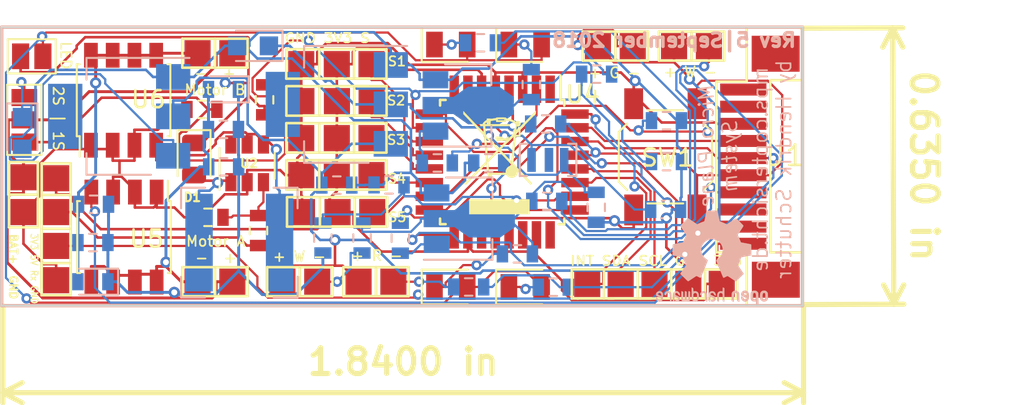
<source format=kicad_pcb>
(kicad_pcb (version 20171130) (host pcbnew 5.0.0)

  (general
    (thickness 1.6)
    (drawings 30)
    (tracks 897)
    (zones 0)
    (modules 66)
    (nets 45)
  )

  (page A4)
  (layers
    (0 F.Cu signal hide)
    (31 B.Cu signal)
    (32 B.Adhes user hide)
    (33 F.Adhes user hide)
    (34 B.Paste user hide)
    (35 F.Paste user hide)
    (36 B.SilkS user)
    (37 F.SilkS user)
    (38 B.Mask user)
    (39 F.Mask user)
    (40 Dwgs.User user)
    (41 Cmts.User user)
    (42 Eco1.User user)
    (43 Eco2.User user)
    (44 Edge.Cuts user)
    (45 Margin user)
    (46 B.CrtYd user)
    (47 F.CrtYd user)
    (48 B.Fab user)
    (49 F.Fab user)
  )

  (setup
    (last_trace_width 0.13)
    (trace_clearance 0.127)
    (zone_clearance 0.508)
    (zone_45_only no)
    (trace_min 0.01)
    (segment_width 0.2)
    (edge_width 0.1)
    (via_size 0.6)
    (via_drill 0.3)
    (via_min_size 0.6)
    (via_min_drill 0.3)
    (uvia_size 0.3)
    (uvia_drill 0.1)
    (uvias_allowed no)
    (uvia_min_size 0.2)
    (uvia_min_drill 0.1)
    (pcb_text_width 0.3)
    (pcb_text_size 1.5 1.5)
    (mod_edge_width 0.15)
    (mod_text_size 1 1)
    (mod_text_width 0.15)
    (pad_size 1.5 1.5)
    (pad_drill 0.6)
    (pad_to_mask_clearance 0)
    (aux_axis_origin 0 0)
    (visible_elements FFFDFFFF)
    (pcbplotparams
      (layerselection 0x010f0_ffffffff)
      (usegerberextensions false)
      (usegerberattributes true)
      (usegerberadvancedattributes false)
      (creategerberjobfile false)
      (excludeedgelayer true)
      (linewidth 0.100000)
      (plotframeref false)
      (viasonmask false)
      (mode 1)
      (useauxorigin false)
      (hpglpennumber 1)
      (hpglpenspeed 20)
      (hpglpendiameter 15.000000)
      (psnegative false)
      (psa4output false)
      (plotreference true)
      (plotvalue true)
      (plotinvisibletext false)
      (padsonsilk false)
      (subtractmaskfromsilk false)
      (outputformat 1)
      (mirror false)
      (drillshape 0)
      (scaleselection 1)
      (outputdirectory "Gerber/"))
  )

  (net 0 "")
  (net 1 GND)
  (net 2 1S_Input)
  (net 3 +3V3)
  (net 4 +5V)
  (net 5 "Net-(C10-Pad2)")
  (net 6 "Net-(C11-Pad2)")
  (net 7 "Net-(D1-Pad2)")
  (net 8 "Net-(D2-Pad1)")
  (net 9 "Net-(D3-Pad1)")
  (net 10 "Net-(D4-Pad1)")
  (net 11 MISO)
  (net 12 SCK)
  (net 13 MOSI)
  (net 14 RST)
  (net 15 Rx)
  (net 16 Tx)
  (net 17 "Net-(J3-Pad2)")
  (net 18 "Net-(J4-Pad2)")
  (net 19 INT)
  (net 20 SDA)
  (net 21 SCL)
  (net 22 "Net-(J6-Pad2)")
  (net 23 "Net-(J7-Pad2)")
  (net 24 "Net-(J8-Pad3)")
  (net 25 "Net-(J9-Pad3)")
  (net 26 "Net-(J10-Pad3)")
  (net 27 "Net-(J11-Pad3)")
  (net 28 "Net-(Q1-Pad2)")
  (net 29 "Net-(Q1-Pad1)")
  (net 30 "Net-(Q2-Pad2)")
  (net 31 "Net-(Q2-Pad1)")
  (net 32 "Net-(R14-Pad2)")
  (net 33 VCC)
  (net 34 "Net-(C4-Pad1)")
  (net 35 "Net-(C6-Pad1)")
  (net 36 "Net-(C7-Pad2)")
  (net 37 "Net-(C8-Pad2)")
  (net 38 "Net-(D2-Pad2)")
  (net 39 "Net-(D5-Pad1)")
  (net 40 "Net-(R1-Pad1)")
  (net 41 "Net-(R3-Pad2)")
  (net 42 "Net-(R8-Pad2)")
  (net 43 "Net-(R13-Pad2)")
  (net 44 "Net-(R16-Pad2)")

  (net_class Default "This is the default net class."
    (clearance 0.127)
    (trace_width 0.13)
    (via_dia 0.6)
    (via_drill 0.3)
    (uvia_dia 0.3)
    (uvia_drill 0.1)
    (add_net INT)
    (add_net MISO)
    (add_net MOSI)
    (add_net "Net-(C4-Pad1)")
    (add_net "Net-(C6-Pad1)")
    (add_net "Net-(C7-Pad2)")
    (add_net "Net-(C8-Pad2)")
    (add_net "Net-(D2-Pad1)")
    (add_net "Net-(D2-Pad2)")
    (add_net "Net-(D3-Pad1)")
    (add_net "Net-(D4-Pad1)")
    (add_net "Net-(D5-Pad1)")
    (add_net "Net-(J10-Pad3)")
    (add_net "Net-(J11-Pad3)")
    (add_net "Net-(J3-Pad2)")
    (add_net "Net-(J4-Pad2)")
    (add_net "Net-(J6-Pad2)")
    (add_net "Net-(J7-Pad2)")
    (add_net "Net-(J8-Pad3)")
    (add_net "Net-(J9-Pad3)")
    (add_net "Net-(Q1-Pad1)")
    (add_net "Net-(Q1-Pad2)")
    (add_net "Net-(Q2-Pad1)")
    (add_net "Net-(Q2-Pad2)")
    (add_net "Net-(R1-Pad1)")
    (add_net "Net-(R13-Pad2)")
    (add_net "Net-(R14-Pad2)")
    (add_net "Net-(R16-Pad2)")
    (add_net "Net-(R3-Pad2)")
    (add_net "Net-(R8-Pad2)")
    (add_net RST)
    (add_net Rx)
    (add_net SCK)
    (add_net SCL)
    (add_net SDA)
    (add_net Tx)
  )

  (net_class Motors ""
    (clearance 0.127)
    (trace_width 0.2)
    (via_dia 0.65)
    (via_drill 0.35)
    (uvia_dia 0.3)
    (uvia_drill 0.1)
    (add_net "Net-(C10-Pad2)")
    (add_net "Net-(C11-Pad2)")
    (add_net VCC)
  )

  (net_class Power ""
    (clearance 0.127)
    (trace_width 0.2)
    (via_dia 0.65)
    (via_drill 0.35)
    (uvia_dia 0.3)
    (uvia_drill 0.1)
    (add_net +3V3)
    (add_net +5V)
    (add_net 1S_Input)
    (add_net GND)
    (add_net "Net-(D1-Pad2)")
  )

  (module Jumper:SolderJumper-3_P1.3mm_Open_Pad1.0x1.5mm (layer F.Cu) (tedit 5B6C63D8) (tstamp 5B69A139)
    (at 124.511 130.505 270)
    (descr "SMD Solder 3-pad Jumper, 1x1.5mm Pads, 0.3mm gap, open")
    (tags "solder jumper open")
    (path /59EBBCB2)
    (attr virtual)
    (fp_text reference JP1 (at -0.5332 2.8196 270) (layer F.SilkS) hide
      (effects (font (size 1 1) (thickness 0.15)))
    )
    (fp_text value Jumper_1S_or_2S (at 0 2 270) (layer F.Fab)
      (effects (font (size 1 1) (thickness 0.15)))
    )
    (fp_line (start -2.05 1) (end -2.05 -1) (layer F.SilkS) (width 0.12))
    (fp_line (start 2.05 1) (end -2.05 1) (layer F.SilkS) (width 0.12))
    (fp_line (start 2.05 -1) (end 2.05 1) (layer F.SilkS) (width 0.12))
    (fp_line (start -2.05 -1) (end 2.05 -1) (layer F.SilkS) (width 0.12))
    (fp_line (start -2.3 -1.25) (end 2.3 -1.25) (layer F.CrtYd) (width 0.05))
    (fp_line (start -2.3 -1.25) (end -2.3 1.25) (layer F.CrtYd) (width 0.05))
    (fp_line (start 2.3 1.25) (end 2.3 -1.25) (layer F.CrtYd) (width 0.05))
    (fp_line (start 2.3 1.25) (end -2.3 1.25) (layer F.CrtYd) (width 0.05))
    (pad 3 smd rect (at 1.3 0 270) (size 1 1.5) (layers F.Cu F.Mask)
      (net 2 1S_Input))
    (pad 2 smd rect (at 0 0 270) (size 1 1.5) (layers F.Cu F.Mask)
      (net 33 VCC))
    (pad 1 smd rect (at -1.3 0 270) (size 1 1.5) (layers F.Cu F.Mask)
      (net 34 "Net-(C4-Pad1)"))
  )

  (module fpc:fpc-10-1.0mm (layer F.Cu) (tedit 5B6D53F2) (tstamp 5B69A0D4)
    (at 166.472 126.238 90)
    (path /59EC9308)
    (fp_text reference J1 (at -6.35 2.57008 180) (layer F.SilkS)
      (effects (font (size 1.2 1.2) (thickness 0.15)))
    )
    (fp_text value Programming (at -7 3.5 90) (layer F.Fab)
      (effects (font (size 1.2 1.2) (thickness 0.15)))
    )
    (fp_line (start -12 -1.575) (end -2.1 -1.575) (layer F.SilkS) (width 0.15))
    (fp_line (start -12 1.575) (end -1.95 1.575) (layer F.SilkS) (width 0.15))
    (fp_line (start -12 1.575) (end -12 3.45) (layer F.SilkS) (width 0.15))
    (fp_line (start -1.95 1.575) (end -1.95 3.45) (layer F.SilkS) (width 0.15))
    (fp_line (start -12 3.45) (end -15.1 3.45) (layer F.SilkS) (width 0.15))
    (fp_line (start -1.95 3.45) (end 1.15 3.45) (layer F.SilkS) (width 0.15))
    (fp_line (start -15.1 3.45) (end -15.1 0.2) (layer F.SilkS) (width 0.15))
    (fp_line (start 1.15 3.45) (end 1.15 0.2) (layer F.SilkS) (width 0.15))
    (fp_line (start -15.1 0.2) (end -12 0.2) (layer F.SilkS) (width 0.15))
    (fp_line (start 1.15 0.2) (end -1.98 0.2) (layer F.SilkS) (width 0.15))
    (fp_line (start -12 0.2) (end -12 -1.575) (layer F.SilkS) (width 0.15))
    (fp_line (start -2.03 0.2) (end -2.03 -1.575) (layer F.SilkS) (width 0.15))
    (pad 1 smd rect (at -11.5 0 90) (size 0.7 2.7) (layers F.Cu F.Paste F.Mask)
      (net 3 +3V3))
    (pad 2 smd rect (at -10.5 0 90) (size 0.7 2.7) (layers F.Cu F.Paste F.Mask)
      (net 11 MISO))
    (pad 3 smd rect (at -9.5 0 90) (size 0.7 2.7) (layers F.Cu F.Paste F.Mask)
      (net 12 SCK))
    (pad 4 smd rect (at -8.5 0 90) (size 0.7 2.7) (layers F.Cu F.Paste F.Mask)
      (net 13 MOSI))
    (pad 5 smd rect (at -7.5 0 90) (size 0.7 2.7) (layers F.Cu F.Paste F.Mask)
      (net 14 RST))
    (pad 6 smd rect (at -6.5 0 90) (size 0.7 2.7) (layers F.Cu F.Paste F.Mask)
      (net 15 Rx))
    (pad 7 smd rect (at -5.5 0 90) (size 0.7 2.7) (layers F.Cu F.Paste F.Mask)
      (net 16 Tx))
    (pad 8 smd rect (at -4.5 0 90) (size 0.7 2.7) (layers F.Cu F.Paste F.Mask)
      (net 1 GND))
    (pad 9 smd rect (at -3.5 0 90) (size 0.7 2.7) (layers F.Cu F.Paste F.Mask))
    (pad 10 smd rect (at -2.5 0 90) (size 0.7 2.7) (layers F.Cu F.Paste F.Mask))
    (pad 0 smd rect (at -13.6 1.9 90) (size 2.1 2.8) (layers F.Cu F.Paste F.Mask))
    (pad 0 smd rect (at -0.41 1.89 90) (size 2.1 2.8) (layers F.Cu F.Paste F.Mask))
  )

  (module Capacitor_SMD:C_0603_1608Metric (layer F.Cu) (tedit 5B6D491A) (tstamp 5B69A04C)
    (at 138.532 129.337 270)
    (descr "Capacitor SMD 0603 (1608 Metric), square (rectangular) end terminal, IPC_7351 nominal, (Body size source: http://www.tortai-tech.com/upload/download/2011102023233369053.pdf), generated with kicad-footprint-generator")
    (tags capacitor)
    (path /5B6AD75E)
    (attr smd)
    (fp_text reference C1 (at -0.025 -3.3655 270) (layer F.SilkS) hide
      (effects (font (size 1 1) (thickness 0.15)))
    )
    (fp_text value "22 µF" (at 0 1.65 270) (layer F.Fab)
      (effects (font (size 1 1) (thickness 0.15)))
    )
    (fp_line (start -0.8 0.4) (end -0.8 -0.4) (layer F.Fab) (width 0.1))
    (fp_line (start -0.8 -0.4) (end 0.8 -0.4) (layer F.Fab) (width 0.1))
    (fp_line (start 0.8 -0.4) (end 0.8 0.4) (layer F.Fab) (width 0.1))
    (fp_line (start 0.8 0.4) (end -0.8 0.4) (layer F.Fab) (width 0.1))
    (fp_line (start -0.22 -0.51) (end 0.22 -0.51) (layer F.SilkS) (width 0.12))
    (fp_line (start -0.22 0.51) (end 0.22 0.51) (layer F.SilkS) (width 0.12))
    (fp_line (start -1.46 0.75) (end -1.46 -0.75) (layer F.CrtYd) (width 0.05))
    (fp_line (start -1.46 -0.75) (end 1.46 -0.75) (layer F.CrtYd) (width 0.05))
    (fp_line (start 1.46 -0.75) (end 1.46 0.75) (layer F.CrtYd) (width 0.05))
    (fp_line (start 1.46 0.75) (end -1.46 0.75) (layer F.CrtYd) (width 0.05))
    (fp_text user %R (at 0.356 0.1778 270) (layer F.Fab)
      (effects (font (size 0.5 0.5) (thickness 0.08)))
    )
    (pad 1 smd rect (at -0.875 0 270) (size 0.67 1) (layers F.Cu F.Paste F.Mask)
      (net 1 GND))
    (pad 2 smd rect (at 0.875 0 270) (size 0.67 1) (layers F.Cu F.Paste F.Mask)
      (net 4 +5V))
    (model ${KISYS3DMOD}/Capacitor_SMD.3dshapes/C_0603_1608Metric.wrl
      (at (xyz 0 0 0))
      (scale (xyz 1 1 1))
      (rotate (xyz 0 0 0))
    )
  )

  (module Capacitor_Tantalum_SMD:CP_EIA-2012-12_Kemet-R (layer B.Cu) (tedit 5B6D4902) (tstamp 5B69A05E)
    (at 137.861 126.187 180)
    (descr "Tantalum Capacitor SMD Kemet-R (2012-12 Metric), IPC_7351 nominal, (Body size from: https://www.vishay.com/docs/40182/tmch.pdf), generated with kicad-footprint-generator")
    (tags "capacitor tantalum")
    (path /5A77179E)
    (attr smd)
    (fp_text reference C2 (at 2.667 0.127 180) (layer B.SilkS) hide
      (effects (font (size 1 1) (thickness 0.15)) (justify mirror))
    )
    (fp_text value 10µF (at 0 -1.58 180) (layer B.Fab)
      (effects (font (size 1 1) (thickness 0.15)) (justify mirror))
    )
    (fp_line (start 1 0.625) (end -0.6875 0.625) (layer B.Fab) (width 0.1))
    (fp_line (start -0.6875 0.625) (end -1 0.3125) (layer B.Fab) (width 0.1))
    (fp_line (start -1 0.3125) (end -1 -0.625) (layer B.Fab) (width 0.1))
    (fp_line (start -1 -0.625) (end 1 -0.625) (layer B.Fab) (width 0.1))
    (fp_line (start 1 -0.625) (end 1 0.625) (layer B.Fab) (width 0.1))
    (fp_line (start 1 0.885) (end -1.72 0.885) (layer B.SilkS) (width 0.12))
    (fp_line (start -1.72 0.885) (end -1.72 -0.885) (layer B.SilkS) (width 0.12))
    (fp_line (start -1.72 -0.885) (end 1 -0.885) (layer B.SilkS) (width 0.12))
    (fp_line (start -1.71 -0.88) (end -1.71 0.88) (layer B.CrtYd) (width 0.05))
    (fp_line (start -1.71 0.88) (end 1.71 0.88) (layer B.CrtYd) (width 0.05))
    (fp_line (start 1.71 0.88) (end 1.71 -0.88) (layer B.CrtYd) (width 0.05))
    (fp_line (start 1.71 -0.88) (end -1.71 -0.88) (layer B.CrtYd) (width 0.05))
    (fp_text user %R (at 0 0 180) (layer B.Fab)
      (effects (font (size 0.5 0.5) (thickness 0.08)) (justify mirror))
    )
    (pad 1 smd rect (at -0.925 0 180) (size 1.07 1.1) (layers B.Cu B.Paste B.Mask)
      (net 3 +3V3))
    (pad 2 smd rect (at 0.925 0 180) (size 1.07 1.1) (layers B.Cu B.Paste B.Mask)
      (net 1 GND))
    (model ${KISYS3DMOD}/Capacitor_Tantalum_SMD.3dshapes/CP_EIA-2012-12_Kemet-R.wrl
      (at (xyz 0 0 0))
      (scale (xyz 1 1 1))
      (rotate (xyz 0 0 0))
    )
  )

  (module Capacitor_Tantalum_SMD:CP_EIA-2012-12_Kemet-R (layer B.Cu) (tedit 5B6D48FD) (tstamp 5B69A064)
    (at 124.384 131.267 270)
    (descr "Tantalum Capacitor SMD Kemet-R (2012-12 Metric), IPC_7351 nominal, (Body size from: https://www.vishay.com/docs/40182/tmch.pdf), generated with kicad-footprint-generator")
    (tags "capacitor tantalum")
    (path /5A770E02)
    (attr smd)
    (fp_text reference C4 (at -2.5525 -0.076) (layer B.SilkS) hide
      (effects (font (size 1 1) (thickness 0.15)) (justify mirror))
    )
    (fp_text value 10µF (at 0 -1.58 270) (layer B.Fab)
      (effects (font (size 1 1) (thickness 0.15)) (justify mirror))
    )
    (fp_line (start 1 0.625) (end -0.6875 0.625) (layer B.Fab) (width 0.1))
    (fp_line (start -0.6875 0.625) (end -1 0.3125) (layer B.Fab) (width 0.1))
    (fp_line (start -1 0.3125) (end -1 -0.625) (layer B.Fab) (width 0.1))
    (fp_line (start -1 -0.625) (end 1 -0.625) (layer B.Fab) (width 0.1))
    (fp_line (start 1 -0.625) (end 1 0.625) (layer B.Fab) (width 0.1))
    (fp_line (start 1 0.885) (end -1.72 0.885) (layer B.SilkS) (width 0.12))
    (fp_line (start -1.72 0.885) (end -1.72 -0.885) (layer B.SilkS) (width 0.12))
    (fp_line (start -1.72 -0.885) (end 1 -0.885) (layer B.SilkS) (width 0.12))
    (fp_line (start -1.71 -0.88) (end -1.71 0.88) (layer B.CrtYd) (width 0.05))
    (fp_line (start -1.71 0.88) (end 1.71 0.88) (layer B.CrtYd) (width 0.05))
    (fp_line (start 1.71 0.88) (end 1.71 -0.88) (layer B.CrtYd) (width 0.05))
    (fp_line (start 1.71 -0.88) (end -1.71 -0.88) (layer B.CrtYd) (width 0.05))
    (fp_text user %R (at 0 0 270) (layer B.Fab)
      (effects (font (size 0.5 0.5) (thickness 0.08)) (justify mirror))
    )
    (pad 1 smd rect (at -0.925 0 270) (size 1.07 1.1) (layers B.Cu B.Paste B.Mask)
      (net 34 "Net-(C4-Pad1)"))
    (pad 2 smd rect (at 0.925 0 270) (size 1.07 1.1) (layers B.Cu B.Paste B.Mask)
      (net 1 GND))
    (model ${KISYS3DMOD}/Capacitor_Tantalum_SMD.3dshapes/CP_EIA-2012-12_Kemet-R.wrl
      (at (xyz 0 0 0))
      (scale (xyz 1 1 1))
      (rotate (xyz 0 0 0))
    )
  )

  (module Capacitor_SMD:C_0603_1608Metric (layer F.Cu) (tedit 5B6D493C) (tstamp 5B69A06A)
    (at 134.874 129.896 180)
    (descr "Capacitor SMD 0603 (1608 Metric), square (rectangular) end terminal, IPC_7351 nominal, (Body size source: http://www.tortai-tech.com/upload/download/2011102023233369053.pdf), generated with kicad-footprint-generator")
    (tags capacitor)
    (path /5B61B5CD)
    (attr smd)
    (fp_text reference C3 (at 0.254 -7.29 180) (layer F.SilkS) hide
      (effects (font (size 1 1) (thickness 0.15)))
    )
    (fp_text value "22 µF" (at 0 1.65 180) (layer F.Fab)
      (effects (font (size 1 1) (thickness 0.15)))
    )
    (fp_line (start -0.8 0.4) (end -0.8 -0.4) (layer F.Fab) (width 0.1))
    (fp_line (start -0.8 -0.4) (end 0.8 -0.4) (layer F.Fab) (width 0.1))
    (fp_line (start 0.8 -0.4) (end 0.8 0.4) (layer F.Fab) (width 0.1))
    (fp_line (start 0.8 0.4) (end -0.8 0.4) (layer F.Fab) (width 0.1))
    (fp_line (start -0.22 -0.51) (end 0.22 -0.51) (layer F.SilkS) (width 0.12))
    (fp_line (start -0.22 0.51) (end 0.22 0.51) (layer F.SilkS) (width 0.12))
    (fp_line (start -1.46 0.75) (end -1.46 -0.75) (layer F.CrtYd) (width 0.05))
    (fp_line (start -1.46 -0.75) (end 1.46 -0.75) (layer F.CrtYd) (width 0.05))
    (fp_line (start 1.46 -0.75) (end 1.46 0.75) (layer F.CrtYd) (width 0.05))
    (fp_line (start 1.46 0.75) (end -1.46 0.75) (layer F.CrtYd) (width 0.05))
    (fp_text user %R (at 0.2426 -0.1016 180) (layer F.Fab)
      (effects (font (size 0.5 0.5) (thickness 0.08)))
    )
    (pad 1 smd rect (at -0.875 0 180) (size 0.67 1) (layers F.Cu F.Paste F.Mask)
      (net 2 1S_Input))
    (pad 2 smd rect (at 0.875 0 180) (size 0.67 1) (layers F.Cu F.Paste F.Mask)
      (net 1 GND))
    (model ${KISYS3DMOD}/Capacitor_SMD.3dshapes/C_0603_1608Metric.wrl
      (at (xyz 0 0 0))
      (scale (xyz 1 1 1))
      (rotate (xyz 0 0 0))
    )
  )

  (module Capacitor_SMD:C_0603_1608Metric (layer B.Cu) (tedit 5B6D4942) (tstamp 5B69A076)
    (at 142.748 134.315 180)
    (descr "Capacitor SMD 0603 (1608 Metric), square (rectangular) end terminal, IPC_7351 nominal, (Body size source: http://www.tortai-tech.com/upload/download/2011102023233369053.pdf), generated with kicad-footprint-generator")
    (tags capacitor)
    (path /5B632F5C)
    (attr smd)
    (fp_text reference C5 (at 0.0635 7.1245 180) (layer B.SilkS) hide
      (effects (font (size 1 1) (thickness 0.15)) (justify mirror))
    )
    (fp_text value 100nF (at 0 -1.65 180) (layer B.Fab)
      (effects (font (size 1 1) (thickness 0.15)) (justify mirror))
    )
    (fp_line (start -0.8 -0.4) (end -0.8 0.4) (layer B.Fab) (width 0.1))
    (fp_line (start -0.8 0.4) (end 0.8 0.4) (layer B.Fab) (width 0.1))
    (fp_line (start 0.8 0.4) (end 0.8 -0.4) (layer B.Fab) (width 0.1))
    (fp_line (start 0.8 -0.4) (end -0.8 -0.4) (layer B.Fab) (width 0.1))
    (fp_line (start -0.22 0.51) (end 0.22 0.51) (layer B.SilkS) (width 0.12))
    (fp_line (start -0.22 -0.51) (end 0.22 -0.51) (layer B.SilkS) (width 0.12))
    (fp_line (start -1.46 -0.75) (end -1.46 0.75) (layer B.CrtYd) (width 0.05))
    (fp_line (start -1.46 0.75) (end 1.46 0.75) (layer B.CrtYd) (width 0.05))
    (fp_line (start 1.46 0.75) (end 1.46 -0.75) (layer B.CrtYd) (width 0.05))
    (fp_line (start 1.46 -0.75) (end -1.46 -0.75) (layer B.CrtYd) (width 0.05))
    (fp_text user %R (at 0 0 180) (layer B.Fab)
      (effects (font (size 0.5 0.5) (thickness 0.08)) (justify mirror))
    )
    (pad 1 smd rect (at -0.875 0 180) (size 0.67 1) (layers B.Cu B.Paste B.Mask)
      (net 1 GND))
    (pad 2 smd rect (at 0.875 0 180) (size 0.67 1) (layers B.Cu B.Paste B.Mask)
      (net 4 +5V))
    (model ${KISYS3DMOD}/Capacitor_SMD.3dshapes/C_0603_1608Metric.wrl
      (at (xyz 0 0 0))
      (scale (xyz 1 1 1))
      (rotate (xyz 0 0 0))
    )
  )

  (module Capacitor_SMD:C_0603_1608Metric (layer B.Cu) (tedit 5B6D48EB) (tstamp 5B69A07C)
    (at 151.613 133.02 180)
    (descr "Capacitor SMD 0603 (1608 Metric), square (rectangular) end terminal, IPC_7351 nominal, (Body size source: http://www.tortai-tech.com/upload/download/2011102023233369053.pdf), generated with kicad-footprint-generator")
    (tags capacitor)
    (path /59ECBCF8)
    (attr smd)
    (fp_text reference C6 (at 0.102 1.575 180) (layer B.SilkS) hide
      (effects (font (size 1 1) (thickness 0.15)) (justify mirror))
    )
    (fp_text value "100 nF" (at 0 -1.65 180) (layer B.Fab)
      (effects (font (size 1 1) (thickness 0.15)) (justify mirror))
    )
    (fp_line (start -0.8 -0.4) (end -0.8 0.4) (layer B.Fab) (width 0.1))
    (fp_line (start -0.8 0.4) (end 0.8 0.4) (layer B.Fab) (width 0.1))
    (fp_line (start 0.8 0.4) (end 0.8 -0.4) (layer B.Fab) (width 0.1))
    (fp_line (start 0.8 -0.4) (end -0.8 -0.4) (layer B.Fab) (width 0.1))
    (fp_line (start -0.22 0.51) (end 0.22 0.51) (layer B.SilkS) (width 0.12))
    (fp_line (start -0.22 -0.51) (end 0.22 -0.51) (layer B.SilkS) (width 0.12))
    (fp_line (start -1.46 -0.75) (end -1.46 0.75) (layer B.CrtYd) (width 0.05))
    (fp_line (start -1.46 0.75) (end 1.46 0.75) (layer B.CrtYd) (width 0.05))
    (fp_line (start 1.46 0.75) (end 1.46 -0.75) (layer B.CrtYd) (width 0.05))
    (fp_line (start 1.46 -0.75) (end -1.46 -0.75) (layer B.CrtYd) (width 0.05))
    (fp_text user %R (at 0 0 180) (layer B.Fab)
      (effects (font (size 0.5 0.5) (thickness 0.08)) (justify mirror))
    )
    (pad 1 smd rect (at -0.875 0 180) (size 0.67 1) (layers B.Cu B.Paste B.Mask)
      (net 35 "Net-(C6-Pad1)"))
    (pad 2 smd rect (at 0.875 0 180) (size 0.67 1) (layers B.Cu B.Paste B.Mask)
      (net 1 GND))
    (model ${KISYS3DMOD}/Capacitor_SMD.3dshapes/C_0603_1608Metric.wrl
      (at (xyz 0 0 0))
      (scale (xyz 1 1 1))
      (rotate (xyz 0 0 0))
    )
  )

  (module Capacitor_SMD:C_0603_1608Metric (layer B.Cu) (tedit 5B6D4894) (tstamp 5B69A082)
    (at 161.939 135.738 180)
    (descr "Capacitor SMD 0603 (1608 Metric), square (rectangular) end terminal, IPC_7351 nominal, (Body size source: http://www.tortai-tech.com/upload/download/2011102023233369053.pdf), generated with kicad-footprint-generator")
    (tags capacitor)
    (path /59EC6807)
    (attr smd)
    (fp_text reference C7 (at -3.175 0.0635 180) (layer B.SilkS) hide
      (effects (font (size 1 1) (thickness 0.15)) (justify mirror))
    )
    (fp_text value "22 pF" (at 0 -1.65 180) (layer B.Fab)
      (effects (font (size 1 1) (thickness 0.15)) (justify mirror))
    )
    (fp_line (start -0.8 -0.4) (end -0.8 0.4) (layer B.Fab) (width 0.1))
    (fp_line (start -0.8 0.4) (end 0.8 0.4) (layer B.Fab) (width 0.1))
    (fp_line (start 0.8 0.4) (end 0.8 -0.4) (layer B.Fab) (width 0.1))
    (fp_line (start 0.8 -0.4) (end -0.8 -0.4) (layer B.Fab) (width 0.1))
    (fp_line (start -0.22 0.51) (end 0.22 0.51) (layer B.SilkS) (width 0.12))
    (fp_line (start -0.22 -0.51) (end 0.22 -0.51) (layer B.SilkS) (width 0.12))
    (fp_line (start -1.46 -0.75) (end -1.46 0.75) (layer B.CrtYd) (width 0.05))
    (fp_line (start -1.46 0.75) (end 1.46 0.75) (layer B.CrtYd) (width 0.05))
    (fp_line (start 1.46 0.75) (end 1.46 -0.75) (layer B.CrtYd) (width 0.05))
    (fp_line (start 1.46 -0.75) (end -1.46 -0.75) (layer B.CrtYd) (width 0.05))
    (fp_text user %R (at 0 0 180) (layer B.Fab)
      (effects (font (size 0.5 0.5) (thickness 0.08)) (justify mirror))
    )
    (pad 1 smd rect (at -0.875 0 180) (size 0.67 1) (layers B.Cu B.Paste B.Mask)
      (net 1 GND))
    (pad 2 smd rect (at 0.875 0 180) (size 0.67 1) (layers B.Cu B.Paste B.Mask)
      (net 36 "Net-(C7-Pad2)"))
    (model ${KISYS3DMOD}/Capacitor_SMD.3dshapes/C_0603_1608Metric.wrl
      (at (xyz 0 0 0))
      (scale (xyz 1 1 1))
      (rotate (xyz 0 0 0))
    )
  )

  (module Capacitor_SMD:C_0603_1608Metric (layer B.Cu) (tedit 5B6D489A) (tstamp 5B69A088)
    (at 157.886 135.611 90)
    (descr "Capacitor SMD 0603 (1608 Metric), square (rectangular) end terminal, IPC_7351 nominal, (Body size source: http://www.tortai-tech.com/upload/download/2011102023233369053.pdf), generated with kicad-footprint-generator")
    (tags capacitor)
    (path /59EC68A2)
    (attr smd)
    (fp_text reference C8 (at -0.787 2.1975 180) (layer B.SilkS) hide
      (effects (font (size 1 1) (thickness 0.15)) (justify mirror))
    )
    (fp_text value "22 pF" (at 0 -1.65 90) (layer B.Fab)
      (effects (font (size 1 1) (thickness 0.15)) (justify mirror))
    )
    (fp_line (start -0.8 -0.4) (end -0.8 0.4) (layer B.Fab) (width 0.1))
    (fp_line (start -0.8 0.4) (end 0.8 0.4) (layer B.Fab) (width 0.1))
    (fp_line (start 0.8 0.4) (end 0.8 -0.4) (layer B.Fab) (width 0.1))
    (fp_line (start 0.8 -0.4) (end -0.8 -0.4) (layer B.Fab) (width 0.1))
    (fp_line (start -0.22 0.51) (end 0.22 0.51) (layer B.SilkS) (width 0.12))
    (fp_line (start -0.22 -0.51) (end 0.22 -0.51) (layer B.SilkS) (width 0.12))
    (fp_line (start -1.46 -0.75) (end -1.46 0.75) (layer B.CrtYd) (width 0.05))
    (fp_line (start -1.46 0.75) (end 1.46 0.75) (layer B.CrtYd) (width 0.05))
    (fp_line (start 1.46 0.75) (end 1.46 -0.75) (layer B.CrtYd) (width 0.05))
    (fp_line (start 1.46 -0.75) (end -1.46 -0.75) (layer B.CrtYd) (width 0.05))
    (fp_text user %R (at 0 0 90) (layer B.Fab)
      (effects (font (size 0.5 0.5) (thickness 0.08)) (justify mirror))
    )
    (pad 1 smd rect (at -0.875 0 90) (size 0.67 1) (layers B.Cu B.Paste B.Mask)
      (net 1 GND))
    (pad 2 smd rect (at 0.875 0 90) (size 0.67 1) (layers B.Cu B.Paste B.Mask)
      (net 37 "Net-(C8-Pad2)"))
    (model ${KISYS3DMOD}/Capacitor_SMD.3dshapes/C_0603_1608Metric.wrl
      (at (xyz 0 0 0))
      (scale (xyz 1 1 1))
      (rotate (xyz 0 0 0))
    )
  )

  (module Capacitor_SMD:C_0603_1608Metric (layer B.Cu) (tedit 5B6D490C) (tstamp 5B69A08E)
    (at 136.144 133.248 180)
    (descr "Capacitor SMD 0603 (1608 Metric), square (rectangular) end terminal, IPC_7351 nominal, (Body size source: http://www.tortai-tech.com/upload/download/2011102023233369053.pdf), generated with kicad-footprint-generator")
    (tags capacitor)
    (path /5B71C05E)
    (attr smd)
    (fp_text reference C9 (at 5.4615 -0.0635 180) (layer B.SilkS) hide
      (effects (font (size 1 1) (thickness 0.15)) (justify mirror))
    )
    (fp_text value 100nF (at 0 -1.65 180) (layer B.Fab)
      (effects (font (size 1 1) (thickness 0.15)) (justify mirror))
    )
    (fp_line (start -0.8 -0.4) (end -0.8 0.4) (layer B.Fab) (width 0.1))
    (fp_line (start -0.8 0.4) (end 0.8 0.4) (layer B.Fab) (width 0.1))
    (fp_line (start 0.8 0.4) (end 0.8 -0.4) (layer B.Fab) (width 0.1))
    (fp_line (start 0.8 -0.4) (end -0.8 -0.4) (layer B.Fab) (width 0.1))
    (fp_line (start -0.22 0.51) (end 0.22 0.51) (layer B.SilkS) (width 0.12))
    (fp_line (start -0.22 -0.51) (end 0.22 -0.51) (layer B.SilkS) (width 0.12))
    (fp_line (start -1.46 -0.75) (end -1.46 0.75) (layer B.CrtYd) (width 0.05))
    (fp_line (start -1.46 0.75) (end 1.46 0.75) (layer B.CrtYd) (width 0.05))
    (fp_line (start 1.46 0.75) (end 1.46 -0.75) (layer B.CrtYd) (width 0.05))
    (fp_line (start 1.46 -0.75) (end -1.46 -0.75) (layer B.CrtYd) (width 0.05))
    (fp_text user %R (at 0 0 180) (layer B.Fab)
      (effects (font (size 0.5 0.5) (thickness 0.08)) (justify mirror))
    )
    (pad 1 smd rect (at -0.875 0 180) (size 0.67 1) (layers B.Cu B.Paste B.Mask)
      (net 33 VCC))
    (pad 2 smd rect (at 0.875 0 180) (size 0.67 1) (layers B.Cu B.Paste B.Mask)
      (net 5 "Net-(C10-Pad2)"))
    (model ${KISYS3DMOD}/Capacitor_SMD.3dshapes/C_0603_1608Metric.wrl
      (at (xyz 0 0 0))
      (scale (xyz 1 1 1))
      (rotate (xyz 0 0 0))
    )
  )

  (module Capacitor_SMD:C_0603_1608Metric (layer B.Cu) (tedit 5B6D4909) (tstamp 5B69A094)
    (at 136.133 131.064 180)
    (descr "Capacitor SMD 0603 (1608 Metric), square (rectangular) end terminal, IPC_7351 nominal, (Body size source: http://www.tortai-tech.com/upload/download/2011102023233369053.pdf), generated with kicad-footprint-generator")
    (tags capacitor)
    (path /5B71C444)
    (attr smd)
    (fp_text reference C10 (at 5.4735 0.1655 180) (layer B.SilkS) hide
      (effects (font (size 1 1) (thickness 0.15)) (justify mirror))
    )
    (fp_text value 100nF (at 0 -1.65 180) (layer B.Fab)
      (effects (font (size 1 1) (thickness 0.15)) (justify mirror))
    )
    (fp_line (start -0.8 -0.4) (end -0.8 0.4) (layer B.Fab) (width 0.1))
    (fp_line (start -0.8 0.4) (end 0.8 0.4) (layer B.Fab) (width 0.1))
    (fp_line (start 0.8 0.4) (end 0.8 -0.4) (layer B.Fab) (width 0.1))
    (fp_line (start 0.8 -0.4) (end -0.8 -0.4) (layer B.Fab) (width 0.1))
    (fp_line (start -0.22 0.51) (end 0.22 0.51) (layer B.SilkS) (width 0.12))
    (fp_line (start -0.22 -0.51) (end 0.22 -0.51) (layer B.SilkS) (width 0.12))
    (fp_line (start -1.46 -0.75) (end -1.46 0.75) (layer B.CrtYd) (width 0.05))
    (fp_line (start -1.46 0.75) (end 1.46 0.75) (layer B.CrtYd) (width 0.05))
    (fp_line (start 1.46 0.75) (end 1.46 -0.75) (layer B.CrtYd) (width 0.05))
    (fp_line (start 1.46 -0.75) (end -1.46 -0.75) (layer B.CrtYd) (width 0.05))
    (fp_text user %R (at 0 0 180) (layer B.Fab)
      (effects (font (size 0.5 0.5) (thickness 0.08)) (justify mirror))
    )
    (pad 1 smd rect (at -0.875 0 180) (size 0.67 1) (layers B.Cu B.Paste B.Mask)
      (net 33 VCC))
    (pad 2 smd rect (at 0.875 0 180) (size 0.67 1) (layers B.Cu B.Paste B.Mask)
      (net 5 "Net-(C10-Pad2)"))
    (model ${KISYS3DMOD}/Capacitor_SMD.3dshapes/C_0603_1608Metric.wrl
      (at (xyz 0 0 0))
      (scale (xyz 1 1 1))
      (rotate (xyz 0 0 0))
    )
  )

  (module Capacitor_SMD:C_0603_1608Metric (layer B.Cu) (tedit 5B6D4911) (tstamp 5B69A09A)
    (at 128.513 137.668 180)
    (descr "Capacitor SMD 0603 (1608 Metric), square (rectangular) end terminal, IPC_7351 nominal, (Body size source: http://www.tortai-tech.com/upload/download/2011102023233369053.pdf), generated with kicad-footprint-generator")
    (tags capacitor)
    (path /5B77D86F)
    (attr smd)
    (fp_text reference C11 (at -2.896 -0.051 180) (layer B.SilkS) hide
      (effects (font (size 1 1) (thickness 0.15)) (justify mirror))
    )
    (fp_text value 100nF (at 0 -1.65 180) (layer B.Fab)
      (effects (font (size 1 1) (thickness 0.15)) (justify mirror))
    )
    (fp_line (start -0.8 -0.4) (end -0.8 0.4) (layer B.Fab) (width 0.1))
    (fp_line (start -0.8 0.4) (end 0.8 0.4) (layer B.Fab) (width 0.1))
    (fp_line (start 0.8 0.4) (end 0.8 -0.4) (layer B.Fab) (width 0.1))
    (fp_line (start 0.8 -0.4) (end -0.8 -0.4) (layer B.Fab) (width 0.1))
    (fp_line (start -0.22 0.51) (end 0.22 0.51) (layer B.SilkS) (width 0.12))
    (fp_line (start -0.22 -0.51) (end 0.22 -0.51) (layer B.SilkS) (width 0.12))
    (fp_line (start -1.46 -0.75) (end -1.46 0.75) (layer B.CrtYd) (width 0.05))
    (fp_line (start -1.46 0.75) (end 1.46 0.75) (layer B.CrtYd) (width 0.05))
    (fp_line (start 1.46 0.75) (end 1.46 -0.75) (layer B.CrtYd) (width 0.05))
    (fp_line (start 1.46 -0.75) (end -1.46 -0.75) (layer B.CrtYd) (width 0.05))
    (fp_text user %R (at 0 0 180) (layer B.Fab)
      (effects (font (size 0.5 0.5) (thickness 0.08)) (justify mirror))
    )
    (pad 1 smd rect (at -0.875 0 180) (size 0.67 1) (layers B.Cu B.Paste B.Mask)
      (net 33 VCC))
    (pad 2 smd rect (at 0.875 0 180) (size 0.67 1) (layers B.Cu B.Paste B.Mask)
      (net 6 "Net-(C11-Pad2)"))
    (model ${KISYS3DMOD}/Capacitor_SMD.3dshapes/C_0603_1608Metric.wrl
      (at (xyz 0 0 0))
      (scale (xyz 1 1 1))
      (rotate (xyz 0 0 0))
    )
  )

  (module Capacitor_SMD:C_0603_1608Metric (layer B.Cu) (tedit 5B6D490F) (tstamp 5B69A0A0)
    (at 128.549 135.433 180)
    (descr "Capacitor SMD 0603 (1608 Metric), square (rectangular) end terminal, IPC_7351 nominal, (Body size source: http://www.tortai-tech.com/upload/download/2011102023233369053.pdf), generated with kicad-footprint-generator")
    (tags capacitor)
    (path /5B77D931)
    (attr smd)
    (fp_text reference C12 (at -2.896 -0.0125 180) (layer B.SilkS) hide
      (effects (font (size 1 1) (thickness 0.15)) (justify mirror))
    )
    (fp_text value 100nF (at 0 -1.65 180) (layer B.Fab)
      (effects (font (size 1 1) (thickness 0.15)) (justify mirror))
    )
    (fp_line (start -0.8 -0.4) (end -0.8 0.4) (layer B.Fab) (width 0.1))
    (fp_line (start -0.8 0.4) (end 0.8 0.4) (layer B.Fab) (width 0.1))
    (fp_line (start 0.8 0.4) (end 0.8 -0.4) (layer B.Fab) (width 0.1))
    (fp_line (start 0.8 -0.4) (end -0.8 -0.4) (layer B.Fab) (width 0.1))
    (fp_line (start -0.22 0.51) (end 0.22 0.51) (layer B.SilkS) (width 0.12))
    (fp_line (start -0.22 -0.51) (end 0.22 -0.51) (layer B.SilkS) (width 0.12))
    (fp_line (start -1.46 -0.75) (end -1.46 0.75) (layer B.CrtYd) (width 0.05))
    (fp_line (start -1.46 0.75) (end 1.46 0.75) (layer B.CrtYd) (width 0.05))
    (fp_line (start 1.46 0.75) (end 1.46 -0.75) (layer B.CrtYd) (width 0.05))
    (fp_line (start 1.46 -0.75) (end -1.46 -0.75) (layer B.CrtYd) (width 0.05))
    (fp_text user %R (at -0.0258 0 180) (layer B.Fab)
      (effects (font (size 0.5 0.5) (thickness 0.08)) (justify mirror))
    )
    (pad 1 smd rect (at -0.875 0 180) (size 0.67 1) (layers B.Cu B.Paste B.Mask)
      (net 33 VCC))
    (pad 2 smd rect (at 0.875 0 180) (size 0.67 1) (layers B.Cu B.Paste B.Mask)
      (net 6 "Net-(C11-Pad2)"))
    (model ${KISYS3DMOD}/Capacitor_SMD.3dshapes/C_0603_1608Metric.wrl
      (at (xyz 0 0 0))
      (scale (xyz 1 1 1))
      (rotate (xyz 0 0 0))
    )
  )

  (module LED_SMD:LED_0805_2012Metric (layer F.Cu) (tedit 5B6D5170) (tstamp 5B69A0A6)
    (at 153.746 126.111)
    (descr "LED SMD 0805 (2012 Metric), square (rectangular) end terminal, IPC_7351 nominal, (Body size source: http://www.tortai-tech.com/upload/download/2011102023233369053.pdf), generated with kicad-footprint-generator")
    (tags diode)
    (path /59EC3B4D)
    (attr smd)
    (fp_text reference D2 (at -0.0252 -1.87452) (layer F.SilkS) hide
      (effects (font (size 1 1) (thickness 0.15)))
    )
    (fp_text value LED_Green (at 0 1.85) (layer F.Fab)
      (effects (font (size 1 1) (thickness 0.15)))
    )
    (fp_line (start 1 -0.6) (end -0.7 -0.6) (layer F.Fab) (width 0.1))
    (fp_line (start -0.7 -0.6) (end -1 -0.3) (layer F.Fab) (width 0.1))
    (fp_line (start -1 -0.3) (end -1 0.6) (layer F.Fab) (width 0.1))
    (fp_line (start -1 0.6) (end 1 0.6) (layer F.Fab) (width 0.1))
    (fp_line (start 1 0.6) (end 1 -0.6) (layer F.Fab) (width 0.1))
    (fp_line (start 1 -1.01) (end -1.7 -1.01) (layer F.SilkS) (width 0.12))
    (fp_line (start -1.7 -1.01) (end -1.7 1.01) (layer F.SilkS) (width 0.12))
    (fp_line (start -1.7 1.01) (end 1 1.01) (layer F.SilkS) (width 0.12))
    (fp_line (start -1.69 1) (end -1.69 -1) (layer F.CrtYd) (width 0.05))
    (fp_line (start -1.69 -1) (end 1.69 -1) (layer F.CrtYd) (width 0.05))
    (fp_line (start 1.69 -1) (end 1.69 1) (layer F.CrtYd) (width 0.05))
    (fp_line (start 1.69 1) (end -1.69 1) (layer F.CrtYd) (width 0.05))
    (fp_text user %R (at 0 0) (layer F.Fab)
      (effects (font (size 0.5 0.5) (thickness 0.08)))
    )
    (pad 1 smd rect (at -0.955 0) (size 0.97 1.5) (layers F.Cu F.Paste F.Mask)
      (net 8 "Net-(D2-Pad1)"))
    (pad 2 smd rect (at 0.955 0) (size 0.97 1.5) (layers F.Cu F.Paste F.Mask)
      (net 38 "Net-(D2-Pad2)"))
    (model ${KISYS3DMOD}/LED_SMD.3dshapes/LED_0805_2012Metric.wrl
      (at (xyz 0 0 0))
      (scale (xyz 1 1 1))
      (rotate (xyz 0 0 0))
    )
  )

  (module LED_SMD:LED_0805_2012Metric (layer F.Cu) (tedit 5B6D516A) (tstamp 5B69A0AC)
    (at 153.746 140.259)
    (descr "LED SMD 0805 (2012 Metric), square (rectangular) end terminal, IPC_7351 nominal, (Body size source: http://www.tortai-tech.com/upload/download/2011102023233369053.pdf), generated with kicad-footprint-generator")
    (tags diode)
    (path /59EC388A)
    (attr smd)
    (fp_text reference D3 (at 0.178 1.86924) (layer F.SilkS) hide
      (effects (font (size 1 1) (thickness 0.15)))
    )
    (fp_text value LED_Red (at 0 1.85) (layer F.Fab)
      (effects (font (size 1 1) (thickness 0.15)))
    )
    (fp_line (start 1 -0.6) (end -0.7 -0.6) (layer F.Fab) (width 0.1))
    (fp_line (start -0.7 -0.6) (end -1 -0.3) (layer F.Fab) (width 0.1))
    (fp_line (start -1 -0.3) (end -1 0.6) (layer F.Fab) (width 0.1))
    (fp_line (start -1 0.6) (end 1 0.6) (layer F.Fab) (width 0.1))
    (fp_line (start 1 0.6) (end 1 -0.6) (layer F.Fab) (width 0.1))
    (fp_line (start 1 -1.01) (end -1.7 -1.01) (layer F.SilkS) (width 0.12))
    (fp_line (start -1.7 -1.01) (end -1.7 1.01) (layer F.SilkS) (width 0.12))
    (fp_line (start -1.7 1.01) (end 1 1.01) (layer F.SilkS) (width 0.12))
    (fp_line (start -1.69 1) (end -1.69 -1) (layer F.CrtYd) (width 0.05))
    (fp_line (start -1.69 -1) (end 1.69 -1) (layer F.CrtYd) (width 0.05))
    (fp_line (start 1.69 -1) (end 1.69 1) (layer F.CrtYd) (width 0.05))
    (fp_line (start 1.69 1) (end -1.69 1) (layer F.CrtYd) (width 0.05))
    (fp_text user %R (at 0 0) (layer F.Fab)
      (effects (font (size 0.5 0.5) (thickness 0.08)))
    )
    (pad 1 smd rect (at -0.955 0) (size 0.97 1.5) (layers F.Cu F.Paste F.Mask)
      (net 9 "Net-(D3-Pad1)"))
    (pad 2 smd rect (at 0.955 0) (size 0.97 1.5) (layers F.Cu F.Paste F.Mask)
      (net 38 "Net-(D2-Pad2)"))
    (model ${KISYS3DMOD}/LED_SMD.3dshapes/LED_0805_2012Metric.wrl
      (at (xyz 0 0 0))
      (scale (xyz 1 1 1))
      (rotate (xyz 0 0 0))
    )
  )

  (module LED_SMD:LED_0805_2012Metric (layer F.Cu) (tedit 5B6D5168) (tstamp 5B69A0B2)
    (at 149.403 140.259)
    (descr "LED SMD 0805 (2012 Metric), square (rectangular) end terminal, IPC_7351 nominal, (Body size source: http://www.tortai-tech.com/upload/download/2011102023233369053.pdf), generated with kicad-footprint-generator")
    (tags diode)
    (path /59EC3AE6)
    (attr smd)
    (fp_text reference D4 (at -0.03576 1.96068) (layer F.SilkS) hide
      (effects (font (size 1 1) (thickness 0.15)))
    )
    (fp_text value LED_White (at 0 1.85) (layer F.Fab)
      (effects (font (size 1 1) (thickness 0.15)))
    )
    (fp_line (start 1 -0.6) (end -0.7 -0.6) (layer F.Fab) (width 0.1))
    (fp_line (start -0.7 -0.6) (end -1 -0.3) (layer F.Fab) (width 0.1))
    (fp_line (start -1 -0.3) (end -1 0.6) (layer F.Fab) (width 0.1))
    (fp_line (start -1 0.6) (end 1 0.6) (layer F.Fab) (width 0.1))
    (fp_line (start 1 0.6) (end 1 -0.6) (layer F.Fab) (width 0.1))
    (fp_line (start 1 -1.01) (end -1.7 -1.01) (layer F.SilkS) (width 0.12))
    (fp_line (start -1.7 -1.01) (end -1.7 1.01) (layer F.SilkS) (width 0.12))
    (fp_line (start -1.7 1.01) (end 1 1.01) (layer F.SilkS) (width 0.12))
    (fp_line (start -1.69 1) (end -1.69 -1) (layer F.CrtYd) (width 0.05))
    (fp_line (start -1.69 -1) (end 1.69 -1) (layer F.CrtYd) (width 0.05))
    (fp_line (start 1.69 -1) (end 1.69 1) (layer F.CrtYd) (width 0.05))
    (fp_line (start 1.69 1) (end -1.69 1) (layer F.CrtYd) (width 0.05))
    (fp_text user %R (at 0 0) (layer F.Fab)
      (effects (font (size 0.5 0.5) (thickness 0.08)))
    )
    (pad 1 smd rect (at -0.955 0) (size 0.97 1.5) (layers F.Cu F.Paste F.Mask)
      (net 10 "Net-(D4-Pad1)"))
    (pad 2 smd rect (at 0.955 0) (size 0.97 1.5) (layers F.Cu F.Paste F.Mask)
      (net 38 "Net-(D2-Pad2)"))
    (model ${KISYS3DMOD}/LED_SMD.3dshapes/LED_0805_2012Metric.wrl
      (at (xyz 0 0 0))
      (scale (xyz 1 1 1))
      (rotate (xyz 0 0 0))
    )
  )

  (module LED_SMD:LED_0805_2012Metric (layer F.Cu) (tedit 5B6D516F) (tstamp 5B69A0B8)
    (at 149.403 126.111)
    (descr "LED SMD 0805 (2012 Metric), square (rectangular) end terminal, IPC_7351 nominal, (Body size source: http://www.tortai-tech.com/upload/download/2011102023233369053.pdf), generated with kicad-footprint-generator")
    (tags diode)
    (path /59EC39A8)
    (attr smd)
    (fp_text reference D5 (at -0.051 -1.83388) (layer F.SilkS) hide
      (effects (font (size 1 1) (thickness 0.15)))
    )
    (fp_text value LED_White (at 0 1.85) (layer F.Fab)
      (effects (font (size 1 1) (thickness 0.15)))
    )
    (fp_line (start 1 -0.6) (end -0.7 -0.6) (layer F.Fab) (width 0.1))
    (fp_line (start -0.7 -0.6) (end -1 -0.3) (layer F.Fab) (width 0.1))
    (fp_line (start -1 -0.3) (end -1 0.6) (layer F.Fab) (width 0.1))
    (fp_line (start -1 0.6) (end 1 0.6) (layer F.Fab) (width 0.1))
    (fp_line (start 1 0.6) (end 1 -0.6) (layer F.Fab) (width 0.1))
    (fp_line (start 1 -1.01) (end -1.7 -1.01) (layer F.SilkS) (width 0.12))
    (fp_line (start -1.7 -1.01) (end -1.7 1.01) (layer F.SilkS) (width 0.12))
    (fp_line (start -1.7 1.01) (end 1 1.01) (layer F.SilkS) (width 0.12))
    (fp_line (start -1.69 1) (end -1.69 -1) (layer F.CrtYd) (width 0.05))
    (fp_line (start -1.69 -1) (end 1.69 -1) (layer F.CrtYd) (width 0.05))
    (fp_line (start 1.69 -1) (end 1.69 1) (layer F.CrtYd) (width 0.05))
    (fp_line (start 1.69 1) (end -1.69 1) (layer F.CrtYd) (width 0.05))
    (fp_text user %R (at 0 0) (layer F.Fab)
      (effects (font (size 0.5 0.5) (thickness 0.08)))
    )
    (pad 1 smd rect (at -0.955 0) (size 0.97 1.5) (layers F.Cu F.Paste F.Mask)
      (net 39 "Net-(D5-Pad1)"))
    (pad 2 smd rect (at 0.955 0) (size 0.97 1.5) (layers F.Cu F.Paste F.Mask)
      (net 38 "Net-(D2-Pad2)"))
    (model ${KISYS3DMOD}/LED_SMD.3dshapes/LED_0805_2012Metric.wrl
      (at (xyz 0 0 0))
      (scale (xyz 1 1 1))
      (rotate (xyz 0 0 0))
    )
  )

  (module Diode_SMD:D_0603_1608Metric (layer B.Cu) (tedit 5B6D4906) (tstamp 5B69A0BE)
    (at 136.133 128.727 180)
    (descr "Diode SMD 0603 (1608 Metric), square (rectangular) end terminal, IPC_7351 nominal, (Body size source: http://www.tortai-tech.com/upload/download/2011102023233369053.pdf), generated with kicad-footprint-generator")
    (tags diode)
    (path /5B805CE3)
    (attr smd)
    (fp_text reference D6 (at 4.902 0.0125 180) (layer B.SilkS) hide
      (effects (font (size 1 1) (thickness 0.15)) (justify mirror))
    )
    (fp_text value D (at 0 -1.65 180) (layer B.Fab)
      (effects (font (size 1 1) (thickness 0.15)) (justify mirror))
    )
    (fp_line (start 0.8 0.4) (end -0.5 0.4) (layer B.Fab) (width 0.1))
    (fp_line (start -0.5 0.4) (end -0.8 0.1) (layer B.Fab) (width 0.1))
    (fp_line (start -0.8 0.1) (end -0.8 -0.4) (layer B.Fab) (width 0.1))
    (fp_line (start -0.8 -0.4) (end 0.8 -0.4) (layer B.Fab) (width 0.1))
    (fp_line (start 0.8 -0.4) (end 0.8 0.4) (layer B.Fab) (width 0.1))
    (fp_line (start 0.8 0.76) (end -1.47 0.76) (layer B.SilkS) (width 0.12))
    (fp_line (start -1.47 0.76) (end -1.47 -0.76) (layer B.SilkS) (width 0.12))
    (fp_line (start -1.47 -0.76) (end 0.8 -0.76) (layer B.SilkS) (width 0.12))
    (fp_line (start -1.46 -0.75) (end -1.46 0.75) (layer B.CrtYd) (width 0.05))
    (fp_line (start -1.46 0.75) (end 1.46 0.75) (layer B.CrtYd) (width 0.05))
    (fp_line (start 1.46 0.75) (end 1.46 -0.75) (layer B.CrtYd) (width 0.05))
    (fp_line (start 1.46 -0.75) (end -1.46 -0.75) (layer B.CrtYd) (width 0.05))
    (fp_text user %R (at 0 0 180) (layer B.Fab)
      (effects (font (size 0.5 0.5) (thickness 0.08)) (justify mirror))
    )
    (pad 1 smd rect (at -0.875 0 180) (size 0.67 1) (layers B.Cu B.Paste B.Mask)
      (net 33 VCC))
    (pad 2 smd rect (at 0.875 0 180) (size 0.67 1) (layers B.Cu B.Paste B.Mask)
      (net 5 "Net-(C10-Pad2)"))
    (model ${KISYS3DMOD}/Diode_SMD.3dshapes/D_0603_1608Metric.wrl
      (at (xyz 0 0 0))
      (scale (xyz 1 1 1))
      (rotate (xyz 0 0 0))
    )
  )

  (module Diode_SMD:D_0603_1608Metric (layer B.Cu) (tedit 5B6D4913) (tstamp 5B69A0C4)
    (at 128.513 139.954 180)
    (descr "Diode SMD 0603 (1608 Metric), square (rectangular) end terminal, IPC_7351 nominal, (Body size source: http://www.tortai-tech.com/upload/download/2011102023233369053.pdf), generated with kicad-footprint-generator")
    (tags diode)
    (path /5B82974B)
    (attr smd)
    (fp_text reference D7 (at -2.5525 -0.0885 180) (layer B.SilkS) hide
      (effects (font (size 1 1) (thickness 0.15)) (justify mirror))
    )
    (fp_text value D (at 0 -1.65 180) (layer B.Fab)
      (effects (font (size 1 1) (thickness 0.15)) (justify mirror))
    )
    (fp_line (start 0.8 0.4) (end -0.5 0.4) (layer B.Fab) (width 0.1))
    (fp_line (start -0.5 0.4) (end -0.8 0.1) (layer B.Fab) (width 0.1))
    (fp_line (start -0.8 0.1) (end -0.8 -0.4) (layer B.Fab) (width 0.1))
    (fp_line (start -0.8 -0.4) (end 0.8 -0.4) (layer B.Fab) (width 0.1))
    (fp_line (start 0.8 -0.4) (end 0.8 0.4) (layer B.Fab) (width 0.1))
    (fp_line (start 0.8 0.76) (end -1.47 0.76) (layer B.SilkS) (width 0.12))
    (fp_line (start -1.47 0.76) (end -1.47 -0.76) (layer B.SilkS) (width 0.12))
    (fp_line (start -1.47 -0.76) (end 0.8 -0.76) (layer B.SilkS) (width 0.12))
    (fp_line (start -1.46 -0.75) (end -1.46 0.75) (layer B.CrtYd) (width 0.05))
    (fp_line (start -1.46 0.75) (end 1.46 0.75) (layer B.CrtYd) (width 0.05))
    (fp_line (start 1.46 0.75) (end 1.46 -0.75) (layer B.CrtYd) (width 0.05))
    (fp_line (start 1.46 -0.75) (end -1.46 -0.75) (layer B.CrtYd) (width 0.05))
    (fp_text user %R (at 0 0 180) (layer B.Fab)
      (effects (font (size 0.5 0.5) (thickness 0.08)) (justify mirror))
    )
    (pad 1 smd rect (at -0.875 0 180) (size 0.67 1) (layers B.Cu B.Paste B.Mask)
      (net 33 VCC))
    (pad 2 smd rect (at 0.875 0 180) (size 0.67 1) (layers B.Cu B.Paste B.Mask)
      (net 6 "Net-(C11-Pad2)"))
    (model ${KISYS3DMOD}/Diode_SMD.3dshapes/D_0603_1608Metric.wrl
      (at (xyz 0 0 0))
      (scale (xyz 1 1 1))
      (rotate (xyz 0 0 0))
    )
  )

  (module Jumper:SolderJumper-2_P1.3mm_Open_Pad1.0x1.5mm (layer F.Cu) (tedit 5B6C4E28) (tstamp 5B69A13F)
    (at 124.943 126.797 180)
    (descr "SMD Solder Jumper, 1x1.5mm Pads, 0.3mm gap, open")
    (tags "solder jumper open")
    (path /59EC3C8D)
    (attr virtual)
    (fp_text reference JP2 (at 0.5846 2.845 180) (layer F.SilkS) hide
      (effects (font (size 1 1) (thickness 0.15)))
    )
    (fp_text value Onboard_LED (at 0 1.9 180) (layer F.Fab)
      (effects (font (size 1 1) (thickness 0.15)))
    )
    (fp_line (start -1.4 1) (end -1.4 -1) (layer F.SilkS) (width 0.12))
    (fp_line (start 1.4 1) (end -1.4 1) (layer F.SilkS) (width 0.12))
    (fp_line (start 1.4 -1) (end 1.4 1) (layer F.SilkS) (width 0.12))
    (fp_line (start -1.4 -1) (end 1.4 -1) (layer F.SilkS) (width 0.12))
    (fp_line (start -1.65 -1.25) (end 1.65 -1.25) (layer F.CrtYd) (width 0.05))
    (fp_line (start -1.65 -1.25) (end -1.65 1.25) (layer F.CrtYd) (width 0.05))
    (fp_line (start 1.65 1.25) (end 1.65 -1.25) (layer F.CrtYd) (width 0.05))
    (fp_line (start 1.65 1.25) (end -1.65 1.25) (layer F.CrtYd) (width 0.05))
    (pad 2 smd rect (at 0.65 0 180) (size 1 1.5) (layers F.Cu F.Mask)
      (net 4 +5V))
    (pad 1 smd rect (at -0.65 0 180) (size 1 1.5) (layers F.Cu F.Mask)
      (net 38 "Net-(D2-Pad2)"))
  )

  (module Package_TO_SOT_SMD:SOT-89-3 (layer B.Cu) (tedit 5B7000F2) (tstamp 5B69A14F)
    (at 149.987 129.667)
    (descr SOT-89-3)
    (tags SOT-89-3)
    (path /59EC2E90)
    (attr smd)
    (fp_text reference Q1 (at -1.651 -3.3655) (layer B.SilkS) hide
      (effects (font (size 1 1) (thickness 0.15)) (justify mirror))
    )
    (fp_text value BCX56 (at 0.45 -3.25) (layer B.Fab)
      (effects (font (size 1 1) (thickness 0.15)) (justify mirror))
    )
    (fp_text user %R (at 0.38 0 270) (layer B.Fab)
      (effects (font (size 0.6 0.6) (thickness 0.09)) (justify mirror))
    )
    (fp_line (start 1.78 -1.2) (end 1.78 -2.4) (layer B.SilkS) (width 0.12))
    (fp_line (start 1.78 -2.4) (end -0.92 -2.4) (layer B.SilkS) (width 0.12))
    (fp_line (start -2.22 2.4) (end 1.78 2.4) (layer B.SilkS) (width 0.12))
    (fp_line (start 1.78 2.4) (end 1.78 1.2) (layer B.SilkS) (width 0.12))
    (fp_line (start -0.92 1.51) (end -0.13 2.3) (layer B.Fab) (width 0.1))
    (fp_line (start 1.68 2.3) (end 1.68 -2.3) (layer B.Fab) (width 0.1))
    (fp_line (start 1.68 -2.3) (end -0.92 -2.3) (layer B.Fab) (width 0.1))
    (fp_line (start -0.92 -2.3) (end -0.92 1.51) (layer B.Fab) (width 0.1))
    (fp_line (start -0.13 2.3) (end 1.68 2.3) (layer B.Fab) (width 0.1))
    (fp_line (start 3.23 2.55) (end 3.23 -2.55) (layer B.CrtYd) (width 0.05))
    (fp_line (start 3.23 2.55) (end -2.48 2.55) (layer B.CrtYd) (width 0.05))
    (fp_line (start -2.48 -2.55) (end 3.23 -2.55) (layer B.CrtYd) (width 0.05))
    (fp_line (start -2.48 -2.55) (end -2.48 2.55) (layer B.CrtYd) (width 0.05))
    (pad 2 smd trapezoid (at 2.667 0 90) (size 1.6 0.85) (rect_delta 0 -0.6 ) (layers B.Cu B.Paste B.Mask)
      (net 28 "Net-(Q1-Pad2)"))
    (pad 1 smd rect (at -1.48 1.5 90) (size 1 1.5) (layers B.Cu B.Paste B.Mask)
      (net 29 "Net-(Q1-Pad1)"))
    (pad 2 smd rect (at -1.3335 0 90) (size 1 1.8) (layers B.Cu B.Paste B.Mask)
      (net 28 "Net-(Q1-Pad2)"))
    (pad 3 smd rect (at -1.48 -1.5 90) (size 1 1.5) (layers B.Cu B.Paste B.Mask)
      (net 1 GND))
    (pad 2 smd rect (at 1.3335 0 90) (size 2.2 1.84) (layers B.Cu B.Paste B.Mask)
      (net 28 "Net-(Q1-Pad2)"))
    (pad 2 smd trapezoid (at -0.0762 0 270) (size 1.5 1) (rect_delta 0 -0.7 ) (layers B.Cu B.Paste B.Mask)
      (net 28 "Net-(Q1-Pad2)"))
    (model ${KISYS3DMOD}/Package_TO_SOT_SMD.3dshapes/SOT-89-3.wrl
      (at (xyz 0 0 0))
      (scale (xyz 1 1 1))
      (rotate (xyz 0 0 0))
    )
  )

  (module Package_TO_SOT_SMD:SOT-89-3 (layer B.Cu) (tedit 5B7000EA) (tstamp 5B69A159)
    (at 150.05 136.271)
    (descr SOT-89-3)
    (tags SOT-89-3)
    (path /59EC223E)
    (attr smd)
    (fp_text reference Q2 (at 2.7945 -1.778) (layer B.SilkS) hide
      (effects (font (size 1 1) (thickness 0.15)) (justify mirror))
    )
    (fp_text value BCX56 (at 0.45 -3.25) (layer B.Fab)
      (effects (font (size 1 1) (thickness 0.15)) (justify mirror))
    )
    (fp_text user %R (at 0.38 0 270) (layer B.Fab)
      (effects (font (size 0.6 0.6) (thickness 0.09)) (justify mirror))
    )
    (fp_line (start 1.78 -1.2) (end 1.78 -2.4) (layer B.SilkS) (width 0.12))
    (fp_line (start 1.78 -2.4) (end -0.92 -2.4) (layer B.SilkS) (width 0.12))
    (fp_line (start -2.22 2.4) (end 1.78 2.4) (layer B.SilkS) (width 0.12))
    (fp_line (start 1.78 2.4) (end 1.78 1.2) (layer B.SilkS) (width 0.12))
    (fp_line (start -0.92 1.51) (end -0.13 2.3) (layer B.Fab) (width 0.1))
    (fp_line (start 1.68 2.3) (end 1.68 -2.3) (layer B.Fab) (width 0.1))
    (fp_line (start 1.68 -2.3) (end -0.92 -2.3) (layer B.Fab) (width 0.1))
    (fp_line (start -0.92 -2.3) (end -0.92 1.51) (layer B.Fab) (width 0.1))
    (fp_line (start -0.13 2.3) (end 1.68 2.3) (layer B.Fab) (width 0.1))
    (fp_line (start 3.23 2.55) (end 3.23 -2.55) (layer B.CrtYd) (width 0.05))
    (fp_line (start 3.23 2.55) (end -2.48 2.55) (layer B.CrtYd) (width 0.05))
    (fp_line (start -2.48 -2.55) (end 3.23 -2.55) (layer B.CrtYd) (width 0.05))
    (fp_line (start -2.48 -2.55) (end -2.48 2.55) (layer B.CrtYd) (width 0.05))
    (pad 2 smd trapezoid (at 2.667 0 90) (size 1.6 0.85) (rect_delta 0 -0.6 ) (layers B.Cu B.Paste B.Mask)
      (net 30 "Net-(Q2-Pad2)"))
    (pad 1 smd rect (at -1.48 1.5 90) (size 1 1.5) (layers B.Cu B.Paste B.Mask)
      (net 31 "Net-(Q2-Pad1)"))
    (pad 2 smd rect (at -1.3335 0 90) (size 1 1.8) (layers B.Cu B.Paste B.Mask)
      (net 30 "Net-(Q2-Pad2)"))
    (pad 3 smd rect (at -1.48 -1.5 90) (size 1 1.5) (layers B.Cu B.Paste B.Mask)
      (net 1 GND))
    (pad 2 smd rect (at 1.3335 0 90) (size 2.2 1.84) (layers B.Cu B.Paste B.Mask)
      (net 30 "Net-(Q2-Pad2)"))
    (pad 2 smd trapezoid (at -0.0762 0 270) (size 1.5 1) (rect_delta 0 -0.7 ) (layers B.Cu B.Paste B.Mask)
      (net 30 "Net-(Q2-Pad2)"))
    (model ${KISYS3DMOD}/Package_TO_SOT_SMD.3dshapes/SOT-89-3.wrl
      (at (xyz 0 0 0))
      (scale (xyz 1 1 1))
      (rotate (xyz 0 0 0))
    )
  )

  (module Resistor_SMD:R_0603_1608Metric (layer F.Cu) (tedit 5B6D4924) (tstamp 5B69A15F)
    (at 138.176 136.968 270)
    (descr "Resistor SMD 0603 (1608 Metric), square (rectangular) end terminal, IPC_7351 nominal, (Body size source: http://www.tortai-tech.com/upload/download/2011102023233369053.pdf), generated with kicad-footprint-generator")
    (tags resistor)
    (path /5B641335)
    (attr smd)
    (fp_text reference R1 (at -0.9525 -3.1755 270) (layer F.SilkS) hide
      (effects (font (size 1 1) (thickness 0.15)))
    )
    (fp_text value "7.5 kΩ" (at 0 1.65 270) (layer F.Fab)
      (effects (font (size 1 1) (thickness 0.15)))
    )
    (fp_line (start -0.8 0.4) (end -0.8 -0.4) (layer F.Fab) (width 0.1))
    (fp_line (start -0.8 -0.4) (end 0.8 -0.4) (layer F.Fab) (width 0.1))
    (fp_line (start 0.8 -0.4) (end 0.8 0.4) (layer F.Fab) (width 0.1))
    (fp_line (start 0.8 0.4) (end -0.8 0.4) (layer F.Fab) (width 0.1))
    (fp_line (start -0.22 -0.51) (end 0.22 -0.51) (layer F.SilkS) (width 0.12))
    (fp_line (start -0.22 0.51) (end 0.22 0.51) (layer F.SilkS) (width 0.12))
    (fp_line (start -1.46 0.75) (end -1.46 -0.75) (layer F.CrtYd) (width 0.05))
    (fp_line (start -1.46 -0.75) (end 1.46 -0.75) (layer F.CrtYd) (width 0.05))
    (fp_line (start 1.46 -0.75) (end 1.46 0.75) (layer F.CrtYd) (width 0.05))
    (fp_line (start 1.46 0.75) (end -1.46 0.75) (layer F.CrtYd) (width 0.05))
    (fp_text user %R (at 0.1016 0.1016 270) (layer B.Fab)
      (effects (font (size 0.5 0.5) (thickness 0.08)) (justify mirror))
    )
    (pad 1 smd rect (at -0.875 0 270) (size 0.67 1) (layers F.Cu F.Paste F.Mask)
      (net 40 "Net-(R1-Pad1)"))
    (pad 2 smd rect (at 0.875 0 270) (size 0.67 1) (layers F.Cu F.Paste F.Mask)
      (net 4 +5V))
    (model ${KISYS3DMOD}/Resistor_SMD.3dshapes/R_0603_1608Metric.wrl
      (at (xyz 0 0 0))
      (scale (xyz 1 1 1))
      (rotate (xyz 0 0 0))
    )
  )

  (module Resistor_SMD:R_0603_1608Metric (layer B.Cu) (tedit 5B6D48E8) (tstamp 5B69A165)
    (at 148.615 133.02)
    (descr "Resistor SMD 0603 (1608 Metric), square (rectangular) end terminal, IPC_7351 nominal, (Body size source: http://www.tortai-tech.com/upload/download/2011102023233369053.pdf), generated with kicad-footprint-generator")
    (tags resistor)
    (path /59EC2F2E)
    (attr smd)
    (fp_text reference R3 (at 1.8165 1.5365) (layer B.SilkS) hide
      (effects (font (size 1 1) (thickness 0.15)) (justify mirror))
    )
    (fp_text value "1k Ω" (at 0 -1.65) (layer B.Fab)
      (effects (font (size 1 1) (thickness 0.15)) (justify mirror))
    )
    (fp_line (start -0.8 -0.4) (end -0.8 0.4) (layer B.Fab) (width 0.1))
    (fp_line (start -0.8 0.4) (end 0.8 0.4) (layer B.Fab) (width 0.1))
    (fp_line (start 0.8 0.4) (end 0.8 -0.4) (layer B.Fab) (width 0.1))
    (fp_line (start 0.8 -0.4) (end -0.8 -0.4) (layer B.Fab) (width 0.1))
    (fp_line (start -0.22 0.51) (end 0.22 0.51) (layer B.SilkS) (width 0.12))
    (fp_line (start -0.22 -0.51) (end 0.22 -0.51) (layer B.SilkS) (width 0.12))
    (fp_line (start -1.46 -0.75) (end -1.46 0.75) (layer B.CrtYd) (width 0.05))
    (fp_line (start -1.46 0.75) (end 1.46 0.75) (layer B.CrtYd) (width 0.05))
    (fp_line (start 1.46 0.75) (end 1.46 -0.75) (layer B.CrtYd) (width 0.05))
    (fp_line (start 1.46 -0.75) (end -1.46 -0.75) (layer B.CrtYd) (width 0.05))
    (fp_text user %R (at 0 0) (layer B.Fab)
      (effects (font (size 0.5 0.5) (thickness 0.08)) (justify mirror))
    )
    (pad 1 smd rect (at -0.875 0) (size 0.67 1) (layers B.Cu B.Paste B.Mask)
      (net 29 "Net-(Q1-Pad1)"))
    (pad 2 smd rect (at 0.875 0) (size 0.67 1) (layers B.Cu B.Paste B.Mask)
      (net 41 "Net-(R3-Pad2)"))
    (model ${KISYS3DMOD}/Resistor_SMD.3dshapes/R_0603_1608Metric.wrl
      (at (xyz 0 0 0))
      (scale (xyz 1 1 1))
      (rotate (xyz 0 0 0))
    )
  )

  (module Resistor_SMD:R_0603_1608Metric (layer B.Cu) (tedit 5B6D48F1) (tstamp 5B69A16B)
    (at 157.912 127.838)
    (descr "Resistor SMD 0603 (1608 Metric), square (rectangular) end terminal, IPC_7351 nominal, (Body size source: http://www.tortai-tech.com/upload/download/2011102023233369053.pdf), generated with kicad-footprint-generator")
    (tags resistor)
    (path /59EC88AC)
    (attr smd)
    (fp_text reference R4 (at -0.051 -1.2825) (layer B.SilkS) hide
      (effects (font (size 1 1) (thickness 0.15)) (justify mirror))
    )
    (fp_text value "110 Ω" (at 0 -1.65) (layer B.Fab)
      (effects (font (size 1 1) (thickness 0.15)) (justify mirror))
    )
    (fp_line (start -0.8 -0.4) (end -0.8 0.4) (layer B.Fab) (width 0.1))
    (fp_line (start -0.8 0.4) (end 0.8 0.4) (layer B.Fab) (width 0.1))
    (fp_line (start 0.8 0.4) (end 0.8 -0.4) (layer B.Fab) (width 0.1))
    (fp_line (start 0.8 -0.4) (end -0.8 -0.4) (layer B.Fab) (width 0.1))
    (fp_line (start -0.22 0.51) (end 0.22 0.51) (layer B.SilkS) (width 0.12))
    (fp_line (start -0.22 -0.51) (end 0.22 -0.51) (layer B.SilkS) (width 0.12))
    (fp_line (start -1.46 -0.75) (end -1.46 0.75) (layer B.CrtYd) (width 0.05))
    (fp_line (start -1.46 0.75) (end 1.46 0.75) (layer B.CrtYd) (width 0.05))
    (fp_line (start 1.46 0.75) (end 1.46 -0.75) (layer B.CrtYd) (width 0.05))
    (fp_line (start 1.46 -0.75) (end -1.46 -0.75) (layer B.CrtYd) (width 0.05))
    (fp_text user %R (at 0 0) (layer B.Fab)
      (effects (font (size 0.5 0.5) (thickness 0.08)) (justify mirror))
    )
    (pad 1 smd rect (at -0.875 0) (size 0.67 1) (layers B.Cu B.Paste B.Mask)
      (net 28 "Net-(Q1-Pad2)"))
    (pad 2 smd rect (at 0.875 0) (size 0.67 1) (layers B.Cu B.Paste B.Mask)
      (net 17 "Net-(J3-Pad2)"))
    (model ${KISYS3DMOD}/Resistor_SMD.3dshapes/R_0603_1608Metric.wrl
      (at (xyz 0 0 0))
      (scale (xyz 1 1 1))
      (rotate (xyz 0 0 0))
    )
  )

  (module Resistor_SMD:R_0603_1608Metric (layer B.Cu) (tedit 5B6D48DB) (tstamp 5B69A171)
    (at 150.444 140.259 180)
    (descr "Resistor SMD 0603 (1608 Metric), square (rectangular) end terminal, IPC_7351 nominal, (Body size source: http://www.tortai-tech.com/upload/download/2011102023233369053.pdf), generated with kicad-footprint-generator")
    (tags resistor)
    (path /59EC8949)
    (attr smd)
    (fp_text reference R5 (at 2.4255 0.051 180) (layer B.SilkS) hide
      (effects (font (size 1 1) (thickness 0.15)) (justify mirror))
    )
    (fp_text value "82 Ω" (at 0 -1.65 180) (layer B.Fab)
      (effects (font (size 1 1) (thickness 0.15)) (justify mirror))
    )
    (fp_line (start -0.8 -0.4) (end -0.8 0.4) (layer B.Fab) (width 0.1))
    (fp_line (start -0.8 0.4) (end 0.8 0.4) (layer B.Fab) (width 0.1))
    (fp_line (start 0.8 0.4) (end 0.8 -0.4) (layer B.Fab) (width 0.1))
    (fp_line (start 0.8 -0.4) (end -0.8 -0.4) (layer B.Fab) (width 0.1))
    (fp_line (start -0.22 0.51) (end 0.22 0.51) (layer B.SilkS) (width 0.12))
    (fp_line (start -0.22 -0.51) (end 0.22 -0.51) (layer B.SilkS) (width 0.12))
    (fp_line (start -1.46 -0.75) (end -1.46 0.75) (layer B.CrtYd) (width 0.05))
    (fp_line (start -1.46 0.75) (end 1.46 0.75) (layer B.CrtYd) (width 0.05))
    (fp_line (start 1.46 0.75) (end 1.46 -0.75) (layer B.CrtYd) (width 0.05))
    (fp_line (start 1.46 -0.75) (end -1.46 -0.75) (layer B.CrtYd) (width 0.05))
    (fp_text user %R (at 0 0 180) (layer B.Fab)
      (effects (font (size 0.5 0.5) (thickness 0.08)) (justify mirror))
    )
    (pad 1 smd rect (at -0.875 0 180) (size 0.67 1) (layers B.Cu B.Paste B.Mask)
      (net 28 "Net-(Q1-Pad2)"))
    (pad 2 smd rect (at 0.875 0 180) (size 0.67 1) (layers B.Cu B.Paste B.Mask)
      (net 18 "Net-(J4-Pad2)"))
    (model ${KISYS3DMOD}/Resistor_SMD.3dshapes/R_0603_1608Metric.wrl
      (at (xyz 0 0 0))
      (scale (xyz 1 1 1))
      (rotate (xyz 0 0 0))
    )
  )

  (module Resistor_SMD:R_0603_1608Metric (layer F.Cu) (tedit 5B6D492D) (tstamp 5BBB9314)
    (at 135.23 136.195)
    (descr "Resistor SMD 0603 (1608 Metric), square (rectangular) end terminal, IPC_7351 nominal, (Body size source: http://www.tortai-tech.com/upload/download/2011102023233369053.pdf), generated with kicad-footprint-generator")
    (tags resistor)
    (path /5B604605)
    (attr smd)
    (fp_text reference R2 (at 0.8128 1.334) (layer F.SilkS) hide
      (effects (font (size 1 1) (thickness 0.15)))
    )
    (fp_text value "1 kΩ" (at 0 1.65) (layer F.Fab)
      (effects (font (size 1 1) (thickness 0.15)))
    )
    (fp_line (start -0.8 0.4) (end -0.8 -0.4) (layer F.Fab) (width 0.1))
    (fp_line (start -0.8 -0.4) (end 0.8 -0.4) (layer F.Fab) (width 0.1))
    (fp_line (start 0.8 -0.4) (end 0.8 0.4) (layer F.Fab) (width 0.1))
    (fp_line (start 0.8 0.4) (end -0.8 0.4) (layer F.Fab) (width 0.1))
    (fp_line (start -0.22 -0.51) (end 0.22 -0.51) (layer F.SilkS) (width 0.12))
    (fp_line (start -0.22 0.51) (end 0.22 0.51) (layer F.SilkS) (width 0.12))
    (fp_line (start -1.46 0.75) (end -1.46 -0.75) (layer F.CrtYd) (width 0.05))
    (fp_line (start -1.46 -0.75) (end 1.46 -0.75) (layer F.CrtYd) (width 0.05))
    (fp_line (start 1.46 -0.75) (end 1.46 0.75) (layer F.CrtYd) (width 0.05))
    (fp_line (start 1.46 0.75) (end -1.46 0.75) (layer F.CrtYd) (width 0.05))
    (fp_text user %R (at -0.508 0.2164) (layer F.Fab)
      (effects (font (size 0.5 0.5) (thickness 0.08)))
    )
    (pad 1 smd rect (at -0.875 0) (size 0.67 1) (layers F.Cu F.Paste F.Mask)
      (net 1 GND))
    (pad 2 smd rect (at 0.875 0) (size 0.67 1) (layers F.Cu F.Paste F.Mask)
      (net 40 "Net-(R1-Pad1)"))
    (model ${KISYS3DMOD}/Resistor_SMD.3dshapes/R_0603_1608Metric.wrl
      (at (xyz 0 0 0))
      (scale (xyz 1 1 1))
      (rotate (xyz 0 0 0))
    )
  )

  (module Resistor_SMD:R_0603_1608Metric (layer B.Cu) (tedit 5B6D48EF) (tstamp 5B69A183)
    (at 154.102 128.448 270)
    (descr "Resistor SMD 0603 (1608 Metric), square (rectangular) end terminal, IPC_7351 nominal, (Body size source: http://www.tortai-tech.com/upload/download/2011102023233369053.pdf), generated with kicad-footprint-generator")
    (tags resistor)
    (path /59EC5001)
    (attr smd)
    (fp_text reference R6 (at -0.178 -1.6 270) (layer B.SilkS) hide
      (effects (font (size 1 1) (thickness 0.15)) (justify mirror))
    )
    (fp_text value "110 Ω" (at 0 -1.65 270) (layer B.Fab)
      (effects (font (size 1 1) (thickness 0.15)) (justify mirror))
    )
    (fp_line (start -0.8 -0.4) (end -0.8 0.4) (layer B.Fab) (width 0.1))
    (fp_line (start -0.8 0.4) (end 0.8 0.4) (layer B.Fab) (width 0.1))
    (fp_line (start 0.8 0.4) (end 0.8 -0.4) (layer B.Fab) (width 0.1))
    (fp_line (start 0.8 -0.4) (end -0.8 -0.4) (layer B.Fab) (width 0.1))
    (fp_line (start -0.22 0.51) (end 0.22 0.51) (layer B.SilkS) (width 0.12))
    (fp_line (start -0.22 -0.51) (end 0.22 -0.51) (layer B.SilkS) (width 0.12))
    (fp_line (start -1.46 -0.75) (end -1.46 0.75) (layer B.CrtYd) (width 0.05))
    (fp_line (start -1.46 0.75) (end 1.46 0.75) (layer B.CrtYd) (width 0.05))
    (fp_line (start 1.46 0.75) (end 1.46 -0.75) (layer B.CrtYd) (width 0.05))
    (fp_line (start 1.46 -0.75) (end -1.46 -0.75) (layer B.CrtYd) (width 0.05))
    (fp_text user %R (at 0 0 270) (layer B.Fab)
      (effects (font (size 0.5 0.5) (thickness 0.08)) (justify mirror))
    )
    (pad 1 smd rect (at -0.875 0 270) (size 0.67 1) (layers B.Cu B.Paste B.Mask)
      (net 8 "Net-(D2-Pad1)"))
    (pad 2 smd rect (at 0.875 0 270) (size 0.67 1) (layers B.Cu B.Paste B.Mask)
      (net 28 "Net-(Q1-Pad2)"))
    (model ${KISYS3DMOD}/Resistor_SMD.3dshapes/R_0603_1608Metric.wrl
      (at (xyz 0 0 0))
      (scale (xyz 1 1 1))
      (rotate (xyz 0 0 0))
    )
  )

  (module Resistor_SMD:R_0603_1608Metric (layer B.Cu) (tedit 5B6D48D6) (tstamp 5B69A189)
    (at 155.384 140.272)
    (descr "Resistor SMD 0603 (1608 Metric), square (rectangular) end terminal, IPC_7351 nominal, (Body size source: http://www.tortai-tech.com/upload/download/2011102023233369053.pdf), generated with kicad-footprint-generator")
    (tags resistor)
    (path /59EC50E8)
    (attr smd)
    (fp_text reference R7 (at 2.858 0.1646) (layer B.SilkS) hide
      (effects (font (size 1 1) (thickness 0.15)) (justify mirror))
    )
    (fp_text value "82 Ω" (at 0 -1.65) (layer B.Fab)
      (effects (font (size 1 1) (thickness 0.15)) (justify mirror))
    )
    (fp_line (start -0.8 -0.4) (end -0.8 0.4) (layer B.Fab) (width 0.1))
    (fp_line (start -0.8 0.4) (end 0.8 0.4) (layer B.Fab) (width 0.1))
    (fp_line (start 0.8 0.4) (end 0.8 -0.4) (layer B.Fab) (width 0.1))
    (fp_line (start 0.8 -0.4) (end -0.8 -0.4) (layer B.Fab) (width 0.1))
    (fp_line (start -0.22 0.51) (end 0.22 0.51) (layer B.SilkS) (width 0.12))
    (fp_line (start -0.22 -0.51) (end 0.22 -0.51) (layer B.SilkS) (width 0.12))
    (fp_line (start -1.46 -0.75) (end -1.46 0.75) (layer B.CrtYd) (width 0.05))
    (fp_line (start -1.46 0.75) (end 1.46 0.75) (layer B.CrtYd) (width 0.05))
    (fp_line (start 1.46 0.75) (end 1.46 -0.75) (layer B.CrtYd) (width 0.05))
    (fp_line (start 1.46 -0.75) (end -1.46 -0.75) (layer B.CrtYd) (width 0.05))
    (fp_text user %R (at 0 0) (layer B.Fab)
      (effects (font (size 0.5 0.5) (thickness 0.08)) (justify mirror))
    )
    (pad 1 smd rect (at -0.875 0) (size 0.67 1) (layers B.Cu B.Paste B.Mask)
      (net 9 "Net-(D3-Pad1)"))
    (pad 2 smd rect (at 0.875 0) (size 0.67 1) (layers B.Cu B.Paste B.Mask)
      (net 28 "Net-(Q1-Pad2)"))
    (model ${KISYS3DMOD}/Resistor_SMD.3dshapes/R_0603_1608Metric.wrl
      (at (xyz 0 0 0))
      (scale (xyz 1 1 1))
      (rotate (xyz 0 0 0))
    )
  )

  (module Resistor_SMD:R_0603_1608Metric (layer B.Cu) (tedit 5B6D48DD) (tstamp 5B69A18F)
    (at 146.456 137.414 90)
    (descr "Resistor SMD 0603 (1608 Metric), square (rectangular) end terminal, IPC_7351 nominal, (Body size source: http://www.tortai-tech.com/upload/download/2011102023233369053.pdf), generated with kicad-footprint-generator")
    (tags resistor)
    (path /59EC24CA)
    (attr smd)
    (fp_text reference R8 (at -2.54 -0.064 90) (layer B.SilkS) hide
      (effects (font (size 1 1) (thickness 0.15)) (justify mirror))
    )
    (fp_text value "1k Ω" (at 0 -1.65 90) (layer B.Fab)
      (effects (font (size 1 1) (thickness 0.15)) (justify mirror))
    )
    (fp_line (start -0.8 -0.4) (end -0.8 0.4) (layer B.Fab) (width 0.1))
    (fp_line (start -0.8 0.4) (end 0.8 0.4) (layer B.Fab) (width 0.1))
    (fp_line (start 0.8 0.4) (end 0.8 -0.4) (layer B.Fab) (width 0.1))
    (fp_line (start 0.8 -0.4) (end -0.8 -0.4) (layer B.Fab) (width 0.1))
    (fp_line (start -0.22 0.51) (end 0.22 0.51) (layer B.SilkS) (width 0.12))
    (fp_line (start -0.22 -0.51) (end 0.22 -0.51) (layer B.SilkS) (width 0.12))
    (fp_line (start -1.46 -0.75) (end -1.46 0.75) (layer B.CrtYd) (width 0.05))
    (fp_line (start -1.46 0.75) (end 1.46 0.75) (layer B.CrtYd) (width 0.05))
    (fp_line (start 1.46 0.75) (end 1.46 -0.75) (layer B.CrtYd) (width 0.05))
    (fp_line (start 1.46 -0.75) (end -1.46 -0.75) (layer B.CrtYd) (width 0.05))
    (fp_text user %R (at 0 0 90) (layer B.Fab)
      (effects (font (size 0.5 0.5) (thickness 0.08)) (justify mirror))
    )
    (pad 1 smd rect (at -0.875 0 90) (size 0.67 1) (layers B.Cu B.Paste B.Mask)
      (net 31 "Net-(Q2-Pad1)"))
    (pad 2 smd rect (at 0.875 0 90) (size 0.67 1) (layers B.Cu B.Paste B.Mask)
      (net 42 "Net-(R8-Pad2)"))
    (model ${KISYS3DMOD}/Resistor_SMD.3dshapes/R_0603_1608Metric.wrl
      (at (xyz 0 0 0))
      (scale (xyz 1 1 1))
      (rotate (xyz 0 0 0))
    )
  )

  (module Resistor_SMD:R_0603_1608Metric (layer B.Cu) (tedit 5B6D48E0) (tstamp 5B69A195)
    (at 144.221 137.403 270)
    (descr "Resistor SMD 0603 (1608 Metric), square (rectangular) end terminal, IPC_7351 nominal, (Body size source: http://www.tortai-tech.com/upload/download/2011102023233369053.pdf), generated with kicad-footprint-generator")
    (tags resistor)
    (path /59EC7EEA)
    (attr smd)
    (fp_text reference R9 (at 2.921 -0.0005 270) (layer B.SilkS) hide
      (effects (font (size 1 1) (thickness 0.15)) (justify mirror))
    )
    (fp_text value "56 Ω" (at 0 -1.65 270) (layer B.Fab)
      (effects (font (size 1 1) (thickness 0.15)) (justify mirror))
    )
    (fp_line (start -0.8 -0.4) (end -0.8 0.4) (layer B.Fab) (width 0.1))
    (fp_line (start -0.8 0.4) (end 0.8 0.4) (layer B.Fab) (width 0.1))
    (fp_line (start 0.8 0.4) (end 0.8 -0.4) (layer B.Fab) (width 0.1))
    (fp_line (start 0.8 -0.4) (end -0.8 -0.4) (layer B.Fab) (width 0.1))
    (fp_line (start -0.22 0.51) (end 0.22 0.51) (layer B.SilkS) (width 0.12))
    (fp_line (start -0.22 -0.51) (end 0.22 -0.51) (layer B.SilkS) (width 0.12))
    (fp_line (start -1.46 -0.75) (end -1.46 0.75) (layer B.CrtYd) (width 0.05))
    (fp_line (start -1.46 0.75) (end 1.46 0.75) (layer B.CrtYd) (width 0.05))
    (fp_line (start 1.46 0.75) (end 1.46 -0.75) (layer B.CrtYd) (width 0.05))
    (fp_line (start 1.46 -0.75) (end -1.46 -0.75) (layer B.CrtYd) (width 0.05))
    (fp_text user %R (at 0 0 270) (layer B.Fab)
      (effects (font (size 0.5 0.5) (thickness 0.08)) (justify mirror))
    )
    (pad 1 smd rect (at -0.875 0 270) (size 0.67 1) (layers B.Cu B.Paste B.Mask)
      (net 30 "Net-(Q2-Pad2)"))
    (pad 2 smd rect (at 0.875 0 270) (size 0.67 1) (layers B.Cu B.Paste B.Mask)
      (net 22 "Net-(J6-Pad2)"))
    (model ${KISYS3DMOD}/Resistor_SMD.3dshapes/R_0603_1608Metric.wrl
      (at (xyz 0 0 0))
      (scale (xyz 1 1 1))
      (rotate (xyz 0 0 0))
    )
  )

  (module Resistor_SMD:R_0603_1608Metric (layer B.Cu) (tedit 5B6D48D8) (tstamp 5B69A19B)
    (at 155.004 135.255)
    (descr "Resistor SMD 0603 (1608 Metric), square (rectangular) end terminal, IPC_7351 nominal, (Body size source: http://www.tortai-tech.com/upload/download/2011102023233369053.pdf), generated with kicad-footprint-generator")
    (tags resistor)
    (path /59EC7FCB)
    (attr smd)
    (fp_text reference R10 (at 0 1.65) (layer B.SilkS) hide
      (effects (font (size 1 1) (thickness 0.15)) (justify mirror))
    )
    (fp_text value "56 Ω" (at 0 -1.65) (layer B.Fab)
      (effects (font (size 1 1) (thickness 0.15)) (justify mirror))
    )
    (fp_line (start -0.8 -0.4) (end -0.8 0.4) (layer B.Fab) (width 0.1))
    (fp_line (start -0.8 0.4) (end 0.8 0.4) (layer B.Fab) (width 0.1))
    (fp_line (start 0.8 0.4) (end 0.8 -0.4) (layer B.Fab) (width 0.1))
    (fp_line (start 0.8 -0.4) (end -0.8 -0.4) (layer B.Fab) (width 0.1))
    (fp_line (start -0.22 0.51) (end 0.22 0.51) (layer B.SilkS) (width 0.12))
    (fp_line (start -0.22 -0.51) (end 0.22 -0.51) (layer B.SilkS) (width 0.12))
    (fp_line (start -1.46 -0.75) (end -1.46 0.75) (layer B.CrtYd) (width 0.05))
    (fp_line (start -1.46 0.75) (end 1.46 0.75) (layer B.CrtYd) (width 0.05))
    (fp_line (start 1.46 0.75) (end 1.46 -0.75) (layer B.CrtYd) (width 0.05))
    (fp_line (start 1.46 -0.75) (end -1.46 -0.75) (layer B.CrtYd) (width 0.05))
    (fp_text user %R (at 0 0) (layer B.Fab)
      (effects (font (size 0.5 0.5) (thickness 0.08)) (justify mirror))
    )
    (pad 1 smd rect (at -0.875 0) (size 0.67 1) (layers B.Cu B.Paste B.Mask)
      (net 30 "Net-(Q2-Pad2)"))
    (pad 2 smd rect (at 0.875 0) (size 0.67 1) (layers B.Cu B.Paste B.Mask)
      (net 23 "Net-(J7-Pad2)"))
    (model ${KISYS3DMOD}/Resistor_SMD.3dshapes/R_0603_1608Metric.wrl
      (at (xyz 0 0 0))
      (scale (xyz 1 1 1))
      (rotate (xyz 0 0 0))
    )
  )

  (module Resistor_SMD:R_0603_1608Metric (layer B.Cu) (tedit 5B6D489F) (tstamp 5B69A1A1)
    (at 153.289 138.328)
    (descr "Resistor SMD 0603 (1608 Metric), square (rectangular) end terminal, IPC_7351 nominal, (Body size source: http://www.tortai-tech.com/upload/download/2011102023233369053.pdf), generated with kicad-footprint-generator")
    (tags resistor)
    (path /59EC5165)
    (attr smd)
    (fp_text reference R11 (at 2.921 0.102) (layer B.SilkS) hide
      (effects (font (size 1 1) (thickness 0.15)) (justify mirror))
    )
    (fp_text value "56 Ω" (at 0 -1.65) (layer B.Fab)
      (effects (font (size 1 1) (thickness 0.15)) (justify mirror))
    )
    (fp_line (start -0.8 -0.4) (end -0.8 0.4) (layer B.Fab) (width 0.1))
    (fp_line (start -0.8 0.4) (end 0.8 0.4) (layer B.Fab) (width 0.1))
    (fp_line (start 0.8 0.4) (end 0.8 -0.4) (layer B.Fab) (width 0.1))
    (fp_line (start 0.8 -0.4) (end -0.8 -0.4) (layer B.Fab) (width 0.1))
    (fp_line (start -0.22 0.51) (end 0.22 0.51) (layer B.SilkS) (width 0.12))
    (fp_line (start -0.22 -0.51) (end 0.22 -0.51) (layer B.SilkS) (width 0.12))
    (fp_line (start -1.46 -0.75) (end -1.46 0.75) (layer B.CrtYd) (width 0.05))
    (fp_line (start -1.46 0.75) (end 1.46 0.75) (layer B.CrtYd) (width 0.05))
    (fp_line (start 1.46 0.75) (end 1.46 -0.75) (layer B.CrtYd) (width 0.05))
    (fp_line (start 1.46 -0.75) (end -1.46 -0.75) (layer B.CrtYd) (width 0.05))
    (fp_text user %R (at 0 0) (layer B.Fab)
      (effects (font (size 0.5 0.5) (thickness 0.08)) (justify mirror))
    )
    (pad 1 smd rect (at -0.875 0) (size 0.67 1) (layers B.Cu B.Paste B.Mask)
      (net 10 "Net-(D4-Pad1)"))
    (pad 2 smd rect (at 0.875 0) (size 0.67 1) (layers B.Cu B.Paste B.Mask)
      (net 30 "Net-(Q2-Pad2)"))
    (model ${KISYS3DMOD}/Resistor_SMD.3dshapes/R_0603_1608Metric.wrl
      (at (xyz 0 0 0))
      (scale (xyz 1 1 1))
      (rotate (xyz 0 0 0))
    )
  )

  (module Resistor_SMD:R_0603_1608Metric (layer B.Cu) (tedit 5B6D48F4) (tstamp 5B69A1A7)
    (at 151.13 126.009)
    (descr "Resistor SMD 0603 (1608 Metric), square (rectangular) end terminal, IPC_7351 nominal, (Body size source: http://www.tortai-tech.com/upload/download/2011102023233369053.pdf), generated with kicad-footprint-generator")
    (tags resistor)
    (path /59EC5282)
    (attr smd)
    (fp_text reference R12 (at 3.1115 0.102) (layer B.SilkS) hide
      (effects (font (size 1 1) (thickness 0.15)) (justify mirror))
    )
    (fp_text value "56 Ω" (at 0 -1.65) (layer B.Fab)
      (effects (font (size 1 1) (thickness 0.15)) (justify mirror))
    )
    (fp_line (start -0.8 -0.4) (end -0.8 0.4) (layer B.Fab) (width 0.1))
    (fp_line (start -0.8 0.4) (end 0.8 0.4) (layer B.Fab) (width 0.1))
    (fp_line (start 0.8 0.4) (end 0.8 -0.4) (layer B.Fab) (width 0.1))
    (fp_line (start 0.8 -0.4) (end -0.8 -0.4) (layer B.Fab) (width 0.1))
    (fp_line (start -0.22 0.51) (end 0.22 0.51) (layer B.SilkS) (width 0.12))
    (fp_line (start -0.22 -0.51) (end 0.22 -0.51) (layer B.SilkS) (width 0.12))
    (fp_line (start -1.46 -0.75) (end -1.46 0.75) (layer B.CrtYd) (width 0.05))
    (fp_line (start -1.46 0.75) (end 1.46 0.75) (layer B.CrtYd) (width 0.05))
    (fp_line (start 1.46 0.75) (end 1.46 -0.75) (layer B.CrtYd) (width 0.05))
    (fp_line (start 1.46 -0.75) (end -1.46 -0.75) (layer B.CrtYd) (width 0.05))
    (fp_text user %R (at 0 0) (layer B.Fab)
      (effects (font (size 0.5 0.5) (thickness 0.08)) (justify mirror))
    )
    (pad 1 smd rect (at -0.875 0) (size 0.67 1) (layers B.Cu B.Paste B.Mask)
      (net 39 "Net-(D5-Pad1)"))
    (pad 2 smd rect (at 0.875 0) (size 0.67 1) (layers B.Cu B.Paste B.Mask)
      (net 30 "Net-(Q2-Pad2)"))
    (model ${KISYS3DMOD}/Resistor_SMD.3dshapes/R_0603_1608Metric.wrl
      (at (xyz 0 0 0))
      (scale (xyz 1 1 1))
      (rotate (xyz 0 0 0))
    )
  )

  (module Resistor_SMD:R_0603_1608Metric (layer B.Cu) (tedit 5B6D4888) (tstamp 5BBBA80A)
    (at 161.99 130.556 180)
    (descr "Resistor SMD 0603 (1608 Metric), square (rectangular) end terminal, IPC_7351 nominal, (Body size source: http://www.tortai-tech.com/upload/download/2011102023233369053.pdf), generated with kicad-footprint-generator")
    (tags resistor)
    (path /5B862C2D)
    (attr smd)
    (fp_text reference R13 (at -3.048 0 180) (layer B.SilkS) hide
      (effects (font (size 1 1) (thickness 0.15)) (justify mirror))
    )
    (fp_text value "1k Ω" (at 0 -1.65 180) (layer B.Fab)
      (effects (font (size 1 1) (thickness 0.15)) (justify mirror))
    )
    (fp_line (start -0.8 -0.4) (end -0.8 0.4) (layer B.Fab) (width 0.1))
    (fp_line (start -0.8 0.4) (end 0.8 0.4) (layer B.Fab) (width 0.1))
    (fp_line (start 0.8 0.4) (end 0.8 -0.4) (layer B.Fab) (width 0.1))
    (fp_line (start 0.8 -0.4) (end -0.8 -0.4) (layer B.Fab) (width 0.1))
    (fp_line (start -0.22 0.51) (end 0.22 0.51) (layer B.SilkS) (width 0.12))
    (fp_line (start -0.22 -0.51) (end 0.22 -0.51) (layer B.SilkS) (width 0.12))
    (fp_line (start -1.46 -0.75) (end -1.46 0.75) (layer B.CrtYd) (width 0.05))
    (fp_line (start -1.46 0.75) (end 1.46 0.75) (layer B.CrtYd) (width 0.05))
    (fp_line (start 1.46 0.75) (end 1.46 -0.75) (layer B.CrtYd) (width 0.05))
    (fp_line (start 1.46 -0.75) (end -1.46 -0.75) (layer B.CrtYd) (width 0.05))
    (fp_text user %R (at -0.3175 0 180) (layer B.Fab)
      (effects (font (size 0.5 0.5) (thickness 0.08)) (justify mirror))
    )
    (pad 1 smd rect (at -0.875 0 180) (size 0.67 1) (layers B.Cu B.Paste B.Mask)
      (net 1 GND))
    (pad 2 smd rect (at 0.875 0 180) (size 0.67 1) (layers B.Cu B.Paste B.Mask)
      (net 43 "Net-(R13-Pad2)"))
    (model ${KISYS3DMOD}/Resistor_SMD.3dshapes/R_0603_1608Metric.wrl
      (at (xyz 0 0 0))
      (scale (xyz 1 1 1))
      (rotate (xyz 0 0 0))
    )
  )

  (module Resistor_SMD:R_0603_1608Metric (layer B.Cu) (tedit 5B6D488E) (tstamp 5B69A1B3)
    (at 161.99 132.944 180)
    (descr "Resistor SMD 0603 (1608 Metric), square (rectangular) end terminal, IPC_7351 nominal, (Body size source: http://www.tortai-tech.com/upload/download/2011102023233369053.pdf), generated with kicad-footprint-generator")
    (tags resistor)
    (path /5B863396)
    (attr smd)
    (fp_text reference R14 (at -3.1115 -0.0005 180) (layer B.SilkS) hide
      (effects (font (size 1 1) (thickness 0.15)) (justify mirror))
    )
    (fp_text value "1k Ω" (at 0 -1.65 180) (layer B.Fab)
      (effects (font (size 1 1) (thickness 0.15)) (justify mirror))
    )
    (fp_line (start -0.8 -0.4) (end -0.8 0.4) (layer B.Fab) (width 0.1))
    (fp_line (start -0.8 0.4) (end 0.8 0.4) (layer B.Fab) (width 0.1))
    (fp_line (start 0.8 0.4) (end 0.8 -0.4) (layer B.Fab) (width 0.1))
    (fp_line (start 0.8 -0.4) (end -0.8 -0.4) (layer B.Fab) (width 0.1))
    (fp_line (start -0.22 0.51) (end 0.22 0.51) (layer B.SilkS) (width 0.12))
    (fp_line (start -0.22 -0.51) (end 0.22 -0.51) (layer B.SilkS) (width 0.12))
    (fp_line (start -1.46 -0.75) (end -1.46 0.75) (layer B.CrtYd) (width 0.05))
    (fp_line (start -1.46 0.75) (end 1.46 0.75) (layer B.CrtYd) (width 0.05))
    (fp_line (start 1.46 0.75) (end 1.46 -0.75) (layer B.CrtYd) (width 0.05))
    (fp_line (start 1.46 -0.75) (end -1.46 -0.75) (layer B.CrtYd) (width 0.05))
    (fp_text user %R (at 0 0 180) (layer B.Fab)
      (effects (font (size 0.5 0.5) (thickness 0.08)) (justify mirror))
    )
    (pad 1 smd rect (at -0.875 0 180) (size 0.67 1) (layers B.Cu B.Paste B.Mask)
      (net 1 GND))
    (pad 2 smd rect (at 0.875 0 180) (size 0.67 1) (layers B.Cu B.Paste B.Mask)
      (net 32 "Net-(R14-Pad2)"))
    (model ${KISYS3DMOD}/Resistor_SMD.3dshapes/R_0603_1608Metric.wrl
      (at (xyz 0 0 0))
      (scale (xyz 1 1 1))
      (rotate (xyz 0 0 0))
    )
  )

  (module Resistor_SMD:R_0603_1608Metric (layer B.Cu) (tedit 5B6D48D3) (tstamp 5B69A1B9)
    (at 154.94 130.746)
    (descr "Resistor SMD 0603 (1608 Metric), square (rectangular) end terminal, IPC_7351 nominal, (Body size source: http://www.tortai-tech.com/upload/download/2011102023233369053.pdf), generated with kicad-footprint-generator")
    (tags resistor)
    (path /59EC1C66)
    (attr smd)
    (fp_text reference R15 (at 3.1115 0.064) (layer B.SilkS) hide
      (effects (font (size 1 1) (thickness 0.15)) (justify mirror))
    )
    (fp_text value "10k Ω" (at 0 -1.65) (layer B.Fab)
      (effects (font (size 1 1) (thickness 0.15)) (justify mirror))
    )
    (fp_line (start -0.8 -0.4) (end -0.8 0.4) (layer B.Fab) (width 0.1))
    (fp_line (start -0.8 0.4) (end 0.8 0.4) (layer B.Fab) (width 0.1))
    (fp_line (start 0.8 0.4) (end 0.8 -0.4) (layer B.Fab) (width 0.1))
    (fp_line (start 0.8 -0.4) (end -0.8 -0.4) (layer B.Fab) (width 0.1))
    (fp_line (start -0.22 0.51) (end 0.22 0.51) (layer B.SilkS) (width 0.12))
    (fp_line (start -0.22 -0.51) (end 0.22 -0.51) (layer B.SilkS) (width 0.12))
    (fp_line (start -1.46 -0.75) (end -1.46 0.75) (layer B.CrtYd) (width 0.05))
    (fp_line (start -1.46 0.75) (end 1.46 0.75) (layer B.CrtYd) (width 0.05))
    (fp_line (start 1.46 0.75) (end 1.46 -0.75) (layer B.CrtYd) (width 0.05))
    (fp_line (start 1.46 -0.75) (end -1.46 -0.75) (layer B.CrtYd) (width 0.05))
    (fp_text user %R (at 0 0) (layer B.Fab)
      (effects (font (size 0.5 0.5) (thickness 0.08)) (justify mirror))
    )
    (pad 1 smd rect (at -0.875 0) (size 0.67 1) (layers B.Cu B.Paste B.Mask)
      (net 3 +3V3))
    (pad 2 smd rect (at 0.875 0) (size 0.67 1) (layers B.Cu B.Paste B.Mask)
      (net 14 RST))
    (model ${KISYS3DMOD}/Resistor_SMD.3dshapes/R_0603_1608Metric.wrl
      (at (xyz 0 0 0))
      (scale (xyz 1 1 1))
      (rotate (xyz 0 0 0))
    )
  )

  (module Resistor_SMD:R_0603_1608Metric (layer B.Cu) (tedit 5B6D4926) (tstamp 5B69A1BF)
    (at 141.935 137.403 90)
    (descr "Resistor SMD 0603 (1608 Metric), square (rectangular) end terminal, IPC_7351 nominal, (Body size source: http://www.tortai-tech.com/upload/download/2011102023233369053.pdf), generated with kicad-footprint-generator")
    (tags resistor)
    (path /59EC09A0)
    (attr smd)
    (fp_text reference R16 (at -2.921 0.825 90) (layer B.SilkS) hide
      (effects (font (size 1 1) (thickness 0.15)) (justify mirror))
    )
    (fp_text value "100 Ω" (at 0 -1.65 90) (layer B.Fab)
      (effects (font (size 1 1) (thickness 0.15)) (justify mirror))
    )
    (fp_line (start -0.8 -0.4) (end -0.8 0.4) (layer B.Fab) (width 0.1))
    (fp_line (start -0.8 0.4) (end 0.8 0.4) (layer B.Fab) (width 0.1))
    (fp_line (start 0.8 0.4) (end 0.8 -0.4) (layer B.Fab) (width 0.1))
    (fp_line (start 0.8 -0.4) (end -0.8 -0.4) (layer B.Fab) (width 0.1))
    (fp_line (start -0.22 0.51) (end 0.22 0.51) (layer B.SilkS) (width 0.12))
    (fp_line (start -0.22 -0.51) (end 0.22 -0.51) (layer B.SilkS) (width 0.12))
    (fp_line (start -1.46 -0.75) (end -1.46 0.75) (layer B.CrtYd) (width 0.05))
    (fp_line (start -1.46 0.75) (end 1.46 0.75) (layer B.CrtYd) (width 0.05))
    (fp_line (start 1.46 0.75) (end 1.46 -0.75) (layer B.CrtYd) (width 0.05))
    (fp_line (start 1.46 -0.75) (end -1.46 -0.75) (layer B.CrtYd) (width 0.05))
    (fp_text user %R (at 0 0 90) (layer B.Fab)
      (effects (font (size 0.5 0.5) (thickness 0.08)) (justify mirror))
    )
    (pad 1 smd rect (at -0.875 0 90) (size 0.67 1) (layers B.Cu B.Paste B.Mask)
      (net 33 VCC))
    (pad 2 smd rect (at 0.875 0 90) (size 0.67 1) (layers B.Cu B.Paste B.Mask)
      (net 44 "Net-(R16-Pad2)"))
    (model ${KISYS3DMOD}/Resistor_SMD.3dshapes/R_0603_1608Metric.wrl
      (at (xyz 0 0 0))
      (scale (xyz 1 1 1))
      (rotate (xyz 0 0 0))
    )
  )

  (module Resistor_SMD:R_0603_1608Metric (layer B.Cu) (tedit 5B6D4935) (tstamp 5B69A1C5)
    (at 145.796 134.302 180)
    (descr "Resistor SMD 0603 (1608 Metric), square (rectangular) end terminal, IPC_7351 nominal, (Body size source: http://www.tortai-tech.com/upload/download/2011102023233369053.pdf), generated with kicad-footprint-generator")
    (tags resistor)
    (path /59EC0A70)
    (attr smd)
    (fp_text reference R17 (at 2.413 1.968 180) (layer B.SilkS) hide
      (effects (font (size 1 1) (thickness 0.15)) (justify mirror))
    )
    (fp_text value "56 Ω" (at 0 -1.65 180) (layer B.Fab)
      (effects (font (size 1 1) (thickness 0.15)) (justify mirror))
    )
    (fp_line (start -0.8 -0.4) (end -0.8 0.4) (layer B.Fab) (width 0.1))
    (fp_line (start -0.8 0.4) (end 0.8 0.4) (layer B.Fab) (width 0.1))
    (fp_line (start 0.8 0.4) (end 0.8 -0.4) (layer B.Fab) (width 0.1))
    (fp_line (start 0.8 -0.4) (end -0.8 -0.4) (layer B.Fab) (width 0.1))
    (fp_line (start -0.22 0.51) (end 0.22 0.51) (layer B.SilkS) (width 0.12))
    (fp_line (start -0.22 -0.51) (end 0.22 -0.51) (layer B.SilkS) (width 0.12))
    (fp_line (start -1.46 -0.75) (end -1.46 0.75) (layer B.CrtYd) (width 0.05))
    (fp_line (start -1.46 0.75) (end 1.46 0.75) (layer B.CrtYd) (width 0.05))
    (fp_line (start 1.46 0.75) (end 1.46 -0.75) (layer B.CrtYd) (width 0.05))
    (fp_line (start 1.46 -0.75) (end -1.46 -0.75) (layer B.CrtYd) (width 0.05))
    (fp_text user %R (at 0 0 180) (layer B.Fab)
      (effects (font (size 0.5 0.5) (thickness 0.08)) (justify mirror))
    )
    (pad 1 smd rect (at -0.875 0 180) (size 0.67 1) (layers B.Cu B.Paste B.Mask)
      (net 44 "Net-(R16-Pad2)"))
    (pad 2 smd rect (at 0.875 0 180) (size 0.67 1) (layers B.Cu B.Paste B.Mask)
      (net 1 GND))
    (model ${KISYS3DMOD}/Resistor_SMD.3dshapes/R_0603_1608Metric.wrl
      (at (xyz 0 0 0))
      (scale (xyz 1 1 1))
      (rotate (xyz 0 0 0))
    )
  )

  (module Package_TO_SOT_SMD:SOT-223 (layer B.Cu) (tedit 5B7000E6) (tstamp 5B69A1D5)
    (at 142.748 129.604 180)
    (descr "module CMS SOT223 4 pins")
    (tags "CMS SOT")
    (path /5A77AF27)
    (attr smd)
    (fp_text reference U1 (at 3.048 -2.73 180) (layer B.SilkS) hide
      (effects (font (size 1 1) (thickness 0.15)) (justify mirror))
    )
    (fp_text value LM1117-3.3 (at 0 -4.5 180) (layer B.Fab)
      (effects (font (size 1 1) (thickness 0.15)) (justify mirror))
    )
    (fp_text user %R (at 0 0 90) (layer B.Fab)
      (effects (font (size 0.8 0.8) (thickness 0.12)) (justify mirror))
    )
    (fp_line (start -1.85 2.3) (end -0.8 3.35) (layer B.Fab) (width 0.1))
    (fp_line (start 1.91 -3.41) (end 1.91 -2.15) (layer B.SilkS) (width 0.12))
    (fp_line (start 1.91 3.41) (end 1.91 2.15) (layer B.SilkS) (width 0.12))
    (fp_line (start 4.4 3.6) (end -4.4 3.6) (layer B.CrtYd) (width 0.05))
    (fp_line (start 4.4 -3.6) (end 4.4 3.6) (layer B.CrtYd) (width 0.05))
    (fp_line (start -4.4 -3.6) (end 4.4 -3.6) (layer B.CrtYd) (width 0.05))
    (fp_line (start -4.4 3.6) (end -4.4 -3.6) (layer B.CrtYd) (width 0.05))
    (fp_line (start -1.85 2.3) (end -1.85 -3.35) (layer B.Fab) (width 0.1))
    (fp_line (start -1.85 -3.41) (end 1.91 -3.41) (layer B.SilkS) (width 0.12))
    (fp_line (start -0.8 3.35) (end 1.85 3.35) (layer B.Fab) (width 0.1))
    (fp_line (start -4.1 3.41) (end 1.91 3.41) (layer B.SilkS) (width 0.12))
    (fp_line (start -1.85 -3.35) (end 1.85 -3.35) (layer B.Fab) (width 0.1))
    (fp_line (start 1.85 3.35) (end 1.85 -3.35) (layer B.Fab) (width 0.1))
    (pad 4 smd rect (at 3.15 0 180) (size 2 3.8) (layers B.Cu B.Paste B.Mask))
    (pad 2 smd rect (at -3.15 0 180) (size 2 1.5) (layers B.Cu B.Paste B.Mask)
      (net 3 +3V3))
    (pad 3 smd rect (at -3.15 -2.3 180) (size 2 1.5) (layers B.Cu B.Paste B.Mask)
      (net 4 +5V))
    (pad 1 smd rect (at -3.15 2.3 180) (size 2 1.5) (layers B.Cu B.Paste B.Mask)
      (net 1 GND))
    (model ${KISYS3DMOD}/Package_TO_SOT_SMD.3dshapes/SOT-223.wrl
      (at (xyz 0 0 0))
      (scale (xyz 1 1 1))
      (rotate (xyz 0 0 0))
    )
  )

  (module Package_TO_SOT_SMD:SOT-223 (layer B.Cu) (tedit 5B7000F6) (tstamp 5B69A1E9)
    (at 130.048 130.302 180)
    (descr "module CMS SOT223 4 pins")
    (tags "CMS SOT")
    (path /5B612247)
    (attr smd)
    (fp_text reference U3 (at 3.2385 2.7305 180) (layer B.SilkS) hide
      (effects (font (size 1 1) (thickness 0.15)) (justify mirror))
    )
    (fp_text value LM1117S-5.0 (at 0 -4.5 180) (layer B.Fab)
      (effects (font (size 1 1) (thickness 0.15)) (justify mirror))
    )
    (fp_text user %R (at 0 0 90) (layer B.Fab)
      (effects (font (size 0.8 0.8) (thickness 0.12)) (justify mirror))
    )
    (fp_line (start -1.85 2.3) (end -0.8 3.35) (layer B.Fab) (width 0.1))
    (fp_line (start 1.91 -3.41) (end 1.91 -2.15) (layer B.SilkS) (width 0.12))
    (fp_line (start 1.91 3.41) (end 1.91 2.15) (layer B.SilkS) (width 0.12))
    (fp_line (start 4.4 3.6) (end -4.4 3.6) (layer B.CrtYd) (width 0.05))
    (fp_line (start 4.4 -3.6) (end 4.4 3.6) (layer B.CrtYd) (width 0.05))
    (fp_line (start -4.4 -3.6) (end 4.4 -3.6) (layer B.CrtYd) (width 0.05))
    (fp_line (start -4.4 3.6) (end -4.4 -3.6) (layer B.CrtYd) (width 0.05))
    (fp_line (start -1.85 2.3) (end -1.85 -3.35) (layer B.Fab) (width 0.1))
    (fp_line (start -1.85 -3.41) (end 1.91 -3.41) (layer B.SilkS) (width 0.12))
    (fp_line (start -0.8 3.35) (end 1.85 3.35) (layer B.Fab) (width 0.1))
    (fp_line (start -4.1 3.41) (end 1.91 3.41) (layer B.SilkS) (width 0.12))
    (fp_line (start -1.85 -3.35) (end 1.85 -3.35) (layer B.Fab) (width 0.1))
    (fp_line (start 1.85 3.35) (end 1.85 -3.35) (layer B.Fab) (width 0.1))
    (pad 4 smd rect (at 3.15 0 180) (size 2 3.8) (layers B.Cu B.Paste B.Mask))
    (pad 2 smd rect (at -3.15 0 180) (size 2 1.5) (layers B.Cu B.Paste B.Mask)
      (net 4 +5V))
    (pad 3 smd rect (at -3.15 -2.3 180) (size 2 1.5) (layers B.Cu B.Paste B.Mask)
      (net 34 "Net-(C4-Pad1)"))
    (pad 1 smd rect (at -3.15 2.3 180) (size 2 1.5) (layers B.Cu B.Paste B.Mask)
      (net 1 GND))
    (model ${KISYS3DMOD}/Package_TO_SOT_SMD.3dshapes/SOT-223.wrl
      (at (xyz 0 0 0))
      (scale (xyz 1 1 1))
      (rotate (xyz 0 0 0))
    )
  )

  (module Package_SO:SOP-8_EP_150mil (layer F.Cu) (tedit 5B6C49F5) (tstamp 5BAA55B2)
    (at 130.327 137.347 270)
    (descr "SSOP-8 3.95x5.21x3.27mm Pitch 1.27mm")
    (tags "SSOP-8 3.95x5.21x3.27mm 1.27mm")
    (path /5B60BE9D)
    (attr smd)
    (fp_text reference U5 (at 0.1014 -1.3204) (layer F.SilkS)
      (effects (font (size 1 1) (thickness 0.15)))
    )
    (fp_text value KIA4603A (at 0 3.75 270) (layer F.Fab)
      (effects (font (size 1 1) (thickness 0.15)))
    )
    (fp_text user %R (at 0 0 270) (layer F.Fab)
      (effects (font (size 0.6 0.6) (thickness 0.15)))
    )
    (fp_line (start 1.975 -2.605) (end 1.975 2.605) (layer F.Fab) (width 0.1))
    (fp_line (start 1.975 2.605) (end -1.975 2.605) (layer F.Fab) (width 0.1))
    (fp_line (start -1.975 2.605) (end -1.975 -1.605) (layer F.Fab) (width 0.1))
    (fp_line (start -0.975 -2.605) (end 1.975 -2.605) (layer F.Fab) (width 0.1))
    (fp_line (start -0.975 -2.605) (end -1.975 -1.605) (layer F.Fab) (width 0.1))
    (fp_line (start 2.1 -2.73) (end -2.1 -2.73) (layer F.SilkS) (width 0.12))
    (fp_line (start 2.1 2.73) (end -2.1 2.73) (layer F.SilkS) (width 0.12))
    (fp_line (start 2.23 2.86) (end -2.23 2.86) (layer F.CrtYd) (width 0.05))
    (fp_line (start -2.23 -2.56) (end -2.23 -2.86) (layer F.CrtYd) (width 0.05))
    (fp_line (start -2.23 -2.86) (end 2.23 -2.86) (layer F.CrtYd) (width 0.05))
    (fp_line (start -3.6 2.56) (end -3.6 -2.56) (layer F.CrtYd) (width 0.05))
    (fp_line (start 3.6 2.56) (end 3.6 -2.56) (layer F.CrtYd) (width 0.05))
    (fp_line (start -3.6 -2.56) (end -2.23 -2.56) (layer F.CrtYd) (width 0.05))
    (fp_line (start 2.23 -2.56) (end 3.6 -2.56) (layer F.CrtYd) (width 0.05))
    (fp_line (start 2.23 2.56) (end 3.6 2.56) (layer F.CrtYd) (width 0.05))
    (fp_line (start -3.6 2.56) (end -2.23 2.56) (layer F.CrtYd) (width 0.05))
    (fp_line (start -2.23 2.86) (end -2.23 2.56) (layer F.CrtYd) (width 0.05))
    (fp_line (start 2.23 2.86) (end 2.23 2.56) (layer F.CrtYd) (width 0.05))
    (fp_line (start 2.23 -2.55) (end 2.23 -2.85) (layer F.CrtYd) (width 0.05))
    (fp_line (start 2.1 2.56) (end 2.1 2.73) (layer F.SilkS) (width 0.12))
    (fp_line (start -2.1 2.57) (end -2.1 2.74) (layer F.SilkS) (width 0.12))
    (fp_line (start 2.1 -2.73) (end 2.1 -2.56) (layer F.SilkS) (width 0.12))
    (fp_line (start -2.1 -2.73) (end -2.1 -2.56) (layer F.SilkS) (width 0.12))
    (fp_line (start -2.1 -2.56) (end -3.29 -2.56) (layer F.SilkS) (width 0.12))
    (pad 5 smd rect (at 2.625 1.905 270) (size 1.45 0.8) (layers F.Cu F.Paste F.Mask)
      (net 5 "Net-(C10-Pad2)"))
    (pad 6 smd rect (at 2.625 0.635 270) (size 1.45 0.8) (layers F.Cu F.Paste F.Mask)
      (net 5 "Net-(C10-Pad2)"))
    (pad 7 smd rect (at 2.625 -0.635 270) (size 1.45 0.8) (layers F.Cu F.Paste F.Mask)
      (net 5 "Net-(C10-Pad2)"))
    (pad 8 smd rect (at 2.625 -1.905 270) (size 1.45 0.8) (layers F.Cu F.Paste F.Mask)
      (net 5 "Net-(C10-Pad2)"))
    (pad 4 smd rect (at -2.625 1.905 270) (size 1.45 0.8) (layers F.Cu F.Paste F.Mask)
      (net 43 "Net-(R13-Pad2)"))
    (pad 3 smd rect (at -2.625 0.635 270) (size 1.45 0.8) (layers F.Cu F.Paste F.Mask)
      (net 1 GND))
    (pad 2 smd rect (at -2.625 -0.635 270) (size 1.45 0.8) (layers F.Cu F.Paste F.Mask)
      (net 1 GND))
    (pad 1 smd rect (at -2.625 -1.905 270) (size 1.45 0.8) (layers F.Cu F.Paste F.Mask)
      (net 1 GND))
    (model ${KISYS3DMOD}/Package_SO.3dshapes/SSOP-8_3.95x5.21x3.27mm_P1.27mm.wrl
      (at (xyz 0 0 0))
      (scale (xyz 1 1 1))
      (rotate (xyz 0 0 0))
    )
  )

  (module Package_SO:SOP-8_EP_150mil (layer F.Cu) (tedit 5B6C4A39) (tstamp 5BAA541F)
    (at 130.302 129.362 90)
    (descr "SSOP-8 3.95x5.21x3.27mm Pitch 1.27mm")
    (tags "SSOP-8 3.95x5.21x3.27mm 1.27mm")
    (path /5B60C177)
    (attr smd)
    (fp_text reference U6 (at 0.051 1.4474 -180) (layer F.SilkS)
      (effects (font (size 1 1) (thickness 0.15)))
    )
    (fp_text value KIA4603A (at 0 3.75 90) (layer F.Fab)
      (effects (font (size 1 1) (thickness 0.15)))
    )
    (fp_text user %R (at 0 0 90) (layer F.Fab)
      (effects (font (size 0.6 0.6) (thickness 0.15)))
    )
    (fp_line (start 1.975 -2.605) (end 1.975 2.605) (layer F.Fab) (width 0.1))
    (fp_line (start 1.975 2.605) (end -1.975 2.605) (layer F.Fab) (width 0.1))
    (fp_line (start -1.975 2.605) (end -1.975 -1.605) (layer F.Fab) (width 0.1))
    (fp_line (start -0.975 -2.605) (end 1.975 -2.605) (layer F.Fab) (width 0.1))
    (fp_line (start -0.975 -2.605) (end -1.975 -1.605) (layer F.Fab) (width 0.1))
    (fp_line (start 2.1 -2.73) (end -2.1 -2.73) (layer F.SilkS) (width 0.12))
    (fp_line (start 2.1 2.73) (end -2.1 2.73) (layer F.SilkS) (width 0.12))
    (fp_line (start 2.23 2.86) (end -2.23 2.86) (layer F.CrtYd) (width 0.05))
    (fp_line (start -2.23 -2.56) (end -2.23 -2.86) (layer F.CrtYd) (width 0.05))
    (fp_line (start -2.23 -2.86) (end 2.23 -2.86) (layer F.CrtYd) (width 0.05))
    (fp_line (start -3.6 2.56) (end -3.6 -2.56) (layer F.CrtYd) (width 0.05))
    (fp_line (start 3.6 2.56) (end 3.6 -2.56) (layer F.CrtYd) (width 0.05))
    (fp_line (start -3.6 -2.56) (end -2.23 -2.56) (layer F.CrtYd) (width 0.05))
    (fp_line (start 2.23 -2.56) (end 3.6 -2.56) (layer F.CrtYd) (width 0.05))
    (fp_line (start 2.23 2.56) (end 3.6 2.56) (layer F.CrtYd) (width 0.05))
    (fp_line (start -3.6 2.56) (end -2.23 2.56) (layer F.CrtYd) (width 0.05))
    (fp_line (start -2.23 2.86) (end -2.23 2.56) (layer F.CrtYd) (width 0.05))
    (fp_line (start 2.23 2.86) (end 2.23 2.56) (layer F.CrtYd) (width 0.05))
    (fp_line (start 2.23 -2.55) (end 2.23 -2.85) (layer F.CrtYd) (width 0.05))
    (fp_line (start 2.1 2.56) (end 2.1 2.73) (layer F.SilkS) (width 0.12))
    (fp_line (start -2.1 2.57) (end -2.1 2.74) (layer F.SilkS) (width 0.12))
    (fp_line (start 2.1 -2.73) (end 2.1 -2.56) (layer F.SilkS) (width 0.12))
    (fp_line (start -2.1 -2.73) (end -2.1 -2.56) (layer F.SilkS) (width 0.12))
    (fp_line (start -2.1 -2.56) (end -3.29 -2.56) (layer F.SilkS) (width 0.12))
    (pad 5 smd rect (at 2.625 1.905 90) (size 1.45 0.8) (layers F.Cu F.Paste F.Mask)
      (net 6 "Net-(C11-Pad2)"))
    (pad 6 smd rect (at 2.625 0.635 90) (size 1.45 0.8) (layers F.Cu F.Paste F.Mask)
      (net 6 "Net-(C11-Pad2)"))
    (pad 7 smd rect (at 2.625 -0.635 90) (size 1.45 0.8) (layers F.Cu F.Paste F.Mask)
      (net 6 "Net-(C11-Pad2)"))
    (pad 8 smd rect (at 2.625 -1.905 90) (size 1.45 0.8) (layers F.Cu F.Paste F.Mask)
      (net 6 "Net-(C11-Pad2)"))
    (pad 4 smd rect (at -2.625 1.905 90) (size 1.45 0.8) (layers F.Cu F.Paste F.Mask)
      (net 32 "Net-(R14-Pad2)"))
    (pad 3 smd rect (at -2.625 0.635 90) (size 1.45 0.8) (layers F.Cu F.Paste F.Mask)
      (net 1 GND))
    (pad 2 smd rect (at -2.625 -0.635 90) (size 1.45 0.8) (layers F.Cu F.Paste F.Mask)
      (net 1 GND))
    (pad 1 smd rect (at -2.625 -1.905 90) (size 1.45 0.8) (layers F.Cu F.Paste F.Mask)
      (net 1 GND))
    (model ${KISYS3DMOD}/Package_SO.3dshapes/SSOP-8_3.95x5.21x3.27mm_P1.27mm.wrl
      (at (xyz 0 0 0))
      (scale (xyz 1 1 1))
      (rotate (xyz 0 0 0))
    )
  )

  (module own:Resonator_SMD-3pin_3.2x1.3mm (layer B.Cu) (tedit 5B6D48D0) (tstamp 5B69A22C)
    (at 155.13 132.842)
    (descr "SMD Resomator/Filter 7.2x3.0mm, Murata CSTCE16M0V53-R0; 16MHz resonator, SMD, Farnell (Element 14) #1170435, https://www.mouser.de/ProductDetail/Murata-Electronics/CSTCE16M0V53-R0?qs=HPA2Xx%252bU0WhPWbRcNuzhZw%3D%3D, 3.2x1.3mm^2 package")
    (tags "SMD SMT ceramic resonator filter filter")
    (path /59EC6782)
    (attr smd)
    (fp_text reference Y1 (at 2.7945 0) (layer B.SilkS) hide
      (effects (font (size 1 1) (thickness 0.15)) (justify mirror))
    )
    (fp_text value "Crystal 16 MHz" (at 0 -3.81) (layer B.Fab)
      (effects (font (size 1 1) (thickness 0.15)) (justify mirror))
    )
    (fp_line (start 1.861 1.23) (end 1.861 -1.19) (layer B.Fab) (width 0.1))
    (fp_line (start 1.9 -1.167) (end -2.01 -1.167) (layer B.Fab) (width 0.1))
    (fp_line (start -1.28 -0.938) (end -1.68 -0.938) (layer B.SilkS) (width 0.12))
    (fp_line (start -1.68 0.938) (end -1.28 0.938) (layer B.SilkS) (width 0.12))
    (fp_line (start -1.702 0.95) (end -1.702 -0.95) (layer B.SilkS) (width 0.12))
    (fp_text user %R (at 6.604 0.762) (layer B.Fab)
      (effects (font (size 1 1) (thickness 0.15)) (justify mirror))
    )
    (fp_line (start -2.076 1.23) (end -2.076 -1.19) (layer B.Fab) (width 0.1))
    (fp_line (start 1.9 1.246) (end -2.01 1.246) (layer B.Fab) (width 0.1))
    (fp_line (start -1.705 -1.216) (end -2.105 -0.816) (layer B.Fab) (width 0.1))
    (fp_line (start 1.114 0.938) (end 1.514 0.938) (layer B.SilkS) (width 0.12))
    (fp_line (start 1.6 0.95) (end 1.6 -0.95) (layer B.SilkS) (width 0.12))
    (fp_line (start 1.514 -0.938) (end 1.114 -0.938) (layer B.SilkS) (width 0.12))
    (pad 1 smd rect (at -1.016 0) (size 0.5 1.4) (layers B.Cu B.Paste B.Mask)
      (net 36 "Net-(C7-Pad2)"))
    (pad "" smd rect (at 0 0) (size 0.5 1.4) (layers B.Cu B.Paste B.Mask))
    (pad 2 smd rect (at 0.889 0) (size 0.5 1.4) (layers B.Cu B.Paste B.Mask)
      (net 37 "Net-(C8-Pad2)"))
  )

  (module Button_Switch_SMD:SW_SPST_SKQG_WithStem (layer F.Cu) (tedit 5ABAB6AF) (tstamp 5BBB77CD)
    (at 161.925 132.664 270)
    (descr "ALPS 5.2mm Square Low-profile Type (Surface Mount) SKQG Series, With stem, http://www.alps.com/prod/info/E/HTML/Tact/SurfaceMount/SKQG/SKQGAFE010.html")
    (tags "SPST Button Switch")
    (path /59EC15FC)
    (attr smd)
    (fp_text reference SW1 (at 0.051 -0.127) (layer F.SilkS)
      (effects (font (size 1 1) (thickness 0.15)))
    )
    (fp_text value Reset (at 0 3.6 270) (layer F.Fab)
      (effects (font (size 1 1) (thickness 0.15)))
    )
    (fp_line (start 1.4 -2.6) (end 2.6 -1.4) (layer F.Fab) (width 0.1))
    (fp_line (start 2.6 -1.4) (end 2.6 1.4) (layer F.Fab) (width 0.1))
    (fp_line (start 2.6 1.4) (end 1.4 2.6) (layer F.Fab) (width 0.1))
    (fp_line (start 1.4 2.6) (end -1.4 2.6) (layer F.Fab) (width 0.1))
    (fp_line (start -1.4 2.6) (end -2.6 1.4) (layer F.Fab) (width 0.1))
    (fp_line (start -2.6 1.4) (end -2.6 -1.4) (layer F.Fab) (width 0.1))
    (fp_line (start -2.6 -1.4) (end -1.4 -2.6) (layer F.Fab) (width 0.1))
    (fp_line (start -1.4 -2.6) (end 1.4 -2.6) (layer F.Fab) (width 0.1))
    (fp_line (start -4.25 -2.85) (end -4.25 2.85) (layer F.CrtYd) (width 0.05))
    (fp_line (start 4.25 -2.85) (end -4.25 -2.85) (layer F.CrtYd) (width 0.05))
    (fp_line (start 4.25 2.85) (end 4.25 -2.85) (layer F.CrtYd) (width 0.05))
    (fp_line (start -4.25 2.85) (end 4.25 2.85) (layer F.CrtYd) (width 0.05))
    (fp_line (start -0.95 -1.865) (end 0.95 -1.865) (layer F.Fab) (width 0.1))
    (fp_line (start -1.865 0.95) (end -1.865 -0.95) (layer F.Fab) (width 0.1))
    (fp_line (start 0.95 1.865) (end -0.95 1.865) (layer F.Fab) (width 0.1))
    (fp_line (start 1.865 -0.95) (end 1.865 0.95) (layer F.Fab) (width 0.1))
    (fp_line (start -2.72 1.04) (end -2.72 -1.04) (layer F.SilkS) (width 0.12))
    (fp_line (start 1.45 -2.72) (end 1.94 -2.23) (layer F.SilkS) (width 0.12))
    (fp_circle (center 0 0) (end 1 0) (layer F.Fab) (width 0.1))
    (fp_line (start 2.72 1.04) (end 2.72 -1.04) (layer F.SilkS) (width 0.12))
    (fp_line (start -1.45 -2.72) (end -1.94 -2.23) (layer F.SilkS) (width 0.12))
    (fp_line (start -1.45 -2.72) (end 1.45 -2.72) (layer F.SilkS) (width 0.12))
    (fp_text user %R (at 0 0 270) (layer F.Fab)
      (effects (font (size 0.4 0.4) (thickness 0.06)))
    )
    (fp_line (start -1.45 2.72) (end -1.94 2.23) (layer F.SilkS) (width 0.12))
    (fp_line (start -1.45 2.72) (end 1.45 2.72) (layer F.SilkS) (width 0.12))
    (fp_line (start 1.45 2.72) (end 1.94 2.23) (layer F.SilkS) (width 0.12))
    (fp_line (start 0.95 1.865) (end 1.865 0.95) (layer F.Fab) (width 0.1))
    (fp_line (start -0.95 1.865) (end -1.865 0.95) (layer F.Fab) (width 0.1))
    (fp_line (start -0.95 -1.865) (end -1.865 -0.95) (layer F.Fab) (width 0.1))
    (fp_line (start 0.95 -1.865) (end 1.865 -0.95) (layer F.Fab) (width 0.1))
    (fp_line (start 4 -1.3) (end 4 1.3) (layer Dwgs.User) (width 0.05))
    (fp_line (start 4 1.3) (end 1 1.3) (layer Dwgs.User) (width 0.05))
    (fp_line (start 1 1.3) (end 1 -1.3) (layer Dwgs.User) (width 0.05))
    (fp_line (start 1 -1.3) (end 4 -1.3) (layer Dwgs.User) (width 0.05))
    (fp_line (start 1 -0.3) (end 2 -1.3) (layer Dwgs.User) (width 0.05))
    (fp_line (start 1 0.7) (end 3 -1.3) (layer Dwgs.User) (width 0.05))
    (fp_line (start 4 -1.3) (end 1.4 1.3) (layer Dwgs.User) (width 0.05))
    (fp_line (start 2.4 1.3) (end 4 -0.3) (layer Dwgs.User) (width 0.05))
    (fp_line (start 4 0.7) (end 3.4 1.3) (layer Dwgs.User) (width 0.05))
    (fp_line (start -1 0.7) (end -1.6 1.3) (layer Dwgs.User) (width 0.05))
    (fp_line (start -4 1.3) (end -4 -1.3) (layer Dwgs.User) (width 0.05))
    (fp_line (start -4 0.7) (end -2 -1.3) (layer Dwgs.User) (width 0.05))
    (fp_line (start -1 1.3) (end -4 1.3) (layer Dwgs.User) (width 0.05))
    (fp_line (start -4 -1.3) (end -1 -1.3) (layer Dwgs.User) (width 0.05))
    (fp_line (start -1 -1.3) (end -3.6 1.3) (layer Dwgs.User) (width 0.05))
    (fp_line (start -2.6 1.3) (end -1 -0.3) (layer Dwgs.User) (width 0.05))
    (fp_line (start -4 -0.3) (end -3 -1.3) (layer Dwgs.User) (width 0.05))
    (fp_line (start -1 -1.3) (end -1 1.3) (layer Dwgs.User) (width 0.05))
    (fp_text user "No F.Cu tracks" (at 2.5 0.2 270) (layer Cmts.User)
      (effects (font (size 0.2 0.2) (thickness 0.03)))
    )
    (fp_text user "KEEP-OUT ZONE" (at 2.5 -0.2 270) (layer Cmts.User)
      (effects (font (size 0.2 0.2) (thickness 0.03)))
    )
    (fp_text user "KEEP-OUT ZONE" (at -2.5 -0.2 270) (layer Cmts.User)
      (effects (font (size 0.2 0.2) (thickness 0.03)))
    )
    (fp_text user "No F.Cu tracks" (at -2.5 0.2 270) (layer Cmts.User)
      (effects (font (size 0.2 0.2) (thickness 0.03)))
    )
    (pad 1 smd rect (at -3.1 -1.85 270) (size 1.8 1.1) (layers F.Cu F.Paste F.Mask)
      (net 14 RST))
    (pad 1 smd rect (at 3.1 -1.85 270) (size 1.8 1.1) (layers F.Cu F.Paste F.Mask)
      (net 14 RST))
    (pad 2 smd rect (at -3.1 1.85 270) (size 1.8 1.1) (layers F.Cu F.Paste F.Mask)
      (net 1 GND))
    (pad 2 smd rect (at 3.1 1.85 270) (size 1.8 1.1) (layers F.Cu F.Paste F.Mask)
      (net 1 GND))
    (model ${KISYS3DMOD}/Button_Switch_SMD.3dshapes/SW_SPST_SKQG_WithStem.wrl
      (at (xyz 0 0 0))
      (scale (xyz 1 1 1))
      (rotate (xyz 0 0 0))
    )
  )

  (module Package_QFP:TQFP-32_7x7mm_P0.8mm (layer F.Cu) (tedit 5A02F146) (tstamp 5BBB78E1)
    (at 152.4 132.969 270)
    (descr "32-Lead Plastic Thin Quad Flatpack (PT) - 7x7x1.0 mm Body, 2.00 mm [TQFP] (see Microchip Packaging Specification 00000049BS.pdf)")
    (tags "QFP 0.8")
    (path /5BD75CB9)
    (attr smd)
    (fp_text reference U4 (at -3.937 -4.699) (layer F.SilkS)
      (effects (font (size 1 1) (thickness 0.15)))
    )
    (fp_text value ATmega328P-AU (at 0 6.05 270) (layer F.Fab)
      (effects (font (size 1 1) (thickness 0.15)))
    )
    (fp_text user %R (at -1.905 -1.524) (layer F.Fab)
      (effects (font (size 1 1) (thickness 0.15)))
    )
    (fp_line (start -2.5 -3.5) (end 3.5 -3.5) (layer F.Fab) (width 0.15))
    (fp_line (start 3.5 -3.5) (end 3.5 3.5) (layer F.Fab) (width 0.15))
    (fp_line (start 3.5 3.5) (end -3.5 3.5) (layer F.Fab) (width 0.15))
    (fp_line (start -3.5 3.5) (end -3.5 -2.5) (layer F.Fab) (width 0.15))
    (fp_line (start -3.5 -2.5) (end -2.5 -3.5) (layer F.Fab) (width 0.15))
    (fp_line (start -5.3 -5.3) (end -5.3 5.3) (layer F.CrtYd) (width 0.05))
    (fp_line (start 5.3 -5.3) (end 5.3 5.3) (layer F.CrtYd) (width 0.05))
    (fp_line (start -5.3 -5.3) (end 5.3 -5.3) (layer F.CrtYd) (width 0.05))
    (fp_line (start -5.3 5.3) (end 5.3 5.3) (layer F.CrtYd) (width 0.05))
    (fp_line (start -3.625 -3.625) (end -3.625 -3.4) (layer F.SilkS) (width 0.15))
    (fp_line (start 3.625 -3.625) (end 3.625 -3.3) (layer F.SilkS) (width 0.15))
    (fp_line (start 3.625 3.625) (end 3.625 3.3) (layer F.SilkS) (width 0.15))
    (fp_line (start -3.625 3.625) (end -3.625 3.3) (layer F.SilkS) (width 0.15))
    (fp_line (start -3.625 -3.625) (end -3.3 -3.625) (layer F.SilkS) (width 0.15))
    (fp_line (start -3.625 3.625) (end -3.3 3.625) (layer F.SilkS) (width 0.15))
    (fp_line (start 3.625 3.625) (end 3.3 3.625) (layer F.SilkS) (width 0.15))
    (fp_line (start 3.625 -3.625) (end 3.3 -3.625) (layer F.SilkS) (width 0.15))
    (fp_line (start -3.625 -3.4) (end -5.05 -3.4) (layer F.SilkS) (width 0.15))
    (pad 1 smd rect (at -4.25 -2.8 270) (size 1.6 0.55) (layers F.Cu F.Paste F.Mask))
    (pad 2 smd rect (at -4.25 -2 270) (size 1.6 0.55) (layers F.Cu F.Paste F.Mask)
      (net 41 "Net-(R3-Pad2)"))
    (pad 3 smd rect (at -4.25 -1.2 270) (size 1.6 0.55) (layers F.Cu F.Paste F.Mask)
      (net 1 GND))
    (pad 4 smd rect (at -4.25 -0.4 270) (size 1.6 0.55) (layers F.Cu F.Paste F.Mask)
      (net 3 +3V3))
    (pad 5 smd rect (at -4.25 0.4 270) (size 1.6 0.55) (layers F.Cu F.Paste F.Mask)
      (net 1 GND))
    (pad 6 smd rect (at -4.25 1.2 270) (size 1.6 0.55) (layers F.Cu F.Paste F.Mask)
      (net 3 +3V3))
    (pad 7 smd rect (at -4.25 2 270) (size 1.6 0.55) (layers F.Cu F.Paste F.Mask)
      (net 36 "Net-(C7-Pad2)"))
    (pad 8 smd rect (at -4.25 2.8 270) (size 1.6 0.55) (layers F.Cu F.Paste F.Mask)
      (net 37 "Net-(C8-Pad2)"))
    (pad 9 smd rect (at -2.8 4.25) (size 1.6 0.55) (layers F.Cu F.Paste F.Mask)
      (net 43 "Net-(R13-Pad2)"))
    (pad 10 smd rect (at -2 4.25) (size 1.6 0.55) (layers F.Cu F.Paste F.Mask)
      (net 32 "Net-(R14-Pad2)"))
    (pad 11 smd rect (at -1.2 4.25) (size 1.6 0.55) (layers F.Cu F.Paste F.Mask)
      (net 24 "Net-(J8-Pad3)"))
    (pad 12 smd rect (at -0.4 4.25) (size 1.6 0.55) (layers F.Cu F.Paste F.Mask)
      (net 25 "Net-(J9-Pad3)"))
    (pad 13 smd rect (at 0.4 4.25) (size 1.6 0.55) (layers F.Cu F.Paste F.Mask)
      (net 26 "Net-(J10-Pad3)"))
    (pad 14 smd rect (at 1.2 4.25) (size 1.6 0.55) (layers F.Cu F.Paste F.Mask)
      (net 27 "Net-(J11-Pad3)"))
    (pad 15 smd rect (at 2 4.25) (size 1.6 0.55) (layers F.Cu F.Paste F.Mask)
      (net 13 MOSI))
    (pad 16 smd rect (at 2.8 4.25) (size 1.6 0.55) (layers F.Cu F.Paste F.Mask)
      (net 11 MISO))
    (pad 17 smd rect (at 4.25 2.8 270) (size 1.6 0.55) (layers F.Cu F.Paste F.Mask)
      (net 12 SCK))
    (pad 18 smd rect (at 4.25 2 270) (size 1.6 0.55) (layers F.Cu F.Paste F.Mask)
      (net 3 +3V3))
    (pad 19 smd rect (at 4.25 1.2 270) (size 1.6 0.55) (layers F.Cu F.Paste F.Mask))
    (pad 20 smd rect (at 4.25 0.4 270) (size 1.6 0.55) (layers F.Cu F.Paste F.Mask)
      (net 35 "Net-(C6-Pad1)"))
    (pad 21 smd rect (at 4.25 -0.4 270) (size 1.6 0.55) (layers F.Cu F.Paste F.Mask)
      (net 1 GND))
    (pad 22 smd rect (at 4.25 -1.2 270) (size 1.6 0.55) (layers F.Cu F.Paste F.Mask))
    (pad 23 smd rect (at 4.25 -2 270) (size 1.6 0.55) (layers F.Cu F.Paste F.Mask))
    (pad 24 smd rect (at 4.25 -2.8 270) (size 1.6 0.55) (layers F.Cu F.Paste F.Mask))
    (pad 25 smd rect (at 2.8 -4.25) (size 1.6 0.55) (layers F.Cu F.Paste F.Mask)
      (net 42 "Net-(R8-Pad2)"))
    (pad 26 smd rect (at 2 -4.25) (size 1.6 0.55) (layers F.Cu F.Paste F.Mask)
      (net 44 "Net-(R16-Pad2)"))
    (pad 27 smd rect (at 1.2 -4.25) (size 1.6 0.55) (layers F.Cu F.Paste F.Mask)
      (net 20 SDA))
    (pad 28 smd rect (at 0.4 -4.25) (size 1.6 0.55) (layers F.Cu F.Paste F.Mask)
      (net 21 SCL))
    (pad 29 smd rect (at -0.4 -4.25) (size 1.6 0.55) (layers F.Cu F.Paste F.Mask)
      (net 14 RST))
    (pad 30 smd rect (at -1.2 -4.25) (size 1.6 0.55) (layers F.Cu F.Paste F.Mask)
      (net 15 Rx))
    (pad 31 smd rect (at -2 -4.25) (size 1.6 0.55) (layers F.Cu F.Paste F.Mask)
      (net 16 Tx))
    (pad 32 smd rect (at -2.8 -4.25) (size 1.6 0.55) (layers F.Cu F.Paste F.Mask)
      (net 19 INT))
    (model ${KISYS3DMOD}/Package_QFP.3dshapes/TQFP-32_7x7mm_P0.8mm.wrl
      (at (xyz 0 0 0))
      (scale (xyz 1 1 1))
      (rotate (xyz 0 0 0))
    )
  )

  (module own:SolderPad_2_Pin (layer F.Cu) (tedit 5B9BC11A) (tstamp 5BBB7E2B)
    (at 127.16 134.874 90)
    (tags "Solder, Pad")
    (path /59EBA156)
    (fp_text reference J2 (at -7.62 -0.922 180) (layer F.SilkS) hide
      (effects (font (size 1 1) (thickness 0.15)))
    )
    (fp_text value "Battery Connector" (at 0 -0.5 90) (layer F.Fab)
      (effects (font (size 1 1) (thickness 0.15)))
    )
    (fp_line (start 1.905 -1.856) (end -1.895 -1.856) (layer F.SilkS) (width 0.15))
    (fp_line (start -1.905 -3.556) (end -1.905 -1.856) (layer F.SilkS) (width 0.15))
    (fp_line (start 1.905 -3.55) (end -1.895 -3.55) (layer F.SilkS) (width 0.15))
    (fp_line (start 1.905 -1.856) (end 1.905 -3.556) (layer F.SilkS) (width 0.15))
    (fp_line (start 0 -1.9) (end 0 -3.55) (layer F.SilkS) (width 0.15))
    (fp_line (start 0 -3.55) (end 0 -1.9) (layer F.SilkS) (width 0.15))
    (pad 2 connect rect (at 1.016 -2.7 90) (size 1.524 1.524) (layers F.Cu F.Mask)
      (net 33 VCC))
    (pad 1 connect rect (at -1.016 -2.7 90) (size 1.524 1.524) (layers F.Cu F.Mask)
      (net 1 GND))
  )

  (module own:SolderPad_2_Pin (layer F.Cu) (tedit 5B9BC145) (tstamp 5BBB7E37)
    (at 159.004 128.905)
    (tags "Solder, Pad")
    (path /59EC85D1)
    (fp_text reference J3 (at -0.127 -4.826) (layer F.SilkS) hide
      (effects (font (size 1 1) (thickness 0.15)))
    )
    (fp_text value LED_Green (at 0 -0.5) (layer F.Fab)
      (effects (font (size 1 1) (thickness 0.15)))
    )
    (fp_line (start 1.905 -1.856) (end -1.895 -1.856) (layer F.SilkS) (width 0.15))
    (fp_line (start -1.905 -3.556) (end -1.905 -1.856) (layer F.SilkS) (width 0.15))
    (fp_line (start 1.905 -3.55) (end -1.895 -3.55) (layer F.SilkS) (width 0.15))
    (fp_line (start 1.905 -1.856) (end 1.905 -3.556) (layer F.SilkS) (width 0.15))
    (fp_line (start 0 -1.9) (end 0 -3.55) (layer F.SilkS) (width 0.15))
    (fp_line (start 0 -3.55) (end 0 -1.9) (layer F.SilkS) (width 0.15))
    (pad 2 connect rect (at 1.016 -2.7) (size 1.524 1.524) (layers F.Cu F.Mask)
      (net 17 "Net-(J3-Pad2)"))
    (pad 1 connect rect (at -1.016 -2.7) (size 1.524 1.524) (layers F.Cu F.Mask)
      (net 4 +5V))
  )

  (module own:SolderPad_2_Pin (layer F.Cu) (tedit 5B9BC109) (tstamp 5BBB7E43)
    (at 145.034 142.654)
    (tags "Solder, Pad")
    (path /59EC8794)
    (fp_text reference J4 (at 0 0.5) (layer F.SilkS) hide
      (effects (font (size 1 1) (thickness 0.15)))
    )
    (fp_text value LED_Red (at 0 -0.5) (layer F.Fab)
      (effects (font (size 1 1) (thickness 0.15)))
    )
    (fp_line (start 0 -3.55) (end 0 -1.9) (layer F.SilkS) (width 0.15))
    (fp_line (start 0 -1.9) (end 0 -3.55) (layer F.SilkS) (width 0.15))
    (fp_line (start 1.905 -1.856) (end 1.905 -3.556) (layer F.SilkS) (width 0.15))
    (fp_line (start 1.905 -3.55) (end -1.895 -3.55) (layer F.SilkS) (width 0.15))
    (fp_line (start -1.905 -3.556) (end -1.905 -1.856) (layer F.SilkS) (width 0.15))
    (fp_line (start 1.905 -1.856) (end -1.895 -1.856) (layer F.SilkS) (width 0.15))
    (pad 1 connect rect (at -1.016 -2.7) (size 1.524 1.524) (layers F.Cu F.Mask)
      (net 4 +5V))
    (pad 2 connect rect (at 1.016 -2.7) (size 1.524 1.524) (layers F.Cu F.Mask)
      (net 18 "Net-(J4-Pad2)"))
  )

  (module own:SolderPad_5_Pin (layer F.Cu) (tedit 5B9BC155) (tstamp 5BBBC070)
    (at 161.29 137.381 180)
    (tags "Solder, Pad")
    (path /5B69D605)
    (fp_text reference J5 (at -0.127 -4.859 180) (layer F.SilkS) hide
      (effects (font (size 1 1) (thickness 0.15)))
    )
    (fp_text value MPU6050 (at 0 -0.5 180) (layer F.Fab)
      (effects (font (size 1 1) (thickness 0.15)))
    )
    (fp_line (start 2.375 -3.55) (end 4.825 -3.55) (layer F.SilkS) (width 0.15))
    (fp_line (start 4.45 -3.55) (end 4.5 -3.55) (layer F.SilkS) (width 0.15))
    (fp_line (start 4.825 -3.55) (end 4.825 -1.85) (layer F.SilkS) (width 0.15))
    (fp_line (start 4.825 -1.85) (end 2.6 -1.85) (layer F.SilkS) (width 0.15))
    (fp_line (start 0.2 -3.55) (end 2.7 -3.55) (layer F.SilkS) (width 0.15))
    (fp_line (start 2.95 -3.55) (end 2.95 -1.85) (layer F.SilkS) (width 0.15))
    (fp_line (start 2.7 -1.85) (end 0.85 -1.85) (layer F.SilkS) (width 0.15))
    (fp_line (start 0.85 -1.85) (end 0.9 -1.85) (layer F.SilkS) (width 0.15))
    (fp_line (start -1.35 -3.55) (end 0.85 -3.55) (layer F.SilkS) (width 0.15))
    (fp_line (start 0.85 -3.55) (end 0.9 -3.55) (layer F.SilkS) (width 0.15))
    (fp_line (start 0.975 -3.55) (end 0.975 -1.85) (layer F.SilkS) (width 0.15))
    (fp_line (start 1.6 -1.85) (end -1.375 -1.85) (layer F.SilkS) (width 0.15))
    (fp_line (start -2.95 -3.55) (end -2.95 -1.9) (layer F.SilkS) (width 0.15))
    (fp_line (start -4.825 -1.85) (end -1.275 -1.85) (layer F.SilkS) (width 0.15))
    (fp_line (start -0.975 -1.85) (end -0.975 -3.55) (layer F.SilkS) (width 0.15))
    (fp_line (start -1.225 -3.55) (end -4.825 -3.55) (layer F.SilkS) (width 0.15))
    (fp_line (start -4.825 -3.55) (end -4.825 -1.85) (layer F.SilkS) (width 0.15))
    (pad 5 connect rect (at 3.925 -2.7 180) (size 1.524 1.524) (layers F.Cu F.Mask)
      (net 19 INT))
    (pad 4 connect rect (at 1.975 -2.7 180) (size 1.524 1.524) (layers F.Cu F.Mask)
      (net 20 SDA))
    (pad 3 connect rect (at 0 -2.7 180) (size 1.524 1.524) (layers F.Cu F.Mask)
      (net 21 SCL))
    (pad 1 connect rect (at -3.925 -2.7 180) (size 1.524 1.524) (layers F.Cu F.Mask)
      (net 3 +3V3))
    (pad 2 connect rect (at -1.975 -2.7 180) (size 1.524 1.524) (layers F.Cu F.Mask)
      (net 1 GND))
  )

  (module own:SolderPad_2_Pin (layer F.Cu) (tedit 5B9BC106) (tstamp 5BBB7E69)
    (at 140.589 142.654)
    (tags "Solder, Pad")
    (path /59EC7D90)
    (fp_text reference J6 (at 0 0.5) (layer F.SilkS) hide
      (effects (font (size 1 1) (thickness 0.15)))
    )
    (fp_text value LED_White (at 0 -0.5) (layer F.Fab)
      (effects (font (size 1 1) (thickness 0.15)))
    )
    (fp_line (start 1.905 -1.856) (end -1.895 -1.856) (layer F.SilkS) (width 0.15))
    (fp_line (start -1.905 -3.556) (end -1.905 -1.856) (layer F.SilkS) (width 0.15))
    (fp_line (start 1.905 -3.55) (end -1.895 -3.55) (layer F.SilkS) (width 0.15))
    (fp_line (start 1.905 -1.856) (end 1.905 -3.556) (layer F.SilkS) (width 0.15))
    (fp_line (start 0 -1.9) (end 0 -3.55) (layer F.SilkS) (width 0.15))
    (fp_line (start 0 -3.55) (end 0 -1.9) (layer F.SilkS) (width 0.15))
    (pad 2 connect rect (at 1.016 -2.7) (size 1.524 1.524) (layers F.Cu F.Mask)
      (net 22 "Net-(J6-Pad2)"))
    (pad 1 connect rect (at -1.016 -2.7) (size 1.524 1.524) (layers F.Cu F.Mask)
      (net 4 +5V))
  )

  (module own:SolderPad_2_Pin (layer F.Cu) (tedit 5B9BC14A) (tstamp 5BBB7E75)
    (at 163.449 128.905)
    (tags "Solder, Pad")
    (path /59EC7E5A)
    (fp_text reference J7 (at -0.254 -4.826) (layer F.SilkS) hide
      (effects (font (size 1 1) (thickness 0.15)))
    )
    (fp_text value LED_White (at 0 -0.5) (layer F.Fab)
      (effects (font (size 1 1) (thickness 0.15)))
    )
    (fp_line (start 0 -3.55) (end 0 -1.9) (layer F.SilkS) (width 0.15))
    (fp_line (start 0 -1.9) (end 0 -3.55) (layer F.SilkS) (width 0.15))
    (fp_line (start 1.905 -1.856) (end 1.905 -3.556) (layer F.SilkS) (width 0.15))
    (fp_line (start 1.905 -3.55) (end -1.895 -3.55) (layer F.SilkS) (width 0.15))
    (fp_line (start -1.905 -3.556) (end -1.905 -1.856) (layer F.SilkS) (width 0.15))
    (fp_line (start 1.905 -1.856) (end -1.895 -1.856) (layer F.SilkS) (width 0.15))
    (pad 1 connect rect (at -1.016 -2.7) (size 1.524 1.524) (layers F.Cu F.Mask)
      (net 4 +5V))
    (pad 2 connect rect (at 1.016 -2.7) (size 1.524 1.524) (layers F.Cu F.Mask)
      (net 23 "Net-(J7-Pad2)"))
  )

  (module own:SolderPad_3_Pin (layer F.Cu) (tedit 5B9BC0F0) (tstamp 5BBB7E84)
    (at 141.848 129.954)
    (tags "Solder, Pad")
    (path /59EBDFAF)
    (fp_text reference J8 (at 0.138 -12.86) (layer F.SilkS) hide
      (effects (font (size 1 1) (thickness 0.15)))
    )
    (fp_text value Servo01 (at 0 -0.5) (layer F.Fab)
      (effects (font (size 1 1) (thickness 0.15)))
    )
    (fp_line (start 1.6 -3.575) (end 3.8 -3.575) (layer F.SilkS) (width 0.15))
    (fp_line (start 3.8 -3.575) (end 3.8 -1.875) (layer F.SilkS) (width 0.15))
    (fp_line (start -0.127 -3.555) (end -0.127 -1.905) (layer F.SilkS) (width 0.15))
    (fp_line (start 1.905 -1.856) (end 1.905 -3.556) (layer F.SilkS) (width 0.15))
    (fp_line (start 2.75 -3.575) (end -2.05 -3.575) (layer F.SilkS) (width 0.15))
    (fp_line (start -2.05 -3.556) (end -2.05 -1.856) (layer F.SilkS) (width 0.15))
    (fp_line (start 2.75 -1.85) (end -2.05 -1.85) (layer F.SilkS) (width 0.15))
    (fp_line (start 1.6 -1.85) (end 3.8 -1.85) (layer F.SilkS) (width 0.15))
    (pad 3 connect rect (at 2.925 -2.7) (size 1.524 1.524) (layers F.Cu F.Mask)
      (net 24 "Net-(J8-Pad3)"))
    (pad 1 connect rect (at -1.175 -2.7) (size 1.524 1.524) (layers F.Cu F.Mask)
      (net 1 GND))
    (pad 2 connect rect (at 0.9 -2.7) (size 1.524 1.524) (layers F.Cu F.Mask)
      (net 3 +3V3))
  )

  (module own:SolderPad_3_Pin (layer F.Cu) (tedit 5B9BC0F3) (tstamp 5BBB7E93)
    (at 141.855 132.113)
    (tags "Solder, Pad")
    (path /59EBDDBB)
    (fp_text reference J9 (at 0.004 -13.241) (layer F.SilkS) hide
      (effects (font (size 1 1) (thickness 0.15)))
    )
    (fp_text value Servo02 (at 0 -0.5) (layer F.Fab)
      (effects (font (size 1 1) (thickness 0.15)))
    )
    (fp_line (start 1.6 -3.575) (end 3.8 -3.575) (layer F.SilkS) (width 0.15))
    (fp_line (start 3.8 -3.575) (end 3.8 -1.875) (layer F.SilkS) (width 0.15))
    (fp_line (start -0.127 -3.555) (end -0.127 -1.905) (layer F.SilkS) (width 0.15))
    (fp_line (start 1.905 -1.856) (end 1.905 -3.556) (layer F.SilkS) (width 0.15))
    (fp_line (start 2.75 -3.575) (end -2.05 -3.575) (layer F.SilkS) (width 0.15))
    (fp_line (start -2.05 -3.556) (end -2.05 -1.856) (layer F.SilkS) (width 0.15))
    (fp_line (start 2.75 -1.85) (end -2.05 -1.85) (layer F.SilkS) (width 0.15))
    (fp_line (start 1.6 -1.85) (end 3.8 -1.85) (layer F.SilkS) (width 0.15))
    (pad 3 connect rect (at 2.925 -2.7) (size 1.524 1.524) (layers F.Cu F.Mask)
      (net 25 "Net-(J9-Pad3)"))
    (pad 1 connect rect (at -1.175 -2.7) (size 1.524 1.524) (layers F.Cu F.Mask)
      (net 1 GND))
    (pad 2 connect rect (at 0.9 -2.7) (size 1.524 1.524) (layers F.Cu F.Mask)
      (net 3 +3V3))
  )

  (module own:SolderPad_3_Pin (layer F.Cu) (tedit 5B9BC0F5) (tstamp 5BBB7EA2)
    (at 141.848 134.272)
    (tags "Solder, Pad")
    (path /59EBDEA6)
    (fp_text reference J10 (at 0 -14.003) (layer F.SilkS) hide
      (effects (font (size 1 1) (thickness 0.15)))
    )
    (fp_text value Servo03 (at 0 -0.5) (layer F.Fab)
      (effects (font (size 1 1) (thickness 0.15)))
    )
    (fp_line (start 1.6 -1.85) (end 3.8 -1.85) (layer F.SilkS) (width 0.15))
    (fp_line (start 2.75 -1.85) (end -2.05 -1.85) (layer F.SilkS) (width 0.15))
    (fp_line (start -2.05 -3.556) (end -2.05 -1.856) (layer F.SilkS) (width 0.15))
    (fp_line (start 2.75 -3.575) (end -2.05 -3.575) (layer F.SilkS) (width 0.15))
    (fp_line (start 1.905 -1.856) (end 1.905 -3.556) (layer F.SilkS) (width 0.15))
    (fp_line (start -0.127 -3.555) (end -0.127 -1.905) (layer F.SilkS) (width 0.15))
    (fp_line (start 3.8 -3.575) (end 3.8 -1.875) (layer F.SilkS) (width 0.15))
    (fp_line (start 1.6 -3.575) (end 3.8 -3.575) (layer F.SilkS) (width 0.15))
    (pad 2 connect rect (at 0.9 -2.7) (size 1.524 1.524) (layers F.Cu F.Mask)
      (net 3 +3V3))
    (pad 1 connect rect (at -1.175 -2.7) (size 1.524 1.524) (layers F.Cu F.Mask)
      (net 1 GND))
    (pad 3 connect rect (at 2.925 -2.7) (size 1.524 1.524) (layers F.Cu F.Mask)
      (net 26 "Net-(J10-Pad3)"))
  )

  (module own:SolderPad_3_Pin (layer F.Cu) (tedit 5B9BC0F8) (tstamp 5BBB7EB1)
    (at 141.848 136.431)
    (tags "Solder, Pad")
    (path /59EBDF02)
    (fp_text reference J11 (at 0.011 -14.638) (layer F.SilkS) hide
      (effects (font (size 1 1) (thickness 0.15)))
    )
    (fp_text value Servo04 (at 0 -0.5) (layer F.Fab)
      (effects (font (size 1 1) (thickness 0.15)))
    )
    (fp_line (start 1.6 -3.575) (end 3.8 -3.575) (layer F.SilkS) (width 0.15))
    (fp_line (start 3.8 -3.575) (end 3.8 -1.875) (layer F.SilkS) (width 0.15))
    (fp_line (start -0.127 -3.555) (end -0.127 -1.905) (layer F.SilkS) (width 0.15))
    (fp_line (start 1.905 -1.856) (end 1.905 -3.556) (layer F.SilkS) (width 0.15))
    (fp_line (start 2.75 -3.575) (end -2.05 -3.575) (layer F.SilkS) (width 0.15))
    (fp_line (start -2.05 -3.556) (end -2.05 -1.856) (layer F.SilkS) (width 0.15))
    (fp_line (start 2.75 -1.85) (end -2.05 -1.85) (layer F.SilkS) (width 0.15))
    (fp_line (start 1.6 -1.85) (end 3.8 -1.85) (layer F.SilkS) (width 0.15))
    (pad 3 connect rect (at 2.925 -2.7) (size 1.524 1.524) (layers F.Cu F.Mask)
      (net 27 "Net-(J11-Pad3)"))
    (pad 1 connect rect (at -1.175 -2.7) (size 1.524 1.524) (layers F.Cu F.Mask)
      (net 1 GND))
    (pad 2 connect rect (at 0.9 -2.7) (size 1.524 1.524) (layers F.Cu F.Mask)
      (net 3 +3V3))
  )

  (module own:SolderPad_3_Pin (layer F.Cu) (tedit 5B9BC0FB) (tstamp 5BBB8445)
    (at 141.891 138.59)
    (tags "Solder, Pad")
    (path /59EBDF57)
    (fp_text reference J12 (at 0 -15.273) (layer F.SilkS) hide
      (effects (font (size 1 1) (thickness 0.15)))
    )
    (fp_text value Servo05 (at 0 -0.5) (layer F.Fab)
      (effects (font (size 1 1) (thickness 0.15)))
    )
    (fp_line (start 1.6 -1.85) (end 3.8 -1.85) (layer F.SilkS) (width 0.15))
    (fp_line (start 2.75 -1.85) (end -2.05 -1.85) (layer F.SilkS) (width 0.15))
    (fp_line (start -2.05 -3.556) (end -2.05 -1.856) (layer F.SilkS) (width 0.15))
    (fp_line (start 2.75 -3.575) (end -2.05 -3.575) (layer F.SilkS) (width 0.15))
    (fp_line (start 1.905 -1.856) (end 1.905 -3.556) (layer F.SilkS) (width 0.15))
    (fp_line (start -0.127 -3.555) (end -0.127 -1.905) (layer F.SilkS) (width 0.15))
    (fp_line (start 3.8 -3.575) (end 3.8 -1.875) (layer F.SilkS) (width 0.15))
    (fp_line (start 1.6 -3.575) (end 3.8 -3.575) (layer F.SilkS) (width 0.15))
    (pad 2 connect rect (at 0.9 -2.7) (size 1.524 1.524) (layers F.Cu F.Mask)
      (net 3 +3V3))
    (pad 1 connect rect (at -1.175 -2.7) (size 1.524 1.524) (layers F.Cu F.Mask)
      (net 1 GND))
    (pad 3 connect rect (at 2.925 -2.7) (size 1.524 1.524) (layers F.Cu F.Mask)
      (net 13 MOSI))
  )

  (module own:SolderPad_4_Pin (layer F.Cu) (tedit 5B9BC111) (tstamp 5BBB7ED4)
    (at 123.665 137.69 270)
    (tags "Solder, Pad")
    (path /5B69FA8B)
    (fp_text reference J13 (at -2.816 2.634) (layer F.SilkS) hide
      (effects (font (size 1 1) (thickness 0.15)))
    )
    (fp_text value RX (at 0 -0.5 270) (layer F.Fab)
      (effects (font (size 1 1) (thickness 0.15)))
    )
    (fp_line (start 0.55 -3.55) (end 3.05 -3.55) (layer F.SilkS) (width 0.15))
    (fp_line (start 3.05 -3.55) (end 3.05 -1.85) (layer F.SilkS) (width 0.15))
    (fp_line (start 3.05 -1.85) (end 1.2 -1.85) (layer F.SilkS) (width 0.15))
    (fp_line (start -1.35 -3.55) (end 0.85 -3.55) (layer F.SilkS) (width 0.15))
    (fp_line (start 0.85 -3.55) (end 0.9 -3.55) (layer F.SilkS) (width 0.15))
    (fp_line (start 1.175 -3.55) (end 1.175 -1.85) (layer F.SilkS) (width 0.15))
    (fp_line (start 2.625 -1.85) (end -1.325 -1.85) (layer F.SilkS) (width 0.15))
    (fp_line (start -2.8 -1.9) (end -2.8 -3.55) (layer F.SilkS) (width 0.15))
    (fp_line (start -4.65 -1.85) (end -1.1 -1.85) (layer F.SilkS) (width 0.15))
    (fp_line (start -0.825 -1.85) (end -0.825 -3.55) (layer F.SilkS) (width 0.15))
    (fp_line (start -1.05 -3.55) (end -4.65 -3.55) (layer F.SilkS) (width 0.15))
    (fp_line (start -4.65 -3.55) (end -4.65 -1.85) (layer F.SilkS) (width 0.15))
    (pad 4 connect rect (at 2.175 -2.7 270) (size 1.524 1.524) (layers F.Cu F.Mask)
      (net 1 GND))
    (pad 3 connect rect (at 0.175 -2.7 270) (size 1.524 1.524) (layers F.Cu F.Mask)
      (net 15 Rx))
    (pad 1 connect rect (at -3.775 -2.7 270) (size 1.524 1.524) (layers F.Cu F.Mask)
      (net 3 +3V3))
    (pad 2 connect rect (at -1.8 -2.7 270) (size 1.524 1.524) (layers F.Cu F.Mask)
      (net 4 +5V))
  )

  (module own:SolderPad_2_Pin (layer F.Cu) (tedit 5B9BC103) (tstamp 5BBB7EE0)
    (at 135.636 142.654)
    (tags "Solder, Pad")
    (path /59EB99AB)
    (fp_text reference J14 (at 0 0.5) (layer F.SilkS) hide
      (effects (font (size 1 1) (thickness 0.15)))
    )
    (fp_text value MotorA (at 0 -0.5) (layer F.Fab)
      (effects (font (size 1 1) (thickness 0.15)))
    )
    (fp_line (start 0 -3.55) (end 0 -1.9) (layer F.SilkS) (width 0.15))
    (fp_line (start 0 -1.9) (end 0 -3.55) (layer F.SilkS) (width 0.15))
    (fp_line (start 1.905 -1.856) (end 1.905 -3.556) (layer F.SilkS) (width 0.15))
    (fp_line (start 1.905 -3.55) (end -1.895 -3.55) (layer F.SilkS) (width 0.15))
    (fp_line (start -1.905 -3.556) (end -1.905 -1.856) (layer F.SilkS) (width 0.15))
    (fp_line (start 1.905 -1.856) (end -1.895 -1.856) (layer F.SilkS) (width 0.15))
    (pad 1 connect rect (at -1.016 -2.7) (size 1.524 1.524) (layers F.Cu F.Mask)
      (net 5 "Net-(C10-Pad2)"))
    (pad 2 connect rect (at 1.016 -2.7) (size 1.524 1.524) (layers F.Cu F.Mask)
      (net 33 VCC))
  )

  (module own:SolderPad_2_Pin (layer F.Cu) (tedit 5B9BC125) (tstamp 5BBB98EC)
    (at 135.636 129.319)
    (tags "Solder, Pad")
    (path /59EB9B86)
    (fp_text reference J15 (at -0.254 -5.367) (layer F.SilkS) hide
      (effects (font (size 1 1) (thickness 0.15)))
    )
    (fp_text value MotorB (at 0 -0.5) (layer F.Fab)
      (effects (font (size 1 1) (thickness 0.15)))
    )
    (fp_line (start 0 -3.55) (end 0 -1.9) (layer F.SilkS) (width 0.15))
    (fp_line (start 0 -1.9) (end 0 -3.55) (layer F.SilkS) (width 0.15))
    (fp_line (start 1.905 -1.856) (end 1.905 -3.556) (layer F.SilkS) (width 0.15))
    (fp_line (start 1.905 -3.55) (end -1.895 -3.55) (layer F.SilkS) (width 0.15))
    (fp_line (start -1.905 -3.556) (end -1.905 -1.856) (layer F.SilkS) (width 0.15))
    (fp_line (start 1.905 -1.856) (end -1.895 -1.856) (layer F.SilkS) (width 0.15))
    (pad 1 connect rect (at -1.016 -2.7) (size 1.524 1.524) (layers F.Cu F.Mask)
      (net 6 "Net-(C11-Pad2)"))
    (pad 2 connect rect (at 1.016 -2.7) (size 1.524 1.524) (layers F.Cu F.Mask)
      (net 33 VCC))
  )

  (module Diode_SMD:D_0805_2012Metric (layer F.Cu) (tedit 5B9BE286) (tstamp 5BBB9102)
    (at 134.417 132.791 270)
    (descr "Diode SMD 0805 (2012 Metric), square (rectangular) end terminal, IPC_7351 nominal, (Body size source: https://docs.google.com/spreadsheets/d/1BsfQQcO9C6DZCsRaXUlFlo91Tg2WpOkGARC1WS5S8t0/edit?usp=sharing), generated with kicad-footprint-generator")
    (tags diode)
    (path /5BB48A68)
    (attr smd)
    (fp_text reference D1 (at 2.2352 0.1016) (layer F.SilkS)
      (effects (font (size 0.5 0.5) (thickness 0.125)))
    )
    (fp_text value D (at 0 1.65 270) (layer F.Fab)
      (effects (font (size 1 1) (thickness 0.15)))
    )
    (fp_line (start 1 -0.6) (end -0.7 -0.6) (layer F.Fab) (width 0.1))
    (fp_line (start -0.7 -0.6) (end -1 -0.3) (layer F.Fab) (width 0.1))
    (fp_line (start -1 -0.3) (end -1 0.6) (layer F.Fab) (width 0.1))
    (fp_line (start -1 0.6) (end 1 0.6) (layer F.Fab) (width 0.1))
    (fp_line (start 1 0.6) (end 1 -0.6) (layer F.Fab) (width 0.1))
    (fp_line (start 1 -0.96) (end -1.685 -0.96) (layer F.SilkS) (width 0.12))
    (fp_line (start -1.685 -0.96) (end -1.685 0.96) (layer F.SilkS) (width 0.12))
    (fp_line (start -1.685 0.96) (end 1 0.96) (layer F.SilkS) (width 0.12))
    (fp_line (start -1.68 0.95) (end -1.68 -0.95) (layer F.CrtYd) (width 0.05))
    (fp_line (start -1.68 -0.95) (end 1.68 -0.95) (layer F.CrtYd) (width 0.05))
    (fp_line (start 1.68 -0.95) (end 1.68 0.95) (layer F.CrtYd) (width 0.05))
    (fp_line (start 1.68 0.95) (end -1.68 0.95) (layer F.CrtYd) (width 0.05))
    (fp_text user %R (at 0 -0.0508 270) (layer F.Fab)
      (effects (font (size 0.5 0.5) (thickness 0.08)))
    )
    (pad 1 smd roundrect (at -0.9375 0 270) (size 0.975 1.4) (layers F.Cu F.Paste F.Mask) (roundrect_rratio 0.25)
      (net 4 +5V))
    (pad 2 smd roundrect (at 0.9375 0 270) (size 0.975 1.4) (layers F.Cu F.Paste F.Mask) (roundrect_rratio 0.25)
      (net 7 "Net-(D1-Pad2)"))
    (model ${KISYS3DMOD}/Diode_SMD.3dshapes/D_0805_2012Metric.wrl
      (at (xyz 0 0 0))
      (scale (xyz 1 1 1))
      (rotate (xyz 0 0 0))
    )
  )

  (module Inductor_SMD:L_Bourns-SRN6028 (layer B.Cu) (tedit 5B9BE455) (tstamp 5BBB9103)
    (at 137.058 137.668 180)
    (descr "Bourns SRN6028 series SMD inductor")
    (tags "Bourns SRN6028 SMD inductor")
    (path /5B608049)
    (attr smd)
    (fp_text reference L1 (at 0.0508 -5.2832 180) (layer B.SilkS) hide
      (effects (font (size 1 1) (thickness 0.15)) (justify mirror))
    )
    (fp_text value "22 µH" (at 0 4 180) (layer B.Fab)
      (effects (font (size 1 1) (thickness 0.15)) (justify mirror))
    )
    (fp_text user %R (at 0 0 180) (layer B.Fab)
      (effects (font (size 1 1) (thickness 0.15)) (justify mirror))
    )
    (fp_line (start 3.3 -3.1) (end -3.3 -3.1) (layer B.Fab) (width 0.1))
    (fp_line (start -3.3 3.1) (end 3.3 3.1) (layer B.Fab) (width 0.1))
    (fp_line (start -3.4 3.2) (end -3.4 2) (layer B.SilkS) (width 0.12))
    (fp_line (start -3.4 3.2) (end -2 3.2) (layer B.SilkS) (width 0.12))
    (fp_line (start -3.3 3.1) (end -3.3 -3.1) (layer B.Fab) (width 0.1))
    (fp_line (start 3.3 3.1) (end 3.3 -3.1) (layer B.Fab) (width 0.1))
    (fp_line (start 3.4 3.2) (end 2 3.2) (layer B.SilkS) (width 0.12))
    (fp_line (start 3.4 3.2) (end 3.4 2) (layer B.SilkS) (width 0.12))
    (fp_line (start 3.4 -3.2) (end 3.4 -2) (layer B.SilkS) (width 0.12))
    (fp_line (start -3.4 -3.2) (end -3.4 -2) (layer B.SilkS) (width 0.12))
    (fp_line (start 3.4 -3.2) (end 2 -3.2) (layer B.SilkS) (width 0.12))
    (fp_line (start -3.4 -3.2) (end -2 -3.2) (layer B.SilkS) (width 0.12))
    (fp_line (start -3.3 3.1) (end 3.3 3.1) (layer B.CrtYd) (width 0.05))
    (fp_line (start 3.3 3.1) (end 3.3 -3.1) (layer B.CrtYd) (width 0.05))
    (fp_line (start 3.3 -3.1) (end -3.3 -3.1) (layer B.CrtYd) (width 0.05))
    (fp_line (start -3.3 3.1) (end -3.3 -3.1) (layer B.CrtYd) (width 0.05))
    (pad 1 smd rect (at -2.35 0 180) (size 1.6 5.7) (layers B.Cu B.Paste B.Mask)
      (net 2 1S_Input))
    (pad 2 smd rect (at 2.35 0 180) (size 1.6 5.7) (layers B.Cu B.Paste B.Mask)
      (net 7 "Net-(D1-Pad2)"))
    (model ${KISYS3DMOD}/Inductor_SMD.3dshapes/L_Bourns-SRN6028.wrl
      (at (xyz 0 0 0))
      (scale (xyz 1 1 1))
      (rotate (xyz 0 0 0))
    )
  )

  (module Package_TO_SOT_SMD:SOT-23-6 (layer F.Cu) (tedit 5B9BE2A3) (tstamp 5BBB9ACC)
    (at 137.516 133.045 90)
    (descr "6-pin SOT-23 package")
    (tags SOT-23-6)
    (path /5BB46EE2)
    (attr smd)
    (fp_text reference U2 (at 0 0.1016 180) (layer F.SilkS)
      (effects (font (size 0.5 0.5) (thickness 0.125)))
    )
    (fp_text value MT3608 (at 0 2.9 90) (layer F.Fab)
      (effects (font (size 1 1) (thickness 0.15)))
    )
    (fp_text user %R (at 0.1016 -0.3556 180) (layer F.Fab)
      (effects (font (size 0.5 0.5) (thickness 0.075)))
    )
    (fp_line (start -0.9 1.61) (end 0.9 1.61) (layer F.SilkS) (width 0.12))
    (fp_line (start 0.9 -1.61) (end -1.55 -1.61) (layer F.SilkS) (width 0.12))
    (fp_line (start 1.9 -1.8) (end -1.9 -1.8) (layer F.CrtYd) (width 0.05))
    (fp_line (start 1.9 1.8) (end 1.9 -1.8) (layer F.CrtYd) (width 0.05))
    (fp_line (start -1.9 1.8) (end 1.9 1.8) (layer F.CrtYd) (width 0.05))
    (fp_line (start -1.9 -1.8) (end -1.9 1.8) (layer F.CrtYd) (width 0.05))
    (fp_line (start -0.9 -0.9) (end -0.25 -1.55) (layer F.Fab) (width 0.1))
    (fp_line (start 0.9 -1.55) (end -0.25 -1.55) (layer F.Fab) (width 0.1))
    (fp_line (start -0.9 -0.9) (end -0.9 1.55) (layer F.Fab) (width 0.1))
    (fp_line (start 0.9 1.55) (end -0.9 1.55) (layer F.Fab) (width 0.1))
    (fp_line (start 0.9 -1.55) (end 0.9 1.55) (layer F.Fab) (width 0.1))
    (pad 1 smd rect (at -1.1 -0.95 90) (size 1.06 0.65) (layers F.Cu F.Paste F.Mask)
      (net 7 "Net-(D1-Pad2)"))
    (pad 2 smd rect (at -1.1 0 90) (size 1.06 0.65) (layers F.Cu F.Paste F.Mask)
      (net 1 GND))
    (pad 3 smd rect (at -1.1 0.95 90) (size 1.06 0.65) (layers F.Cu F.Paste F.Mask)
      (net 40 "Net-(R1-Pad1)"))
    (pad 4 smd rect (at 1.1 0.95 90) (size 1.06 0.65) (layers F.Cu F.Paste F.Mask)
      (net 2 1S_Input))
    (pad 6 smd rect (at 1.1 -0.95 90) (size 1.06 0.65) (layers F.Cu F.Paste F.Mask))
    (pad 5 smd rect (at 1.1 0 90) (size 1.06 0.65) (layers F.Cu F.Paste F.Mask)
      (net 2 1S_Input))
    (model ${KISYS3DMOD}/Package_TO_SOT_SMD.3dshapes/SOT-23-6.wrl
      (at (xyz 0 0 0))
      (scale (xyz 1 1 1))
      (rotate (xyz 0 0 0))
    )
  )

  (module Symbol:WEEE-Logo_4.2x6mm_SilkScreen (layer F.Cu) (tedit 5BAA4E7C) (tstamp 5BBBC632)
    (at 152.2476 132.9944)
    (descr "Waste Electrical and Electronic Equipment Directive")
    (tags "Logo WEEE")
    (attr virtual)
    (fp_text reference REF**ee (at 0 0) (layer F.SilkS) hide
      (effects (font (size 1 1) (thickness 0.15)))
    )
    (fp_text value WEEE-Logo_4.2x6mm_SilkScreen (at 0.75 0) (layer F.Fab) hide
      (effects (font (size 1 1) (thickness 0.15)))
    )
    (fp_poly (pts (xy 2.12443 -2.935152) (xy 2.123811 -2.848069) (xy 1.672086 -2.389109) (xy 1.220361 -1.930148)
      (xy 1.220032 -1.719529) (xy 1.219703 -1.508911) (xy 0.94461 -1.508911) (xy 0.937522 -1.45547)
      (xy 0.934838 -1.431112) (xy 0.930313 -1.385241) (xy 0.924191 -1.320595) (xy 0.916712 -1.239909)
      (xy 0.908119 -1.145919) (xy 0.898654 -1.041363) (xy 0.888558 -0.928975) (xy 0.878074 -0.811493)
      (xy 0.867444 -0.691652) (xy 0.856909 -0.572189) (xy 0.846713 -0.455841) (xy 0.837095 -0.345343)
      (xy 0.8283 -0.243431) (xy 0.820568 -0.152842) (xy 0.814142 -0.076313) (xy 0.809263 -0.016579)
      (xy 0.806175 0.023624) (xy 0.805117 0.041559) (xy 0.805118 0.041644) (xy 0.812827 0.056035)
      (xy 0.835981 0.085748) (xy 0.874895 0.131131) (xy 0.929884 0.192529) (xy 1.001264 0.270288)
      (xy 1.089349 0.364754) (xy 1.194454 0.476272) (xy 1.316895 0.605188) (xy 1.35131 0.641287)
      (xy 1.897137 1.213416) (xy 1.808881 1.301436) (xy 1.737485 1.223758) (xy 1.711366 1.195686)
      (xy 1.670566 1.152274) (xy 1.617777 1.096366) (xy 1.555691 1.030808) (xy 1.487 0.958441)
      (xy 1.414396 0.882112) (xy 1.37096 0.836524) (xy 1.289416 0.751119) (xy 1.223504 0.68271)
      (xy 1.171544 0.630053) (xy 1.131855 0.591905) (xy 1.102757 0.56702) (xy 1.082569 0.554156)
      (xy 1.06961 0.552068) (xy 1.0622 0.559513) (xy 1.058658 0.575246) (xy 1.057303 0.598023)
      (xy 1.057121 0.604239) (xy 1.047703 0.647061) (xy 1.024497 0.698819) (xy 0.992136 0.751328)
      (xy 0.955252 0.796403) (xy 0.940493 0.810328) (xy 0.864767 0.859047) (xy 0.776308 0.886306)
      (xy 0.6981 0.892773) (xy 0.609468 0.880576) (xy 0.527612 0.844813) (xy 0.455164 0.786722)
      (xy 0.441797 0.772262) (xy 0.392918 0.716733) (xy -0.452674 0.716733) (xy -0.452674 0.892773)
      (xy -0.67901 0.892773) (xy -0.67901 0.810531) (xy -0.68185 0.754386) (xy -0.691393 0.715416)
      (xy -0.702991 0.694219) (xy -0.711277 0.679052) (xy -0.718373 0.657062) (xy -0.724748 0.624987)
      (xy -0.730872 0.579569) (xy -0.737216 0.517548) (xy -0.74425 0.435662) (xy -0.749066 0.374746)
      (xy -0.771161 0.089343) (xy -1.313565 0.638805) (xy -1.411637 0.738228) (xy -1.505784 0.833815)
      (xy -1.594285 0.92381) (xy -1.67542 1.006457) (xy -1.747469 1.080001) (xy -1.808712 1.142684)
      (xy -1.857427 1.192752) (xy -1.891896 1.228448) (xy -1.910379 1.247995) (xy -1.940743 1.278944)
      (xy -1.966071 1.30053) (xy -1.979695 1.307723) (xy -1.997095 1.299297) (xy -2.02246 1.278245)
      (xy -2.031058 1.269671) (xy -2.067514 1.23162) (xy -1.866802 1.027658) (xy -1.815596 0.975699)
      (xy -1.749569 0.90882) (xy -1.671618 0.82995) (xy -1.584638 0.742014) (xy -1.491526 0.647941)
      (xy -1.395179 0.550658) (xy -1.298492 0.453093) (xy -1.229134 0.383145) (xy -1.123703 0.27655)
      (xy -1.035129 0.186307) (xy -0.962281 0.111192) (xy -0.904023 0.049986) (xy -0.859225 0.001466)
      (xy -0.837021 -0.023871) (xy -0.658724 -0.023871) (xy -0.636401 0.261555) (xy -0.629669 0.345219)
      (xy -0.623157 0.421727) (xy -0.617234 0.487081) (xy -0.612268 0.537281) (xy -0.608629 0.568329)
      (xy -0.607458 0.575273) (xy -0.600838 0.603565) (xy 0.348636 0.603565) (xy 0.354974 0.524606)
      (xy 0.37411 0.431315) (xy 0.414154 0.348791) (xy 0.472582 0.280038) (xy 0.546871 0.228063)
      (xy 0.630252 0.196863) (xy 0.657302 0.182228) (xy 0.670844 0.150819) (xy 0.671128 0.149434)
      (xy 0.672753 0.136174) (xy 0.670744 0.122595) (xy 0.663142 0.106181) (xy 0.647984 0.084411)
      (xy 0.623312 0.054767) (xy 0.587164 0.014732) (xy 0.53758 -0.038215) (xy 0.472599 -0.106591)
      (xy 0.468401 -0.110995) (xy 0.398507 -0.184389) (xy 0.3242 -0.262563) (xy 0.250586 -0.340136)
      (xy 0.182771 -0.411725) (xy 0.12586 -0.471949) (xy 0.113168 -0.485413) (xy 0.064513 -0.53618)
      (xy 0.021291 -0.579625) (xy -0.013395 -0.612759) (xy -0.036444 -0.632595) (xy -0.044182 -0.636954)
      (xy -0.055722 -0.62783) (xy -0.08271 -0.6028) (xy -0.123021 -0.563948) (xy -0.174529 -0.513357)
      (xy -0.235109 -0.453112) (xy -0.302636 -0.385296) (xy -0.357826 -0.329435) (xy -0.658724 -0.023871)
      (xy -0.837021 -0.023871) (xy -0.826751 -0.035589) (xy -0.805471 -0.062401) (xy -0.794251 -0.080192)
      (xy -0.791754 -0.08843) (xy -0.7927 -0.10641) (xy -0.795573 -0.147108) (xy -0.800187 -0.208181)
      (xy -0.806358 -0.287287) (xy -0.813898 -0.382086) (xy -0.822621 -0.490233) (xy -0.832343 -0.609388)
      (xy -0.842876 -0.737209) (xy -0.851365 -0.839365) (xy -0.899396 -1.415326) (xy -0.775805 -1.415326)
      (xy -0.775273 -1.402896) (xy -0.772769 -1.36789) (xy -0.768496 -1.312785) (xy -0.762653 -1.240057)
      (xy -0.755443 -1.152186) (xy -0.747066 -1.051649) (xy -0.737723 -0.940923) (xy -0.728758 -0.835795)
      (xy -0.718602 -0.716517) (xy -0.709142 -0.60392) (xy -0.700596 -0.500695) (xy -0.693179 -0.409527)
      (xy -0.687108 -0.333105) (xy -0.682601 -0.274117) (xy -0.679873 -0.235251) (xy -0.679116 -0.220156)
      (xy -0.677935 -0.210762) (xy -0.673256 -0.207034) (xy -0.663276 -0.210529) (xy -0.64619 -0.222801)
      (xy -0.620196 -0.245406) (xy -0.58349 -0.2799) (xy -0.534267 -0.327838) (xy -0.470726 -0.390776)
      (xy -0.403305 -0.458032) (xy -0.127601 -0.733523) (xy -0.129533 -0.735594) (xy 0.05271 -0.735594)
      (xy 0.061016 -0.72422) (xy 0.084267 -0.697437) (xy 0.120135 -0.657708) (xy 0.166287 -0.607493)
      (xy 0.220394 -0.549254) (xy 0.280126 -0.485453) (xy 0.343152 -0.418551) (xy 0.407142 -0.35101)
      (xy 0.469764 -0.28529) (xy 0.52869 -0.223854) (xy 0.581588 -0.169163) (xy 0.626128 -0.123678)
      (xy 0.65998 -0.089862) (xy 0.680812 -0.070174) (xy 0.686494 -0.066163) (xy 0.688366 -0.079109)
      (xy 0.692254 -0.114866) (xy 0.697943 -0.171196) (xy 0.705219 -0.24586) (xy 0.713869 -0.33662)
      (xy 0.723678 -0.441238) (xy 0.734434 -0.557474) (xy 0.745921 -0.683092) (xy 0.755093 -0.784382)
      (xy 0.766826 -0.915721) (xy 0.777665 -1.039448) (xy 0.78743 -1.153319) (xy 0.795937 -1.255089)
      (xy 0.803005 -1.342513) (xy 0.808451 -1.413347) (xy 0.812092 -1.465347) (xy 0.813747 -1.496268)
      (xy 0.813558 -1.504297) (xy 0.803666 -1.497146) (xy 0.778476 -1.474159) (xy 0.74019 -1.437561)
      (xy 0.691011 -1.389578) (xy 0.633139 -1.332434) (xy 0.568778 -1.268353) (xy 0.500129 -1.199562)
      (xy 0.429395 -1.128284) (xy 0.358778 -1.056745) (xy 0.29048 -0.98717) (xy 0.226704 -0.921783)
      (xy 0.16965 -0.862809) (xy 0.121522 -0.812473) (xy 0.084522 -0.773001) (xy 0.060852 -0.746617)
      (xy 0.05271 -0.735594) (xy -0.129533 -0.735594) (xy -0.230409 -0.843705) (xy -0.282768 -0.899623)
      (xy -0.341535 -0.962052) (xy -0.404385 -1.028557) (xy -0.468995 -1.096702) (xy -0.533042 -1.164052)
      (xy -0.594203 -1.228172) (xy -0.650153 -1.286628) (xy -0.69857 -1.336982) (xy -0.73713 -1.376802)
      (xy -0.763509 -1.40365) (xy -0.775384 -1.415092) (xy -0.775805 -1.415326) (xy -0.899396 -1.415326)
      (xy -0.911401 -1.559274) (xy -1.511938 -2.190842) (xy -2.112475 -2.822411) (xy -2.112034 -2.910685)
      (xy -2.111592 -2.99896) (xy -2.014583 -2.895334) (xy -1.960291 -2.837537) (xy -1.896192 -2.769632)
      (xy -1.824016 -2.693428) (xy -1.745492 -2.610731) (xy -1.662349 -2.523347) (xy -1.576319 -2.433085)
      (xy -1.48913 -2.34175) (xy -1.402513 -2.251151) (xy -1.318197 -2.163093) (xy -1.237912 -2.079385)
      (xy -1.163387 -2.001833) (xy -1.096354 -1.932243) (xy -1.038541 -1.872424) (xy -0.991679 -1.824182)
      (xy -0.957496 -1.789324) (xy -0.937724 -1.769657) (xy -0.93339 -1.765884) (xy -0.933092 -1.779008)
      (xy -0.934731 -1.812611) (xy -0.938023 -1.86212) (xy -0.942682 -1.922963) (xy -0.944682 -1.947268)
      (xy -0.959577 -2.125049) (xy -0.842955 -2.125049) (xy -0.836934 -2.096757) (xy -0.833863 -2.074382)
      (xy -0.829548 -2.032283) (xy -0.824488 -1.975822) (xy -0.819181 -1.910365) (xy -0.817344 -1.886138)
      (xy -0.811927 -1.816579) (xy -0.806459 -1.751982) (xy -0.801488 -1.698452) (xy -0.797561 -1.66209)
      (xy -0.796675 -1.655491) (xy -0.793334 -1.641944) (xy -0.786101 -1.626086) (xy -0.77344 -1.606139)
      (xy -0.753811 -1.580327) (xy -0.725678 -1.546871) (xy -0.687502 -1.503993) (xy -0.637746 -1.449917)
      (xy -0.574871 -1.382864) (xy -0.497341 -1.301057) (xy -0.418251 -1.21805) (xy -0.339564 -1.135906)
      (xy -0.266112 -1.059831) (xy -0.199724 -0.991675) (xy -0.142227 -0.933288) (xy -0.095451 -0.886519)
      (xy -0.061224 -0.853218) (xy -0.041373 -0.835233) (xy -0.03714 -0.832558) (xy -0.026003 -0.842259)
      (xy 0.000029 -0.867559) (xy 0.03843 -0.905918) (xy 0.086672 -0.9548) (xy 0.14223 -1.011666)
      (xy 0.182408 -1.053094) (xy 0.392169 -1.27) (xy -0.226337 -1.27) (xy -0.226337 -1.508911)
      (xy 0.528119 -1.508911) (xy 0.528119 -1.402458) (xy 0.666435 -1.540346) (xy 0.764553 -1.63816)
      (xy 0.955643 -1.63816) (xy 0.957471 -1.62273) (xy 0.966723 -1.614133) (xy 0.98905 -1.610387)
      (xy 1.030105 -1.609511) (xy 1.037376 -1.609505) (xy 1.119109 -1.609505) (xy 1.119109 -1.828828)
      (xy 1.037376 -1.747821) (xy 0.99127 -1.698572) (xy 0.963694 -1.660841) (xy 0.955643 -1.63816)
      (xy 0.764553 -1.63816) (xy 0.804752 -1.678234) (xy 0.804752 -1.801048) (xy 0.805137 -1.85755)
      (xy 0.8069 -1.893495) (xy 0.81095 -1.91347) (xy 0.818199 -1.922063) (xy 0.82913 -1.923861)
      (xy 0.841288 -1.926502) (xy 0.850273 -1.937088) (xy 0.857174 -1.959619) (xy 0.863076 -1.998091)
      (xy 0.869065 -2.056502) (xy 0.870987 -2.077896) (xy 0.875148 -2.125049) (xy -0.842955 -2.125049)
      (xy -0.959577 -2.125049) (xy -1.119109 -2.125049) (xy -1.119109 -2.238218) (xy -1.051314 -2.238218)
      (xy -1.011662 -2.239304) (xy -0.990116 -2.244546) (xy -0.98748 -2.247666) (xy -0.848616 -2.247666)
      (xy -0.841308 -2.240538) (xy -0.815993 -2.238338) (xy -0.798908 -2.238218) (xy -0.741881 -2.238218)
      (xy -0.529221 -2.238218) (xy 0.885302 -2.238218) (xy 0.837458 -2.287214) (xy 0.76315 -2.347676)
      (xy 0.671184 -2.394309) (xy 0.560002 -2.427751) (xy 0.449529 -2.446247) (xy 0.377227 -2.454878)
      (xy 0.377227 -2.36396) (xy -0.201188 -2.36396) (xy -0.201188 -2.467107) (xy -0.286065 -2.458504)
      (xy -0.345368 -2.451244) (xy -0.408551 -2.441621) (xy -0.446386 -2.434748) (xy -0.521832 -2.419593)
      (xy -0.525526 -2.328905) (xy -0.529221 -2.238218) (xy -0.741881 -2.238218) (xy -0.741881 -2.288515)
      (xy -0.743544 -2.320024) (xy -0.747697 -2.337537) (xy -0.749371 -2.338812) (xy -0.767987 -2.330746)
      (xy -0.795183 -2.31118) (xy -0.822448 -2.287056) (xy -0.841267 -2.265318) (xy -0.842943 -2.262492)
      (xy -0.848616 -2.247666) (xy -0.98748 -2.247666) (xy -0.979662 -2.256919) (xy -0.975442 -2.270396)
      (xy -0.958219 -2.305373) (xy -0.925138 -2.347421) (xy -0.881893 -2.390644) (xy -0.834174 -2.429146)
      (xy -0.80283 -2.449199) (xy -0.767123 -2.471149) (xy -0.748819 -2.489589) (xy -0.742388 -2.511332)
      (xy -0.741894 -2.524282) (xy -0.741894 -2.527425) (xy -0.100594 -2.527425) (xy -0.100594 -2.464554)
      (xy 0.276633 -2.464554) (xy 0.276633 -2.527425) (xy -0.100594 -2.527425) (xy -0.741894 -2.527425)
      (xy -0.741881 -2.565148) (xy -0.636048 -2.565148) (xy -0.587355 -2.563971) (xy -0.549405 -2.560835)
      (xy -0.528308 -2.556329) (xy -0.526023 -2.554505) (xy -0.512641 -2.551705) (xy -0.480074 -2.552852)
      (xy -0.433916 -2.557607) (xy -0.402376 -2.561997) (xy -0.345188 -2.570622) (xy -0.292886 -2.578409)
      (xy -0.253582 -2.584153) (xy -0.242055 -2.585785) (xy -0.211937 -2.595112) (xy -0.201188 -2.609728)
      (xy -0.19792 -2.61568) (xy -0.18623 -2.620222) (xy -0.163288 -2.62353) (xy -0.126265 -2.625785)
      (xy -0.072332 -2.627166) (xy 0.00134 -2.62785) (xy 0.08802 -2.62802) (xy 0.180529 -2.627923)
      (xy 0.250906 -2.62747) (xy 0.302164 -2.62641) (xy 0.33732 -2.624497) (xy 0.359389 -2.621481)
      (xy 0.371385 -2.617115) (xy 0.376324 -2.611151) (xy 0.377227 -2.604216) (xy 0.384921 -2.582205)
      (xy 0.410121 -2.569679) (xy 0.456009 -2.565212) (xy 0.464264 -2.565148) (xy 0.541973 -2.557132)
      (xy 0.630233 -2.535064) (xy 0.721085 -2.501916) (xy 0.80657 -2.460661) (xy 0.878726 -2.414269)
      (xy 0.888072 -2.406918) (xy 0.918533 -2.383002) (xy 0.936572 -2.373424) (xy 0.949169 -2.37652)
      (xy 0.9621 -2.389296) (xy 1.000293 -2.414322) (xy 1.049998 -2.423929) (xy 1.103524 -2.418933)
      (xy 1.153178 -2.400149) (xy 1.191267 -2.368394) (xy 1.194025 -2.364703) (xy 1.222526 -2.305425)
      (xy 1.227828 -2.244066) (xy 1.210518 -2.185573) (xy 1.17118 -2.134896) (xy 1.16637 -2.130711)
      (xy 1.13844 -2.110833) (xy 1.110102 -2.102079) (xy 1.070263 -2.101447) (xy 1.060311 -2.102008)
      (xy 1.021332 -2.103438) (xy 1.001254 -2.100161) (xy 0.993985 -2.090272) (xy 0.99324 -2.081039)
      (xy 0.991716 -2.054256) (xy 0.987935 -2.013975) (xy 0.985218 -1.989876) (xy 0.981277 -1.951599)
      (xy 0.982916 -1.932004) (xy 0.992421 -1.924842) (xy 1.009351 -1.923861) (xy 1.019392 -1.927099)
      (xy 1.03559 -1.93758) (xy 1.059145 -1.956452) (xy 1.091257 -1.984865) (xy 1.133128 -2.023965)
      (xy 1.185957 -2.074903) (xy 1.250945 -2.138827) (xy 1.329291 -2.216886) (xy 1.422197 -2.310228)
      (xy 1.530863 -2.420002) (xy 1.583231 -2.473048) (xy 2.125049 -3.022233) (xy 2.12443 -2.935152)) (layer F.SilkS) (width 0.01))
    (fp_poly (pts (xy 1.747822 3.017822) (xy -1.772971 3.017822) (xy -1.772971 2.150198) (xy 1.747822 2.150198)
      (xy 1.747822 3.017822)) (layer F.SilkS) (width 0.01))
  )

  (module Symbol:OSHW-Logo2_7.3x6mm_SilkScreen (layer B.Cu) (tedit 0) (tstamp 5BAA8A3B)
    (at 164.64534 138.55954 180)
    (descr "Open Source Hardware Symbol")
    (tags "Logo Symbol OSHW")
    (attr virtual)
    (fp_text reference REF** (at 0.00254 0.00508 180) (layer B.SilkS) hide
      (effects (font (size 1 1) (thickness 0.15)) (justify mirror))
    )
    (fp_text value OSHW-Logo2_7.3x6mm_SilkScreen (at 0.75 0 180) (layer B.Fab) hide
      (effects (font (size 1 1) (thickness 0.15)) (justify mirror))
    )
    (fp_poly (pts (xy 0.10391 2.757652) (xy 0.182454 2.757222) (xy 0.239298 2.756058) (xy 0.278105 2.753793)
      (xy 0.302538 2.75006) (xy 0.316262 2.744494) (xy 0.32294 2.736727) (xy 0.326236 2.726395)
      (xy 0.326556 2.725057) (xy 0.331562 2.700921) (xy 0.340829 2.653299) (xy 0.353392 2.587259)
      (xy 0.368287 2.507872) (xy 0.384551 2.420204) (xy 0.385119 2.417125) (xy 0.40141 2.331211)
      (xy 0.416652 2.255304) (xy 0.429861 2.193955) (xy 0.440054 2.151718) (xy 0.446248 2.133145)
      (xy 0.446543 2.132816) (xy 0.464788 2.123747) (xy 0.502405 2.108633) (xy 0.551271 2.090738)
      (xy 0.551543 2.090642) (xy 0.613093 2.067507) (xy 0.685657 2.038035) (xy 0.754057 2.008403)
      (xy 0.757294 2.006938) (xy 0.868702 1.956374) (xy 1.115399 2.12484) (xy 1.191077 2.176197)
      (xy 1.259631 2.222111) (xy 1.317088 2.25997) (xy 1.359476 2.287163) (xy 1.382825 2.301079)
      (xy 1.385042 2.302111) (xy 1.40201 2.297516) (xy 1.433701 2.275345) (xy 1.481352 2.234553)
      (xy 1.546198 2.174095) (xy 1.612397 2.109773) (xy 1.676214 2.046388) (xy 1.733329 1.988549)
      (xy 1.780305 1.939825) (xy 1.813703 1.90379) (xy 1.830085 1.884016) (xy 1.830694 1.882998)
      (xy 1.832505 1.869428) (xy 1.825683 1.847267) (xy 1.80854 1.813522) (xy 1.779393 1.7652)
      (xy 1.736555 1.699308) (xy 1.679448 1.614483) (xy 1.628766 1.539823) (xy 1.583461 1.47286)
      (xy 1.54615 1.417484) (xy 1.519452 1.37758) (xy 1.505985 1.357038) (xy 1.505137 1.355644)
      (xy 1.506781 1.335962) (xy 1.519245 1.297707) (xy 1.540048 1.248111) (xy 1.547462 1.232272)
      (xy 1.579814 1.16171) (xy 1.614328 1.081647) (xy 1.642365 1.012371) (xy 1.662568 0.960955)
      (xy 1.678615 0.921881) (xy 1.687888 0.901459) (xy 1.689041 0.899886) (xy 1.706096 0.897279)
      (xy 1.746298 0.890137) (xy 1.804302 0.879477) (xy 1.874763 0.866315) (xy 1.952335 0.851667)
      (xy 2.031672 0.836551) (xy 2.107431 0.821982) (xy 2.174264 0.808978) (xy 2.226828 0.798555)
      (xy 2.259776 0.79173) (xy 2.267857 0.789801) (xy 2.276205 0.785038) (xy 2.282506 0.774282)
      (xy 2.287045 0.753902) (xy 2.290104 0.720266) (xy 2.291967 0.669745) (xy 2.292918 0.598708)
      (xy 2.29324 0.503524) (xy 2.293257 0.464508) (xy 2.293257 0.147201) (xy 2.217057 0.132161)
      (xy 2.174663 0.124005) (xy 2.1114 0.112101) (xy 2.034962 0.097884) (xy 1.953043 0.08279)
      (xy 1.9304 0.078645) (xy 1.854806 0.063947) (xy 1.788953 0.049495) (xy 1.738366 0.036625)
      (xy 1.708574 0.026678) (xy 1.703612 0.023713) (xy 1.691426 0.002717) (xy 1.673953 -0.037967)
      (xy 1.654577 -0.090322) (xy 1.650734 -0.1016) (xy 1.625339 -0.171523) (xy 1.593817 -0.250418)
      (xy 1.562969 -0.321266) (xy 1.562817 -0.321595) (xy 1.511447 -0.432733) (xy 1.680399 -0.681253)
      (xy 1.849352 -0.929772) (xy 1.632429 -1.147058) (xy 1.566819 -1.211726) (xy 1.506979 -1.268733)
      (xy 1.456267 -1.315033) (xy 1.418046 -1.347584) (xy 1.395675 -1.363343) (xy 1.392466 -1.364343)
      (xy 1.373626 -1.356469) (xy 1.33518 -1.334578) (xy 1.28133 -1.301267) (xy 1.216276 -1.259131)
      (xy 1.14594 -1.211943) (xy 1.074555 -1.16381) (xy 1.010908 -1.121928) (xy 0.959041 -1.088871)
      (xy 0.922995 -1.067218) (xy 0.906867 -1.059543) (xy 0.887189 -1.066037) (xy 0.849875 -1.08315)
      (xy 0.802621 -1.107326) (xy 0.797612 -1.110013) (xy 0.733977 -1.141927) (xy 0.690341 -1.157579)
      (xy 0.663202 -1.157745) (xy 0.649057 -1.143204) (xy 0.648975 -1.143) (xy 0.641905 -1.125779)
      (xy 0.625042 -1.084899) (xy 0.599695 -1.023525) (xy 0.567171 -0.944819) (xy 0.528778 -0.851947)
      (xy 0.485822 -0.748072) (xy 0.444222 -0.647502) (xy 0.398504 -0.536516) (xy 0.356526 -0.433703)
      (xy 0.319548 -0.342215) (xy 0.288827 -0.265201) (xy 0.265622 -0.205815) (xy 0.25119 -0.167209)
      (xy 0.246743 -0.1528) (xy 0.257896 -0.136272) (xy 0.287069 -0.10993) (xy 0.325971 -0.080887)
      (xy 0.436757 0.010961) (xy 0.523351 0.116241) (xy 0.584716 0.232734) (xy 0.619815 0.358224)
      (xy 0.627608 0.490493) (xy 0.621943 0.551543) (xy 0.591078 0.678205) (xy 0.53792 0.790059)
      (xy 0.465767 0.885999) (xy 0.377917 0.964924) (xy 0.277665 1.02573) (xy 0.16831 1.067313)
      (xy 0.053147 1.088572) (xy -0.064525 1.088401) (xy -0.18141 1.065699) (xy -0.294211 1.019362)
      (xy -0.399631 0.948287) (xy -0.443632 0.908089) (xy -0.528021 0.804871) (xy -0.586778 0.692075)
      (xy -0.620296 0.57299) (xy -0.628965 0.450905) (xy -0.613177 0.329107) (xy -0.573322 0.210884)
      (xy -0.509793 0.099525) (xy -0.422979 -0.001684) (xy -0.325971 -0.080887) (xy -0.285563 -0.111162)
      (xy -0.257018 -0.137219) (xy -0.246743 -0.152825) (xy -0.252123 -0.169843) (xy -0.267425 -0.2105)
      (xy -0.291388 -0.271642) (xy -0.322756 -0.350119) (xy -0.360268 -0.44278) (xy -0.402667 -0.546472)
      (xy -0.444337 -0.647526) (xy -0.49031 -0.758607) (xy -0.532893 -0.861541) (xy -0.570779 -0.953165)
      (xy -0.60266 -1.030316) (xy -0.627229 -1.089831) (xy -0.64318 -1.128544) (xy -0.64909 -1.143)
      (xy -0.663052 -1.157685) (xy -0.69006 -1.157642) (xy -0.733587 -1.142099) (xy -0.79711 -1.110284)
      (xy -0.797612 -1.110013) (xy -0.84544 -1.085323) (xy -0.884103 -1.067338) (xy -0.905905 -1.059614)
      (xy -0.906867 -1.059543) (xy -0.923279 -1.067378) (xy -0.959513 -1.089165) (xy -1.011526 -1.122328)
      (xy -1.075275 -1.164291) (xy -1.14594 -1.211943) (xy -1.217884 -1.260191) (xy -1.282726 -1.302151)
      (xy -1.336265 -1.335227) (xy -1.374303 -1.356821) (xy -1.392467 -1.364343) (xy -1.409192 -1.354457)
      (xy -1.44282 -1.326826) (xy -1.48999 -1.284495) (xy -1.547342 -1.230505) (xy -1.611516 -1.167899)
      (xy -1.632503 -1.146983) (xy -1.849501 -0.929623) (xy -1.684332 -0.68722) (xy -1.634136 -0.612781)
      (xy -1.590081 -0.545972) (xy -1.554638 -0.490665) (xy -1.530281 -0.450729) (xy -1.519478 -0.430036)
      (xy -1.519162 -0.428563) (xy -1.524857 -0.409058) (xy -1.540174 -0.369822) (xy -1.562463 -0.31743)
      (xy -1.578107 -0.282355) (xy -1.607359 -0.215201) (xy -1.634906 -0.147358) (xy -1.656263 -0.090034)
      (xy -1.662065 -0.072572) (xy -1.678548 -0.025938) (xy -1.69466 0.010095) (xy -1.70351 0.023713)
      (xy -1.72304 0.032048) (xy -1.765666 0.043863) (xy -1.825855 0.057819) (xy -1.898078 0.072578)
      (xy -1.9304 0.078645) (xy -2.012478 0.093727) (xy -2.091205 0.108331) (xy -2.158891 0.12102)
      (xy -2.20784 0.130358) (xy -2.217057 0.132161) (xy -2.293257 0.147201) (xy -2.293257 0.464508)
      (xy -2.293086 0.568846) (xy -2.292384 0.647787) (xy -2.290866 0.704962) (xy -2.288251 0.744001)
      (xy -2.284254 0.768535) (xy -2.278591 0.782195) (xy -2.27098 0.788611) (xy -2.267857 0.789801)
      (xy -2.249022 0.79402) (xy -2.207412 0.802438) (xy -2.14837 0.814039) (xy -2.077243 0.827805)
      (xy -1.999375 0.84272) (xy -1.920113 0.857768) (xy -1.844802 0.871931) (xy -1.778787 0.884194)
      (xy -1.727413 0.893539) (xy -1.696025 0.89895) (xy -1.689041 0.899886) (xy -1.682715 0.912404)
      (xy -1.66871 0.945754) (xy -1.649645 0.993623) (xy -1.642366 1.012371) (xy -1.613004 1.084805)
      (xy -1.578429 1.16483) (xy -1.547463 1.232272) (xy -1.524677 1.283841) (xy -1.509518 1.326215)
      (xy -1.504458 1.352166) (xy -1.505264 1.355644) (xy -1.515959 1.372064) (xy -1.54038 1.408583)
      (xy -1.575905 1.461313) (xy -1.619913 1.526365) (xy -1.669783 1.599849) (xy -1.679644 1.614355)
      (xy -1.737508 1.700296) (xy -1.780044 1.765739) (xy -1.808946 1.813696) (xy -1.82591 1.84718)
      (xy -1.832633 1.869205) (xy -1.83081 1.882783) (xy -1.830764 1.882869) (xy -1.816414 1.900703)
      (xy -1.784677 1.935183) (xy -1.73899 1.982732) (xy -1.682796 2.039778) (xy -1.619532 2.102745)
      (xy -1.612398 2.109773) (xy -1.53267 2.18698) (xy -1.471143 2.24367) (xy -1.426579 2.28089)
      (xy -1.397743 2.299685) (xy -1.385042 2.302111) (xy -1.366506 2.291529) (xy -1.328039 2.267084)
      (xy -1.273614 2.231388) (xy -1.207202 2.187053) (xy -1.132775 2.136689) (xy -1.115399 2.12484)
      (xy -0.868703 1.956374) (xy -0.757294 2.006938) (xy -0.689543 2.036405) (xy -0.616817 2.066041)
      (xy -0.554297 2.08967) (xy -0.551543 2.090642) (xy -0.50264 2.108543) (xy -0.464943 2.12368)
      (xy -0.446575 2.13279) (xy -0.446544 2.132816) (xy -0.440715 2.149283) (xy -0.430808 2.189781)
      (xy -0.417805 2.249758) (xy -0.402691 2.32466) (xy -0.386448 2.409936) (xy -0.385119 2.417125)
      (xy -0.368825 2.504986) (xy -0.353867 2.58474) (xy -0.341209 2.651319) (xy -0.331814 2.699653)
      (xy -0.326646 2.724675) (xy -0.326556 2.725057) (xy -0.323411 2.735701) (xy -0.317296 2.743738)
      (xy -0.304547 2.749533) (xy -0.2815 2.753453) (xy -0.244491 2.755865) (xy -0.189856 2.757135)
      (xy -0.113933 2.757629) (xy -0.013056 2.757714) (xy 0 2.757714) (xy 0.10391 2.757652)) (layer B.SilkS) (width 0.01))
    (fp_poly (pts (xy 3.153595 -1.966966) (xy 3.211021 -2.004497) (xy 3.238719 -2.038096) (xy 3.260662 -2.099064)
      (xy 3.262405 -2.147308) (xy 3.258457 -2.211816) (xy 3.109686 -2.276934) (xy 3.037349 -2.310202)
      (xy 2.990084 -2.336964) (xy 2.965507 -2.360144) (xy 2.961237 -2.382667) (xy 2.974889 -2.407455)
      (xy 2.989943 -2.423886) (xy 3.033746 -2.450235) (xy 3.081389 -2.452081) (xy 3.125145 -2.431546)
      (xy 3.157289 -2.390752) (xy 3.163038 -2.376347) (xy 3.190576 -2.331356) (xy 3.222258 -2.312182)
      (xy 3.265714 -2.295779) (xy 3.265714 -2.357966) (xy 3.261872 -2.400283) (xy 3.246823 -2.435969)
      (xy 3.21528 -2.476943) (xy 3.210592 -2.482267) (xy 3.175506 -2.51872) (xy 3.145347 -2.538283)
      (xy 3.107615 -2.547283) (xy 3.076335 -2.55023) (xy 3.020385 -2.550965) (xy 2.980555 -2.54166)
      (xy 2.955708 -2.527846) (xy 2.916656 -2.497467) (xy 2.889625 -2.464613) (xy 2.872517 -2.423294)
      (xy 2.863238 -2.367521) (xy 2.859693 -2.291305) (xy 2.85941 -2.252622) (xy 2.860372 -2.206247)
      (xy 2.948007 -2.206247) (xy 2.949023 -2.231126) (xy 2.951556 -2.2352) (xy 2.968274 -2.229665)
      (xy 3.004249 -2.215017) (xy 3.052331 -2.19419) (xy 3.062386 -2.189714) (xy 3.123152 -2.158814)
      (xy 3.156632 -2.131657) (xy 3.16399 -2.10622) (xy 3.146391 -2.080481) (xy 3.131856 -2.069109)
      (xy 3.07941 -2.046364) (xy 3.030322 -2.050122) (xy 2.989227 -2.077884) (xy 2.960758 -2.127152)
      (xy 2.951631 -2.166257) (xy 2.948007 -2.206247) (xy 2.860372 -2.206247) (xy 2.861285 -2.162249)
      (xy 2.868196 -2.095384) (xy 2.881884 -2.046695) (xy 2.904096 -2.010849) (xy 2.936574 -1.982513)
      (xy 2.950733 -1.973355) (xy 3.015053 -1.949507) (xy 3.085473 -1.948006) (xy 3.153595 -1.966966)) (layer B.SilkS) (width 0.01))
    (fp_poly (pts (xy 2.6526 -1.958752) (xy 2.669948 -1.966334) (xy 2.711356 -1.999128) (xy 2.746765 -2.046547)
      (xy 2.768664 -2.097151) (xy 2.772229 -2.122098) (xy 2.760279 -2.156927) (xy 2.734067 -2.175357)
      (xy 2.705964 -2.186516) (xy 2.693095 -2.188572) (xy 2.686829 -2.173649) (xy 2.674456 -2.141175)
      (xy 2.669028 -2.126502) (xy 2.63859 -2.075744) (xy 2.59452 -2.050427) (xy 2.53801 -2.051206)
      (xy 2.533825 -2.052203) (xy 2.503655 -2.066507) (xy 2.481476 -2.094393) (xy 2.466327 -2.139287)
      (xy 2.45725 -2.204615) (xy 2.453286 -2.293804) (xy 2.452914 -2.341261) (xy 2.45273 -2.416071)
      (xy 2.451522 -2.467069) (xy 2.448309 -2.499471) (xy 2.442109 -2.518495) (xy 2.43194 -2.529356)
      (xy 2.416819 -2.537272) (xy 2.415946 -2.53767) (xy 2.386828 -2.549981) (xy 2.372403 -2.554514)
      (xy 2.370186 -2.540809) (xy 2.368289 -2.502925) (xy 2.366847 -2.445715) (xy 2.365998 -2.374027)
      (xy 2.365829 -2.321565) (xy 2.366692 -2.220047) (xy 2.37007 -2.143032) (xy 2.377142 -2.086023)
      (xy 2.389088 -2.044526) (xy 2.40709 -2.014043) (xy 2.432327 -1.99008) (xy 2.457247 -1.973355)
      (xy 2.517171 -1.951097) (xy 2.586911 -1.946076) (xy 2.6526 -1.958752)) (layer B.SilkS) (width 0.01))
    (fp_poly (pts (xy 2.144876 -1.956335) (xy 2.186667 -1.975344) (xy 2.219469 -1.998378) (xy 2.243503 -2.024133)
      (xy 2.260097 -2.057358) (xy 2.270577 -2.1028) (xy 2.276271 -2.165207) (xy 2.278507 -2.249327)
      (xy 2.278743 -2.304721) (xy 2.278743 -2.520826) (xy 2.241774 -2.53767) (xy 2.212656 -2.549981)
      (xy 2.198231 -2.554514) (xy 2.195472 -2.541025) (xy 2.193282 -2.504653) (xy 2.191942 -2.451542)
      (xy 2.191657 -2.409372) (xy 2.190434 -2.348447) (xy 2.187136 -2.300115) (xy 2.182321 -2.270518)
      (xy 2.178496 -2.264229) (xy 2.152783 -2.270652) (xy 2.112418 -2.287125) (xy 2.065679 -2.309458)
      (xy 2.020845 -2.333457) (xy 1.986193 -2.35493) (xy 1.970002 -2.369685) (xy 1.969938 -2.369845)
      (xy 1.97133 -2.397152) (xy 1.983818 -2.423219) (xy 2.005743 -2.444392) (xy 2.037743 -2.451474)
      (xy 2.065092 -2.450649) (xy 2.103826 -2.450042) (xy 2.124158 -2.459116) (xy 2.136369 -2.483092)
      (xy 2.137909 -2.487613) (xy 2.143203 -2.521806) (xy 2.129047 -2.542568) (xy 2.092148 -2.552462)
      (xy 2.052289 -2.554292) (xy 1.980562 -2.540727) (xy 1.943432 -2.521355) (xy 1.897576 -2.475845)
      (xy 1.873256 -2.419983) (xy 1.871073 -2.360957) (xy 1.891629 -2.305953) (xy 1.922549 -2.271486)
      (xy 1.95342 -2.252189) (xy 2.001942 -2.227759) (xy 2.058485 -2.202985) (xy 2.06791 -2.199199)
      (xy 2.130019 -2.171791) (xy 2.165822 -2.147634) (xy 2.177337 -2.123619) (xy 2.16658 -2.096635)
      (xy 2.148114 -2.075543) (xy 2.104469 -2.049572) (xy 2.056446 -2.047624) (xy 2.012406 -2.067637)
      (xy 1.980709 -2.107551) (xy 1.976549 -2.117848) (xy 1.952327 -2.155724) (xy 1.916965 -2.183842)
      (xy 1.872343 -2.206917) (xy 1.872343 -2.141485) (xy 1.874969 -2.101506) (xy 1.88623 -2.069997)
      (xy 1.911199 -2.036378) (xy 1.935169 -2.010484) (xy 1.972441 -1.973817) (xy 2.001401 -1.954121)
      (xy 2.032505 -1.94622) (xy 2.067713 -1.944914) (xy 2.144876 -1.956335)) (layer B.SilkS) (width 0.01))
    (fp_poly (pts (xy 1.779833 -1.958663) (xy 1.782048 -1.99685) (xy 1.783784 -2.054886) (xy 1.784899 -2.12818)
      (xy 1.785257 -2.205055) (xy 1.785257 -2.465196) (xy 1.739326 -2.511127) (xy 1.707675 -2.539429)
      (xy 1.67989 -2.550893) (xy 1.641915 -2.550168) (xy 1.62684 -2.548321) (xy 1.579726 -2.542948)
      (xy 1.540756 -2.539869) (xy 1.531257 -2.539585) (xy 1.499233 -2.541445) (xy 1.453432 -2.546114)
      (xy 1.435674 -2.548321) (xy 1.392057 -2.551735) (xy 1.362745 -2.54432) (xy 1.33368 -2.521427)
      (xy 1.323188 -2.511127) (xy 1.277257 -2.465196) (xy 1.277257 -1.978602) (xy 1.314226 -1.961758)
      (xy 1.346059 -1.949282) (xy 1.364683 -1.944914) (xy 1.369458 -1.958718) (xy 1.373921 -1.997286)
      (xy 1.377775 -2.056356) (xy 1.380722 -2.131663) (xy 1.382143 -2.195286) (xy 1.386114 -2.445657)
      (xy 1.420759 -2.450556) (xy 1.452268 -2.447131) (xy 1.467708 -2.436041) (xy 1.472023 -2.415308)
      (xy 1.475708 -2.371145) (xy 1.478469 -2.309146) (xy 1.480012 -2.234909) (xy 1.480235 -2.196706)
      (xy 1.480457 -1.976783) (xy 1.526166 -1.960849) (xy 1.558518 -1.950015) (xy 1.576115 -1.944962)
      (xy 1.576623 -1.944914) (xy 1.578388 -1.958648) (xy 1.580329 -1.99673) (xy 1.582282 -2.054482)
      (xy 1.584084 -2.127227) (xy 1.585343 -2.195286) (xy 1.589314 -2.445657) (xy 1.6764 -2.445657)
      (xy 1.680396 -2.21724) (xy 1.684392 -1.988822) (xy 1.726847 -1.966868) (xy 1.758192 -1.951793)
      (xy 1.776744 -1.944951) (xy 1.777279 -1.944914) (xy 1.779833 -1.958663)) (layer B.SilkS) (width 0.01))
    (fp_poly (pts (xy 1.190117 -2.065358) (xy 1.189933 -2.173837) (xy 1.189219 -2.257287) (xy 1.187675 -2.319704)
      (xy 1.185001 -2.365085) (xy 1.180894 -2.397429) (xy 1.175055 -2.420733) (xy 1.167182 -2.438995)
      (xy 1.161221 -2.449418) (xy 1.111855 -2.505945) (xy 1.049264 -2.541377) (xy 0.980013 -2.55409)
      (xy 0.910668 -2.542463) (xy 0.869375 -2.521568) (xy 0.826025 -2.485422) (xy 0.796481 -2.441276)
      (xy 0.778655 -2.383462) (xy 0.770463 -2.306313) (xy 0.769302 -2.249714) (xy 0.769458 -2.245647)
      (xy 0.870857 -2.245647) (xy 0.871476 -2.31055) (xy 0.874314 -2.353514) (xy 0.88084 -2.381622)
      (xy 0.892523 -2.401953) (xy 0.906483 -2.417288) (xy 0.953365 -2.44689) (xy 1.003701 -2.449419)
      (xy 1.051276 -2.424705) (xy 1.054979 -2.421356) (xy 1.070783 -2.403935) (xy 1.080693 -2.383209)
      (xy 1.086058 -2.352362) (xy 1.088228 -2.304577) (xy 1.088571 -2.251748) (xy 1.087827 -2.185381)
      (xy 1.084748 -2.141106) (xy 1.078061 -2.112009) (xy 1.066496 -2.091173) (xy 1.057013 -2.080107)
      (xy 1.01296 -2.052198) (xy 0.962224 -2.048843) (xy 0.913796 -2.070159) (xy 0.90445 -2.078073)
      (xy 0.88854 -2.095647) (xy 0.87861 -2.116587) (xy 0.873278 -2.147782) (xy 0.871163 -2.196122)
      (xy 0.870857 -2.245647) (xy 0.769458 -2.245647) (xy 0.77281 -2.158568) (xy 0.784726 -2.090086)
      (xy 0.807135 -2.0386) (xy 0.842124 -1.998443) (xy 0.869375 -1.977861) (xy 0.918907 -1.955625)
      (xy 0.976316 -1.945304) (xy 1.029682 -1.948067) (xy 1.059543 -1.959212) (xy 1.071261 -1.962383)
      (xy 1.079037 -1.950557) (xy 1.084465 -1.918866) (xy 1.088571 -1.870593) (xy 1.093067 -1.816829)
      (xy 1.099313 -1.784482) (xy 1.110676 -1.765985) (xy 1.130528 -1.75377) (xy 1.143 -1.748362)
      (xy 1.190171 -1.728601) (xy 1.190117 -2.065358)) (layer B.SilkS) (width 0.01))
    (fp_poly (pts (xy 0.529926 -1.949755) (xy 0.595858 -1.974084) (xy 0.649273 -2.017117) (xy 0.670164 -2.047409)
      (xy 0.692939 -2.102994) (xy 0.692466 -2.143186) (xy 0.668562 -2.170217) (xy 0.659717 -2.174813)
      (xy 0.62153 -2.189144) (xy 0.602028 -2.185472) (xy 0.595422 -2.161407) (xy 0.595086 -2.148114)
      (xy 0.582992 -2.09921) (xy 0.551471 -2.064999) (xy 0.507659 -2.048476) (xy 0.458695 -2.052634)
      (xy 0.418894 -2.074227) (xy 0.40545 -2.086544) (xy 0.395921 -2.101487) (xy 0.389485 -2.124075)
      (xy 0.385317 -2.159328) (xy 0.382597 -2.212266) (xy 0.380502 -2.287907) (xy 0.37996 -2.311857)
      (xy 0.377981 -2.39379) (xy 0.375731 -2.451455) (xy 0.372357 -2.489608) (xy 0.367006 -2.513004)
      (xy 0.358824 -2.526398) (xy 0.346959 -2.534545) (xy 0.339362 -2.538144) (xy 0.307102 -2.550452)
      (xy 0.288111 -2.554514) (xy 0.281836 -2.540948) (xy 0.278006 -2.499934) (xy 0.2766 -2.430999)
      (xy 0.277598 -2.333669) (xy 0.277908 -2.318657) (xy 0.280101 -2.229859) (xy 0.282693 -2.165019)
      (xy 0.286382 -2.119067) (xy 0.291864 -2.086935) (xy 0.299835 -2.063553) (xy 0.310993 -2.043852)
      (xy 0.31683 -2.03541) (xy 0.350296 -1.998057) (xy 0.387727 -1.969003) (xy 0.392309 -1.966467)
      (xy 0.459426 -1.946443) (xy 0.529926 -1.949755)) (layer B.SilkS) (width 0.01))
    (fp_poly (pts (xy 0.039744 -1.950968) (xy 0.096616 -1.972087) (xy 0.097267 -1.972493) (xy 0.13244 -1.99838)
      (xy 0.158407 -2.028633) (xy 0.17667 -2.068058) (xy 0.188732 -2.121462) (xy 0.196096 -2.193651)
      (xy 0.200264 -2.289432) (xy 0.200629 -2.303078) (xy 0.205876 -2.508842) (xy 0.161716 -2.531678)
      (xy 0.129763 -2.54711) (xy 0.11047 -2.554423) (xy 0.109578 -2.554514) (xy 0.106239 -2.541022)
      (xy 0.103587 -2.504626) (xy 0.101956 -2.451452) (xy 0.1016 -2.408393) (xy 0.101592 -2.338641)
      (xy 0.098403 -2.294837) (xy 0.087288 -2.273944) (xy 0.063501 -2.272925) (xy 0.022296 -2.288741)
      (xy -0.039914 -2.317815) (xy -0.085659 -2.341963) (xy -0.109187 -2.362913) (xy -0.116104 -2.385747)
      (xy -0.116114 -2.386877) (xy -0.104701 -2.426212) (xy -0.070908 -2.447462) (xy -0.019191 -2.450539)
      (xy 0.018061 -2.450006) (xy 0.037703 -2.460735) (xy 0.049952 -2.486505) (xy 0.057002 -2.519337)
      (xy 0.046842 -2.537966) (xy 0.043017 -2.540632) (xy 0.007001 -2.55134) (xy -0.043434 -2.552856)
      (xy -0.095374 -2.545759) (xy -0.132178 -2.532788) (xy -0.183062 -2.489585) (xy -0.211986 -2.429446)
      (xy -0.217714 -2.382462) (xy -0.213343 -2.340082) (xy -0.197525 -2.305488) (xy -0.166203 -2.274763)
      (xy -0.115322 -2.24399) (xy -0.040824 -2.209252) (xy -0.036286 -2.207288) (xy 0.030821 -2.176287)
      (xy 0.072232 -2.150862) (xy 0.089981 -2.128014) (xy 0.086107 -2.104745) (xy 0.062643 -2.078056)
      (xy 0.055627 -2.071914) (xy 0.00863 -2.0481) (xy -0.040067 -2.049103) (xy -0.082478 -2.072451)
      (xy -0.110616 -2.115675) (xy -0.113231 -2.12416) (xy -0.138692 -2.165308) (xy -0.170999 -2.185128)
      (xy -0.217714 -2.20477) (xy -0.217714 -2.15395) (xy -0.203504 -2.080082) (xy -0.161325 -2.012327)
      (xy -0.139376 -1.989661) (xy -0.089483 -1.960569) (xy -0.026033 -1.9474) (xy 0.039744 -1.950968)) (layer B.SilkS) (width 0.01))
    (fp_poly (pts (xy -0.624114 -1.851289) (xy -0.619861 -1.910613) (xy -0.614975 -1.945572) (xy -0.608205 -1.96082)
      (xy -0.598298 -1.961015) (xy -0.595086 -1.959195) (xy -0.552356 -1.946015) (xy -0.496773 -1.946785)
      (xy -0.440263 -1.960333) (xy -0.404918 -1.977861) (xy -0.368679 -2.005861) (xy -0.342187 -2.037549)
      (xy -0.324001 -2.077813) (xy -0.312678 -2.131543) (xy -0.306778 -2.203626) (xy -0.304857 -2.298951)
      (xy -0.304823 -2.317237) (xy -0.3048 -2.522646) (xy -0.350509 -2.53858) (xy -0.382973 -2.54942)
      (xy -0.400785 -2.554468) (xy -0.401309 -2.554514) (xy -0.403063 -2.540828) (xy -0.404556 -2.503076)
      (xy -0.405674 -2.446224) (xy -0.406303 -2.375234) (xy -0.4064 -2.332073) (xy -0.406602 -2.246973)
      (xy -0.407642 -2.185981) (xy -0.410169 -2.144177) (xy -0.414836 -2.116642) (xy -0.422293 -2.098456)
      (xy -0.433189 -2.084698) (xy -0.439993 -2.078073) (xy -0.486728 -2.051375) (xy -0.537728 -2.049375)
      (xy -0.583999 -2.071955) (xy -0.592556 -2.080107) (xy -0.605107 -2.095436) (xy -0.613812 -2.113618)
      (xy -0.619369 -2.139909) (xy -0.622474 -2.179562) (xy -0.623824 -2.237832) (xy -0.624114 -2.318173)
      (xy -0.624114 -2.522646) (xy -0.669823 -2.53858) (xy -0.702287 -2.54942) (xy -0.720099 -2.554468)
      (xy -0.720623 -2.554514) (xy -0.721963 -2.540623) (xy -0.723172 -2.501439) (xy -0.724199 -2.4407)
      (xy -0.724998 -2.362141) (xy -0.725519 -2.269498) (xy -0.725714 -2.166509) (xy -0.725714 -1.769342)
      (xy -0.678543 -1.749444) (xy -0.631371 -1.729547) (xy -0.624114 -1.851289)) (layer B.SilkS) (width 0.01))
    (fp_poly (pts (xy -1.831697 -1.931239) (xy -1.774473 -1.969735) (xy -1.730251 -2.025335) (xy -1.703833 -2.096086)
      (xy -1.69849 -2.148162) (xy -1.699097 -2.169893) (xy -1.704178 -2.186531) (xy -1.718145 -2.201437)
      (xy -1.745411 -2.217973) (xy -1.790388 -2.239498) (xy -1.857489 -2.269374) (xy -1.857829 -2.269524)
      (xy -1.919593 -2.297813) (xy -1.970241 -2.322933) (xy -2.004596 -2.342179) (xy -2.017482 -2.352848)
      (xy -2.017486 -2.352934) (xy -2.006128 -2.376166) (xy -1.979569 -2.401774) (xy -1.949077 -2.420221)
      (xy -1.93363 -2.423886) (xy -1.891485 -2.411212) (xy -1.855192 -2.379471) (xy -1.837483 -2.344572)
      (xy -1.820448 -2.318845) (xy -1.787078 -2.289546) (xy -1.747851 -2.264235) (xy -1.713244 -2.250471)
      (xy -1.706007 -2.249714) (xy -1.697861 -2.26216) (xy -1.69737 -2.293972) (xy -1.703357 -2.336866)
      (xy -1.714643 -2.382558) (xy -1.73005 -2.422761) (xy -1.730829 -2.424322) (xy -1.777196 -2.489062)
      (xy -1.837289 -2.533097) (xy -1.905535 -2.554711) (xy -1.976362 -2.552185) (xy -2.044196 -2.523804)
      (xy -2.047212 -2.521808) (xy -2.100573 -2.473448) (xy -2.13566 -2.410352) (xy -2.155078 -2.327387)
      (xy -2.157684 -2.304078) (xy -2.162299 -2.194055) (xy -2.156767 -2.142748) (xy -2.017486 -2.142748)
      (xy -2.015676 -2.174753) (xy -2.005778 -2.184093) (xy -1.981102 -2.177105) (xy -1.942205 -2.160587)
      (xy -1.898725 -2.139881) (xy -1.897644 -2.139333) (xy -1.860791 -2.119949) (xy -1.846 -2.107013)
      (xy -1.849647 -2.093451) (xy -1.865005 -2.075632) (xy -1.904077 -2.049845) (xy -1.946154 -2.04795)
      (xy -1.983897 -2.066717) (xy -2.009966 -2.102915) (xy -2.017486 -2.142748) (xy -2.156767 -2.142748)
      (xy -2.152806 -2.106027) (xy -2.12845 -2.036212) (xy -2.094544 -1.987302) (xy -2.033347 -1.937878)
      (xy -1.965937 -1.913359) (xy -1.89712 -1.911797) (xy -1.831697 -1.931239)) (layer B.SilkS) (width 0.01))
    (fp_poly (pts (xy -2.958885 -1.921962) (xy -2.890855 -1.957733) (xy -2.840649 -2.015301) (xy -2.822815 -2.052312)
      (xy -2.808937 -2.107882) (xy -2.801833 -2.178096) (xy -2.80116 -2.254727) (xy -2.806573 -2.329552)
      (xy -2.81773 -2.394342) (xy -2.834286 -2.440873) (xy -2.839374 -2.448887) (xy -2.899645 -2.508707)
      (xy -2.971231 -2.544535) (xy -3.048908 -2.55502) (xy -3.127452 -2.53881) (xy -3.149311 -2.529092)
      (xy -3.191878 -2.499143) (xy -3.229237 -2.459433) (xy -3.232768 -2.454397) (xy -3.247119 -2.430124)
      (xy -3.256606 -2.404178) (xy -3.26221 -2.370022) (xy -3.264914 -2.321119) (xy -3.265701 -2.250935)
      (xy -3.265714 -2.2352) (xy -3.265678 -2.230192) (xy -3.120571 -2.230192) (xy -3.119727 -2.29643)
      (xy -3.116404 -2.340386) (xy -3.109417 -2.368779) (xy -3.097584 -2.388325) (xy -3.091543 -2.394857)
      (xy -3.056814 -2.41968) (xy -3.023097 -2.418548) (xy -2.989005 -2.397016) (xy -2.968671 -2.374029)
      (xy -2.956629 -2.340478) (xy -2.949866 -2.287569) (xy -2.949402 -2.281399) (xy -2.948248 -2.185513)
      (xy -2.960312 -2.114299) (xy -2.98543 -2.068194) (xy -3.02344 -2.047635) (xy -3.037008 -2.046514)
      (xy -3.072636 -2.052152) (xy -3.097006 -2.071686) (xy -3.111907 -2.109042) (xy -3.119125 -2.16815)
      (xy -3.120571 -2.230192) (xy -3.265678 -2.230192) (xy -3.265174 -2.160413) (xy -3.262904 -2.108159)
      (xy -3.257932 -2.071949) (xy -3.249287 -2.045299) (xy -3.235995 -2.021722) (xy -3.233057 -2.017338)
      (xy -3.183687 -1.958249) (xy -3.129891 -1.923947) (xy -3.064398 -1.910331) (xy -3.042158 -1.909665)
      (xy -2.958885 -1.921962)) (layer B.SilkS) (width 0.01))
    (fp_poly (pts (xy -1.283907 -1.92778) (xy -1.237328 -1.954723) (xy -1.204943 -1.981466) (xy -1.181258 -2.009484)
      (xy -1.164941 -2.043748) (xy -1.154661 -2.089227) (xy -1.149086 -2.150892) (xy -1.146884 -2.233711)
      (xy -1.146629 -2.293246) (xy -1.146629 -2.512391) (xy -1.208314 -2.540044) (xy -1.27 -2.567697)
      (xy -1.277257 -2.32767) (xy -1.280256 -2.238028) (xy -1.283402 -2.172962) (xy -1.287299 -2.128026)
      (xy -1.292553 -2.09877) (xy -1.299769 -2.080748) (xy -1.30955 -2.069511) (xy -1.312688 -2.067079)
      (xy -1.360239 -2.048083) (xy -1.408303 -2.0556) (xy -1.436914 -2.075543) (xy -1.448553 -2.089675)
      (xy -1.456609 -2.10822) (xy -1.461729 -2.136334) (xy -1.464559 -2.179173) (xy -1.465744 -2.241895)
      (xy -1.465943 -2.307261) (xy -1.465982 -2.389268) (xy -1.467386 -2.447316) (xy -1.472086 -2.486465)
      (xy -1.482013 -2.51178) (xy -1.499097 -2.528323) (xy -1.525268 -2.541156) (xy -1.560225 -2.554491)
      (xy -1.598404 -2.569007) (xy -1.593859 -2.311389) (xy -1.592029 -2.218519) (xy -1.589888 -2.149889)
      (xy -1.586819 -2.100711) (xy -1.582206 -2.066198) (xy -1.575432 -2.041562) (xy -1.565881 -2.022016)
      (xy -1.554366 -2.00477) (xy -1.49881 -1.94968) (xy -1.43102 -1.917822) (xy -1.357287 -1.910191)
      (xy -1.283907 -1.92778)) (layer B.SilkS) (width 0.01))
    (fp_poly (pts (xy -2.400256 -1.919918) (xy -2.344799 -1.947568) (xy -2.295852 -1.99848) (xy -2.282371 -2.017338)
      (xy -2.267686 -2.042015) (xy -2.258158 -2.068816) (xy -2.252707 -2.104587) (xy -2.250253 -2.156169)
      (xy -2.249714 -2.224267) (xy -2.252148 -2.317588) (xy -2.260606 -2.387657) (xy -2.276826 -2.439931)
      (xy -2.302546 -2.479869) (xy -2.339503 -2.512929) (xy -2.342218 -2.514886) (xy -2.37864 -2.534908)
      (xy -2.422498 -2.544815) (xy -2.478276 -2.547257) (xy -2.568952 -2.547257) (xy -2.56899 -2.635283)
      (xy -2.569834 -2.684308) (xy -2.574976 -2.713065) (xy -2.588413 -2.730311) (xy -2.614142 -2.744808)
      (xy -2.620321 -2.747769) (xy -2.649236 -2.761648) (xy -2.671624 -2.770414) (xy -2.688271 -2.771171)
      (xy -2.699964 -2.761023) (xy -2.70749 -2.737073) (xy -2.711634 -2.696426) (xy -2.713185 -2.636186)
      (xy -2.712929 -2.553455) (xy -2.711651 -2.445339) (xy -2.711252 -2.413) (xy -2.709815 -2.301524)
      (xy -2.708528 -2.228603) (xy -2.569029 -2.228603) (xy -2.568245 -2.290499) (xy -2.56476 -2.330997)
      (xy -2.556876 -2.357708) (xy -2.542895 -2.378244) (xy -2.533403 -2.38826) (xy -2.494596 -2.417567)
      (xy -2.460237 -2.419952) (xy -2.424784 -2.39575) (xy -2.423886 -2.394857) (xy -2.409461 -2.376153)
      (xy -2.400687 -2.350732) (xy -2.396261 -2.311584) (xy -2.394882 -2.251697) (xy -2.394857 -2.23843)
      (xy -2.398188 -2.155901) (xy -2.409031 -2.098691) (xy -2.42866 -2.063766) (xy -2.45835 -2.048094)
      (xy -2.475509 -2.046514) (xy -2.516234 -2.053926) (xy -2.544168 -2.07833) (xy -2.560983 -2.12298)
      (xy -2.56835 -2.19113) (xy -2.569029 -2.228603) (xy -2.708528 -2.228603) (xy -2.708292 -2.215245)
      (xy -2.706323 -2.150333) (xy -2.70355 -2.102958) (xy -2.699612 -2.06929) (xy -2.694151 -2.045498)
      (xy -2.686808 -2.027753) (xy -2.677223 -2.012224) (xy -2.673113 -2.006381) (xy -2.618595 -1.951185)
      (xy -2.549664 -1.91989) (xy -2.469928 -1.911165) (xy -2.400256 -1.919918)) (layer B.SilkS) (width 0.01))
  )

  (gr_line (start 123.19 141.351) (end 169.926 141.351) (layer B.SilkS) (width 0.2))
  (gr_line (start 123.19 125.095) (end 123.19 141.351) (layer B.SilkS) (width 0.2))
  (gr_line (start 169.926 125.095) (end 123.19 125.095) (layer B.SilkS) (width 0.2))
  (gr_line (start 169.926 141.351) (end 169.926 125.095) (layer B.SilkS) (width 0.2))
  (gr_text "Rev 5|September 2018" (at 162.433 125.857) (layer B.SilkS)
    (effects (font (size 0.8 0.8) (thickness 0.2)) (justify mirror))
  )
  (gr_text "Micro Plane  \nSystem\n" (at 164.9984 132.6007 90) (layer B.SilkS)
    (effects (font (size 0.85 0.8) (thickness 0.1) italic) (justify mirror))
  )
  (gr_text "mps.coptersicht.de\nby Hendrik Schutter\n" (at 168.15816 133.39572 90) (layer B.SilkS)
    (effects (font (size 0.85 0.85) (thickness 0.1)) (justify mirror))
  )
  (gr_text "INT SDA SCL GND 3V3\n" (at 161.3916 138.7348) (layer F.SilkS)
    (effects (font (size 0.55 0.6) (thickness 0.1)))
  )
  (gr_text "+ G -" (at 158.9532 127.762) (layer F.SilkS)
    (effects (font (size 0.6 0.6) (thickness 0.1)))
  )
  (gr_text "+ W -" (at 163.3728 127.7112) (layer F.SilkS)
    (effects (font (size 0.6 0.6) (thickness 0.1)))
  )
  (gr_text "+ R -" (at 145.0848 138.43) (layer F.SilkS)
    (effects (font (size 0.6 0.6) (thickness 0.1)))
  )
  (gr_text "+ W -" (at 140.5636 138.4808) (layer F.SilkS)
    (effects (font (size 0.6 0.6) (thickness 0.1)))
  )
  (gr_text "S5\n" (at 146.27352 136.18464) (layer F.SilkS)
    (effects (font (size 0.55 0.55) (thickness 0.1)))
  )
  (gr_text "S4\n" (at 146.25828 133.94436) (layer F.SilkS)
    (effects (font (size 0.55 0.55) (thickness 0.1)))
  )
  (gr_text "S3\n" (at 146.21256 131.6736) (layer F.SilkS)
    (effects (font (size 0.55 0.55) (thickness 0.1)))
  )
  (gr_text "S2\n" (at 146.21256 129.37744) (layer F.SilkS)
    (effects (font (size 0.55 0.55) (thickness 0.1)))
  )
  (gr_text "S1\n" (at 146.25828 127.09144) (layer F.SilkS)
    (effects (font (size 0.55 0.55) (thickness 0.1)))
  )
  (gr_text "GND 3V3 S\n" (at 142.1892 125.73) (layer F.SilkS)
    (effects (font (size 0.55 0.6) (thickness 0.1)))
  )
  (gr_text "BAT+  GND" (at 123.86564 139.07008 270) (layer F.SilkS)
    (effects (font (size 0.45 0.45) (thickness 0.1125)))
  )
  (gr_text "3V3 5V Rx GND" (at 125.08484 137.09396 270) (layer F.SilkS)
    (effects (font (size 0.4 0.35) (thickness 0.07)) (justify left))
  )
  (gr_text LED (at 126.9365 126.746 270) (layer F.SilkS)
    (effects (font (size 0.6 0.6) (thickness 0.1)))
  )
  (gr_text "2S | 1S" (at 126.492 130.429 270) (layer F.SilkS)
    (effects (font (size 0.6 0.6) (thickness 0.1)))
  )
  (gr_text "-  +\nMotor B\n" (at 135.636 128.27) (layer F.SilkS)
    (effects (font (size 0.6 0.6) (thickness 0.1)))
  )
  (gr_text "Motor A\n-  +" (at 135.6868 138.0744) (layer F.SilkS)
    (effects (font (size 0.6 0.6) (thickness 0.1)))
  )
  (dimension 16.129125 (width 0.3) (layer F.SilkS)
    (gr_text "16,129 mm" (at 176.574907 133.196948 270.2255728) (layer F.SilkS)
      (effects (font (size 1.5 1.5) (thickness 0.3)))
    )
    (feature1 (pts (xy 169.926 125.1585) (xy 177.893147 125.127133)))
    (feature2 (pts (xy 169.9895 141.2875) (xy 177.956647 141.256133)))
    (crossbar (pts (xy 175.256668 141.266763) (xy 175.193168 125.137763)))
    (arrow1a (pts (xy 175.193168 125.137763) (xy 175.784019 126.261949)))
    (arrow1b (pts (xy 175.193168 125.137763) (xy 174.611187 126.266567)))
    (arrow2a (pts (xy 175.256668 141.266763) (xy 175.838649 140.137959)))
    (arrow2b (pts (xy 175.256668 141.266763) (xy 174.665817 140.142577)))
  )
  (dimension 46.736 (width 0.3) (layer F.SilkS)
    (gr_text "46,736 mm" (at 146.6215 147.781) (layer F.SilkS)
      (effects (font (size 1.5 1.5) (thickness 0.3)))
    )
    (feature1 (pts (xy 123.2535 141.351) (xy 123.2535 149.131)))
    (feature2 (pts (xy 169.9895 141.351) (xy 169.9895 149.131)))
    (crossbar (pts (xy 169.9895 146.431) (xy 123.2535 146.431)))
    (arrow1a (pts (xy 123.2535 146.431) (xy 124.380004 145.844579)))
    (arrow1b (pts (xy 123.2535 146.431) (xy 124.380004 147.017421)))
    (arrow2a (pts (xy 169.9895 146.431) (xy 168.862996 145.844579)))
    (arrow2b (pts (xy 169.9895 146.431) (xy 168.862996 147.017421)))
  )
  (gr_line (start 169.9514 125.095) (end 169.9514 141.351) (angle 90) (layer Edge.Cuts) (width 0.1))
  (gr_line (start 123.1646 125.095) (end 169.9514 125.095) (angle 90) (layer Edge.Cuts) (width 0.1))
  (gr_line (start 123.1646 141.351) (end 123.1646 125.095) (angle 90) (layer Edge.Cuts) (width 0.1))
  (gr_line (start 169.9514 141.351) (end 123.1646 141.351) (angle 90) (layer Edge.Cuts) (width 0.1))

  (segment (start 140.673 128.462) (end 140.673 128.1913) (width 0.15) (layer F.Cu) (net 1))
  (segment (start 140.68 129.413) (end 140.68 128.469) (width 0.15) (layer F.Cu) (net 1))
  (segment (start 140.68 128.469) (end 140.673 128.462) (width 0.15) (layer F.Cu) (net 1))
  (segment (start 140.673 128.462) (end 139.2073 128.462) (width 0.15) (layer F.Cu) (net 1))
  (segment (start 138.532 128.462) (end 139.2073 128.462) (width 0.15) (layer F.Cu) (net 1))
  (segment (start 140.673 127.254) (end 140.673 128.1913) (width 0.15) (layer F.Cu) (net 1))
  (segment (start 140.673 130.6347) (end 140.68 130.6277) (width 0.15) (layer F.Cu) (net 1))
  (segment (start 140.68 130.6277) (end 140.68 129.413) (width 0.15) (layer F.Cu) (net 1))
  (segment (start 152 127.7437) (end 153.6 127.7437) (width 0.15) (layer F.Cu) (net 1))
  (segment (start 152 127.8063) (end 152 127.7437) (width 0.15) (layer F.Cu) (net 1))
  (segment (start 152 128.719) (end 152 127.8063) (width 0.15) (layer F.Cu) (net 1))
  (segment (start 152 127.7437) (end 151.5477 127.2914) (width 0.15) (layer F.Cu) (net 1))
  (segment (start 151.5477 127.2914) (end 146.9859 127.2914) (width 0.15) (layer F.Cu) (net 1))
  (segment (start 146.9859 127.2914) (end 145.7216 126.0271) (width 0.15) (layer F.Cu) (net 1))
  (segment (start 145.7216 126.0271) (end 142.1342 126.0271) (width 0.15) (layer F.Cu) (net 1))
  (segment (start 142.1342 126.0271) (end 141.6103 126.551) (width 0.15) (layer F.Cu) (net 1))
  (segment (start 141.6103 126.551) (end 141.6103 127.254) (width 0.15) (layer F.Cu) (net 1))
  (segment (start 140.673 127.254) (end 141.6103 127.254) (width 0.15) (layer F.Cu) (net 1))
  (segment (start 148.57 134.771) (end 147.6447 134.771) (width 0.15) (layer B.Cu) (net 1))
  (segment (start 147.0734 133.5983) (end 147.6447 134.1696) (width 0.15) (layer B.Cu) (net 1))
  (segment (start 147.6447 134.1696) (end 147.6447 134.771) (width 0.15) (layer B.Cu) (net 1))
  (segment (start 147.0734 133.5983) (end 146.135 133.5983) (width 0.15) (layer B.Cu) (net 1))
  (segment (start 146.135 133.5983) (end 145.4313 134.302) (width 0.15) (layer B.Cu) (net 1))
  (segment (start 137.4688 126.187) (end 137.4688 126.2867) (width 0.15) (layer B.Cu) (net 1))
  (segment (start 137.4688 126.2867) (end 138.1089 126.9268) (width 0.15) (layer B.Cu) (net 1))
  (segment (start 138.1089 126.9268) (end 140.1327 126.9268) (width 0.15) (layer B.Cu) (net 1))
  (segment (start 140.1327 126.9268) (end 143.7353 130.5294) (width 0.15) (layer B.Cu) (net 1))
  (segment (start 143.7353 130.5294) (end 146.5298 130.5294) (width 0.15) (layer B.Cu) (net 1))
  (segment (start 146.5298 130.5294) (end 147.0734 131.073) (width 0.15) (layer B.Cu) (net 1))
  (segment (start 147.0734 131.073) (end 147.0734 133.5983) (width 0.15) (layer B.Cu) (net 1))
  (segment (start 150.738 133.02) (end 150.2277 133.02) (width 0.15) (layer B.Cu) (net 1))
  (segment (start 148.57 134.771) (end 149.4953 134.771) (width 0.15) (layer B.Cu) (net 1))
  (segment (start 149.4953 134.771) (end 150.2277 134.0386) (width 0.15) (layer B.Cu) (net 1))
  (segment (start 150.2277 134.0386) (end 150.2277 133.02) (width 0.15) (layer B.Cu) (net 1))
  (segment (start 137.4688 126.187) (end 137.6463 126.187) (width 0.15) (layer B.Cu) (net 1))
  (segment (start 136.936 126.187) (end 137.4688 126.187) (width 0.15) (layer B.Cu) (net 1))
  (segment (start 144.921 134.302) (end 145.4313 134.302) (width 0.15) (layer B.Cu) (net 1))
  (segment (start 148.507 128.167) (end 147.5817 128.167) (width 0.15) (layer B.Cu) (net 1))
  (segment (start 145.898 127.304) (end 147.0733 127.304) (width 0.15) (layer B.Cu) (net 1))
  (segment (start 147.5817 128.167) (end 147.5817 127.8124) (width 0.15) (layer B.Cu) (net 1))
  (segment (start 147.5817 127.8124) (end 147.0733 127.304) (width 0.15) (layer B.Cu) (net 1))
  (segment (start 148.8034 128.167) (end 148.507 128.167) (width 0.15) (layer B.Cu) (net 1))
  (segment (start 148.8034 128.167) (end 149.4323 128.167) (width 0.15) (layer B.Cu) (net 1))
  (segment (start 145.898 127.304) (end 145.898 126.3787) (width 0.15) (layer B.Cu) (net 1))
  (segment (start 145.898 126.3787) (end 144.913 125.3937) (width 0.15) (layer B.Cu) (net 1))
  (segment (start 144.913 125.3937) (end 138.1732 125.3937) (width 0.15) (layer B.Cu) (net 1))
  (segment (start 138.1732 125.3937) (end 137.6463 125.9206) (width 0.15) (layer B.Cu) (net 1))
  (segment (start 137.6463 125.9206) (end 137.6463 126.187) (width 0.15) (layer B.Cu) (net 1))
  (segment (start 140.673 131.572) (end 140.673 132.5093) (width 0.15) (layer F.Cu) (net 1))
  (segment (start 140.4387 133.731) (end 140.4387 132.7436) (width 0.15) (layer F.Cu) (net 1))
  (segment (start 140.4387 132.7436) (end 140.673 132.5093) (width 0.15) (layer F.Cu) (net 1))
  (segment (start 140.4387 133.731) (end 139.7357 133.731) (width 0.15) (layer F.Cu) (net 1))
  (segment (start 140.673 133.731) (end 140.4387 133.731) (width 0.15) (layer F.Cu) (net 1))
  (segment (start 140.673 131.572) (end 140.673 130.6347) (width 0.15) (layer F.Cu) (net 1))
  (segment (start 140.716 134.9527) (end 140.673 134.9097) (width 0.15) (layer F.Cu) (net 1))
  (segment (start 140.673 134.9097) (end 140.673 133.731) (width 0.15) (layer F.Cu) (net 1))
  (segment (start 133.198 128.002) (end 132.0227 128.002) (width 0.15) (layer B.Cu) (net 1))
  (segment (start 132.0227 128.002) (end 131.6113 127.5906) (width 0.15) (layer B.Cu) (net 1))
  (segment (start 131.6113 127.5906) (end 126.0357 127.5906) (width 0.15) (layer B.Cu) (net 1))
  (segment (start 126.0357 127.5906) (end 125.1613 128.465) (width 0.15) (layer B.Cu) (net 1))
  (segment (start 125.1613 128.465) (end 125.1613 131.4147) (width 0.15) (layer B.Cu) (net 1))
  (segment (start 125.1613 131.4147) (end 124.384 132.192) (width 0.15) (layer B.Cu) (net 1))
  (segment (start 136.2257 126.187) (end 134.4107 128.002) (width 0.15) (layer B.Cu) (net 1))
  (segment (start 134.4107 128.002) (end 133.198 128.002) (width 0.15) (layer B.Cu) (net 1))
  (segment (start 128.397 132.212) (end 126.2839 132.212) (width 0.15) (layer F.Cu) (net 1))
  (segment (start 126.2839 132.212) (end 125.4276 133.0683) (width 0.15) (layer F.Cu) (net 1))
  (segment (start 125.4276 133.0683) (end 125.4276 134.9224) (width 0.15) (layer F.Cu) (net 1))
  (segment (start 125.4276 134.9224) (end 124.46 135.89) (width 0.15) (layer F.Cu) (net 1))
  (segment (start 129.667 132.212) (end 128.397 132.212) (width 0.15) (layer F.Cu) (net 1))
  (segment (start 166.472 130.738) (end 164.9467 130.738) (width 0.15) (layer F.Cu) (net 1))
  (segment (start 160.075 129.0263) (end 161.7076 130.6589) (width 0.15) (layer F.Cu) (net 1))
  (segment (start 161.7076 130.6589) (end 164.8676 130.6589) (width 0.15) (layer F.Cu) (net 1))
  (segment (start 164.8676 130.6589) (end 164.9467 130.738) (width 0.15) (layer F.Cu) (net 1))
  (segment (start 160.075 129.0263) (end 160.075 128.4887) (width 0.15) (layer F.Cu) (net 1))
  (segment (start 160.075 129.564) (end 160.075 129.0263) (width 0.15) (layer F.Cu) (net 1))
  (segment (start 160.1568 128.226) (end 160.2799 128.226) (width 0.15) (layer B.Cu) (net 1))
  (segment (start 160.2799 128.226) (end 162.6099 130.556) (width 0.15) (layer B.Cu) (net 1))
  (segment (start 149.4323 128.167) (end 150.0844 127.5149) (width 0.15) (layer B.Cu) (net 1))
  (segment (start 150.0844 127.5149) (end 151.6155 127.5149) (width 0.15) (layer B.Cu) (net 1))
  (segment (start 151.6155 127.5149) (end 153.4952 125.6352) (width 0.15) (layer B.Cu) (net 1))
  (segment (start 153.4952 125.6352) (end 157.6891 125.6352) (width 0.15) (layer B.Cu) (net 1))
  (segment (start 157.6891 125.6352) (end 160.1568 128.1029) (width 0.15) (layer B.Cu) (net 1))
  (segment (start 160.1568 128.1029) (end 160.1568 128.226) (width 0.15) (layer B.Cu) (net 1))
  (segment (start 159.9846 128.3982) (end 159.33 127.7437) (width 0.15) (layer F.Cu) (net 1))
  (segment (start 159.33 127.7437) (end 153.6 127.7437) (width 0.15) (layer F.Cu) (net 1))
  (segment (start 160.075 128.4887) (end 159.9846 128.3982) (width 0.15) (layer F.Cu) (net 1))
  (segment (start 160.1568 128.226) (end 159.9846 128.3982) (width 0.15) (layer F.Cu) (net 1))
  (segment (start 130.962 134.722) (end 130.962 135.6223) (width 0.15) (layer F.Cu) (net 1))
  (segment (start 132.232 135.4477) (end 132.0574 135.6223) (width 0.15) (layer F.Cu) (net 1))
  (segment (start 132.0574 135.6223) (end 130.962 135.6223) (width 0.15) (layer F.Cu) (net 1))
  (segment (start 132.232 135.4477) (end 132.232 135.6223) (width 0.15) (layer F.Cu) (net 1))
  (segment (start 132.232 134.722) (end 132.232 135.4477) (width 0.15) (layer F.Cu) (net 1))
  (segment (start 133.4887 129.896) (end 132.298 131.0867) (width 0.15) (layer F.Cu) (net 1))
  (segment (start 132.298 131.0867) (end 130.937 131.0867) (width 0.15) (layer F.Cu) (net 1))
  (segment (start 161.9814 136.2424) (end 161.9814 137.9488) (width 0.15) (layer F.Cu) (net 1))
  (segment (start 161.9814 137.9488) (end 163.1763 139.1437) (width 0.15) (layer F.Cu) (net 1))
  (segment (start 163.1763 139.1437) (end 163.265 139.1437) (width 0.15) (layer F.Cu) (net 1))
  (segment (start 153.6 128.719) (end 153.6 127.7437) (width 0.15) (layer F.Cu) (net 1))
  (segment (start 129.667 132.212) (end 129.667 132.8873) (width 0.15) (layer F.Cu) (net 1))
  (segment (start 129.667 131.987) (end 129.667 132.212) (width 0.15) (layer F.Cu) (net 1))
  (segment (start 130.937 131.987) (end 130.937 132.8873) (width 0.15) (layer F.Cu) (net 1))
  (segment (start 130.0644 132.8873) (end 129.667 132.8873) (width 0.15) (layer F.Cu) (net 1))
  (segment (start 130.0644 132.8873) (end 130.0644 133.8217) (width 0.15) (layer F.Cu) (net 1))
  (segment (start 130.937 132.8873) (end 130.0644 132.8873) (width 0.15) (layer F.Cu) (net 1))
  (segment (start 130.937 131.9585) (end 130.937 131.987) (width 0.15) (layer F.Cu) (net 1))
  (segment (start 130.937 131.9585) (end 130.937 131.0867) (width 0.15) (layer F.Cu) (net 1))
  (segment (start 133.999 129.896) (end 133.4887 129.896) (width 0.15) (layer F.Cu) (net 1))
  (segment (start 162.865 132.2687) (end 162.6099 132.0136) (width 0.15) (layer B.Cu) (net 1))
  (segment (start 162.6099 132.0136) (end 162.6099 130.556) (width 0.15) (layer B.Cu) (net 1))
  (segment (start 152.8 137.219) (end 152.8 136.2437) (width 0.15) (layer F.Cu) (net 1))
  (segment (start 152.8 136.2437) (end 158.8042 136.2437) (width 0.15) (layer F.Cu) (net 1))
  (segment (start 158.8042 136.2437) (end 158.9555 136.395) (width 0.15) (layer F.Cu) (net 1))
  (segment (start 158.9555 136.486) (end 157.886 136.486) (width 0.15) (layer B.Cu) (net 1))
  (segment (start 161.9814 136.2424) (end 161.7378 136.486) (width 0.15) (layer B.Cu) (net 1))
  (segment (start 161.7378 136.486) (end 158.9555 136.486) (width 0.15) (layer B.Cu) (net 1))
  (segment (start 158.9555 136.486) (end 158.9555 136.395) (width 0.15) (layer B.Cu) (net 1))
  (segment (start 160.075 135.764) (end 160.075 136.8393) (width 0.15) (layer F.Cu) (net 1))
  (segment (start 158.9555 136.395) (end 159.3998 136.8393) (width 0.15) (layer F.Cu) (net 1))
  (segment (start 159.3998 136.8393) (end 160.075 136.8393) (width 0.15) (layer F.Cu) (net 1))
  (segment (start 162.3037 135.738) (end 162.3037 135.9201) (width 0.15) (layer B.Cu) (net 1))
  (segment (start 162.3037 135.9201) (end 161.9814 136.2424) (width 0.15) (layer B.Cu) (net 1))
  (segment (start 162.814 135.0627) (end 162.865 135.0117) (width 0.15) (layer B.Cu) (net 1))
  (segment (start 162.865 135.0117) (end 162.865 132.944) (width 0.15) (layer B.Cu) (net 1))
  (segment (start 137.516 134.145) (end 137.516 133.4397) (width 0.15) (layer F.Cu) (net 1))
  (segment (start 137.516 133.4397) (end 139.4444 133.4397) (width 0.15) (layer F.Cu) (net 1))
  (segment (start 139.4444 133.4397) (end 139.7357 133.731) (width 0.15) (layer F.Cu) (net 1))
  (segment (start 137.516 134.4976) (end 137.516 134.145) (width 0.15) (layer F.Cu) (net 1))
  (segment (start 137.516 134.4976) (end 137.516 134.8503) (width 0.15) (layer F.Cu) (net 1))
  (segment (start 132.232 135.6223) (end 133.272 135.6223) (width 0.15) (layer F.Cu) (net 1))
  (segment (start 133.272 135.6223) (end 133.8447 136.195) (width 0.15) (layer F.Cu) (net 1))
  (segment (start 134.355 136.195) (end 133.8447 136.195) (width 0.15) (layer F.Cu) (net 1))
  (segment (start 134.355 136.195) (end 134.8653 136.195) (width 0.15) (layer F.Cu) (net 1))
  (segment (start 137.516 134.8503) (end 136.21 134.8503) (width 0.15) (layer F.Cu) (net 1))
  (segment (start 136.21 134.8503) (end 134.8653 136.195) (width 0.15) (layer F.Cu) (net 1))
  (segment (start 130.0644 133.8217) (end 129.692 133.8217) (width 0.15) (layer F.Cu) (net 1))
  (segment (start 130.962 134.7116) (end 130.962 134.6002) (width 0.15) (layer F.Cu) (net 1))
  (segment (start 130.962 134.6002) (end 130.1835 133.8217) (width 0.15) (layer F.Cu) (net 1))
  (segment (start 130.1835 133.8217) (end 130.0644 133.8217) (width 0.15) (layer F.Cu) (net 1))
  (segment (start 129.692 134.722) (end 129.692 133.8217) (width 0.15) (layer F.Cu) (net 1))
  (segment (start 130.962 134.722) (end 130.962 134.7116) (width 0.15) (layer F.Cu) (net 1))
  (segment (start 128.397 131.987) (end 128.397 132.212) (width 0.15) (layer F.Cu) (net 1))
  (segment (start 162.865 132.944) (end 162.865 132.2687) (width 0.15) (layer B.Cu) (net 1))
  (segment (start 162.865 130.556) (end 162.6099 130.556) (width 0.15) (layer B.Cu) (net 1))
  (segment (start 162.814 135.738) (end 162.814 135.0627) (width 0.15) (layer B.Cu) (net 1))
  (segment (start 162.814 135.738) (end 162.3037 135.738) (width 0.15) (layer B.Cu) (net 1))
  (segment (start 163.265 140.081) (end 163.265 139.1437) (width 0.15) (layer F.Cu) (net 1))
  (segment (start 136.5809 126.187) (end 136.936 126.187) (width 0.15) (layer B.Cu) (net 1))
  (segment (start 140.716 135.89) (end 140.716 134.9527) (width 0.15) (layer F.Cu) (net 1))
  (segment (start 124.46 135.89) (end 124.46 136.8273) (width 0.15) (layer F.Cu) (net 1))
  (segment (start 126.365 138.9277) (end 125.6474 138.9277) (width 0.15) (layer F.Cu) (net 1))
  (segment (start 125.6474 138.9277) (end 124.46 137.7403) (width 0.15) (layer F.Cu) (net 1))
  (segment (start 124.46 137.7403) (end 124.46 136.8273) (width 0.15) (layer F.Cu) (net 1))
  (segment (start 136.5809 126.187) (end 136.2257 126.187) (width 0.15) (layer B.Cu) (net 1))
  (segment (start 144.921 134.302) (end 144.4107 134.302) (width 0.15) (layer B.Cu) (net 1))
  (segment (start 144.1333 134.315) (end 144.3977 134.315) (width 0.15) (layer B.Cu) (net 1))
  (segment (start 144.3977 134.315) (end 144.4107 134.302) (width 0.15) (layer B.Cu) (net 1))
  (segment (start 143.623 134.315) (end 144.1333 134.315) (width 0.15) (layer B.Cu) (net 1))
  (segment (start 126.365 139.865) (end 126.365 138.9277) (width 0.15) (layer F.Cu) (net 1))
  (via (at 160.1568 128.226) (size 0.65) (drill 0.35) (layers F.Cu B.Cu) (net 1))
  (via (at 158.9555 136.395) (size 0.65) (drill 0.35) (layers F.Cu B.Cu) (net 1))
  (via (at 161.9814 136.2424) (size 0.65) (drill 0.35) (layers F.Cu B.Cu) (net 1))
  (segment (start 137.516 131.3387) (end 137.4168 131.2395) (width 0.15) (layer F.Cu) (net 2))
  (segment (start 137.4168 131.2395) (end 136.1391 131.2395) (width 0.15) (layer F.Cu) (net 2))
  (segment (start 136.1391 131.2395) (end 135.6795 131.6991) (width 0.15) (layer F.Cu) (net 2))
  (segment (start 135.6795 131.6991) (end 135.6795 131.9038) (width 0.15) (layer F.Cu) (net 2))
  (segment (start 135.6795 131.9038) (end 135.0125 132.5708) (width 0.15) (layer F.Cu) (net 2))
  (segment (start 135.0125 132.5708) (end 133.8129 132.5708) (width 0.15) (layer F.Cu) (net 2))
  (segment (start 133.8129 132.5708) (end 133.5338 132.2917) (width 0.15) (layer F.Cu) (net 2))
  (segment (start 133.5338 132.2917) (end 133.5338 131.3701) (width 0.15) (layer F.Cu) (net 2))
  (segment (start 133.5338 131.3701) (end 133.7142 131.1897) (width 0.15) (layer F.Cu) (net 2))
  (segment (start 133.7142 131.1897) (end 133.945 131.1897) (width 0.15) (layer F.Cu) (net 2))
  (segment (start 133.945 131.1897) (end 135.2387 129.896) (width 0.15) (layer F.Cu) (net 2))
  (segment (start 137.516 131.3387) (end 138.0361 131.3387) (width 0.15) (layer F.Cu) (net 2))
  (segment (start 138.0361 131.3387) (end 138.466 131.7686) (width 0.15) (layer F.Cu) (net 2))
  (segment (start 137.516 131.945) (end 137.516 131.3387) (width 0.15) (layer F.Cu) (net 2))
  (segment (start 135.749 129.896) (end 135.2387 129.896) (width 0.15) (layer F.Cu) (net 2))
  (segment (start 124.511 131.805) (end 126.4308 131.805) (width 0.15) (layer F.Cu) (net 2))
  (segment (start 126.4308 131.805) (end 129.021 129.2148) (width 0.15) (layer F.Cu) (net 2))
  (segment (start 129.021 129.2148) (end 134.5575 129.2148) (width 0.15) (layer F.Cu) (net 2))
  (segment (start 134.5575 129.2148) (end 135.2387 129.896) (width 0.15) (layer F.Cu) (net 2))
  (segment (start 139.408 137.668) (end 139.408 134.6427) (width 0.15) (layer B.Cu) (net 2))
  (segment (start 138.466 131.7686) (end 138.7562 131.7686) (width 0.15) (layer F.Cu) (net 2))
  (segment (start 138.7562 131.7686) (end 139.2209 132.2333) (width 0.15) (layer F.Cu) (net 2))
  (segment (start 139.408 134.6427) (end 139.2209 134.4556) (width 0.15) (layer B.Cu) (net 2))
  (segment (start 139.2209 134.4556) (end 139.2209 132.2333) (width 0.15) (layer B.Cu) (net 2))
  (segment (start 138.466 131.945) (end 138.466 131.7686) (width 0.15) (layer F.Cu) (net 2))
  (via (at 139.2209 132.2333) (size 0.65) (drill 0.35) (layers F.Cu B.Cu) (net 2))
  (segment (start 151.2 127.8062) (end 150.9798 127.586) (width 0.15) (layer F.Cu) (net 3))
  (segment (start 150.9798 127.586) (end 146.8881 127.586) (width 0.15) (layer F.Cu) (net 3))
  (segment (start 146.8881 127.586) (end 145.6187 126.3166) (width 0.15) (layer F.Cu) (net 3))
  (segment (start 145.6187 126.3166) (end 143.9197 126.3166) (width 0.15) (layer F.Cu) (net 3))
  (segment (start 143.9197 126.3166) (end 143.6853 126.551) (width 0.15) (layer F.Cu) (net 3))
  (segment (start 143.6853 126.551) (end 143.6853 127.254) (width 0.15) (layer F.Cu) (net 3))
  (segment (start 151.2 128.719) (end 151.2 129.6943) (width 0.15) (layer F.Cu) (net 3))
  (segment (start 152.7375 129.6944) (end 151.2001 129.6944) (width 0.15) (layer F.Cu) (net 3))
  (segment (start 151.2001 129.6944) (end 151.2 129.6943) (width 0.15) (layer F.Cu) (net 3))
  (segment (start 152.8 129.6004) (end 152.8 129.6319) (width 0.15) (layer F.Cu) (net 3))
  (segment (start 152.8 129.6319) (end 152.7375 129.6944) (width 0.15) (layer F.Cu) (net 3))
  (segment (start 152.7375 129.6944) (end 153.017 129.9739) (width 0.15) (layer F.Cu) (net 3))
  (segment (start 153.017 129.9739) (end 153.017 130.852) (width 0.15) (layer F.Cu) (net 3))
  (segment (start 151.2 127.8932) (end 151.2 127.8062) (width 0.15) (layer F.Cu) (net 3))
  (segment (start 151.2 128.719) (end 151.2 128.2313) (width 0.15) (layer F.Cu) (net 3))
  (segment (start 151.2 128.2313) (end 151.2 127.8932) (width 0.15) (layer F.Cu) (net 3))
  (segment (start 144.7227 129.604) (end 143.7376 129.604) (width 0.15) (layer B.Cu) (net 3))
  (segment (start 143.7376 129.604) (end 143.7376 129.5738) (width 0.15) (layer B.Cu) (net 3))
  (segment (start 143.7376 129.5738) (end 143.6641 129.5003) (width 0.15) (layer B.Cu) (net 3))
  (segment (start 143.6641 129.5003) (end 143.6641 129.5002) (width 0.15) (layer B.Cu) (net 3))
  (segment (start 143.6641 129.5002) (end 142.3706 128.2067) (width 0.15) (layer B.Cu) (net 3))
  (segment (start 142.3706 128.2067) (end 142.1632 128.2067) (width 0.15) (layer B.Cu) (net 3))
  (segment (start 142.1632 128.2067) (end 142.0899 128.28) (width 0.15) (layer B.Cu) (net 3))
  (segment (start 142.0899 128.28) (end 139.9968 126.187) (width 0.15) (layer B.Cu) (net 3))
  (segment (start 139.9968 126.187) (end 139.4963 126.187) (width 0.15) (layer B.Cu) (net 3))
  (segment (start 153.017 130.852) (end 152.9266 130.9424) (width 0.15) (layer B.Cu) (net 3))
  (segment (start 152.9266 130.9424) (end 150.0381 130.9424) (width 0.15) (layer B.Cu) (net 3))
  (segment (start 150.0381 130.9424) (end 149.5127 130.417) (width 0.15) (layer B.Cu) (net 3))
  (segment (start 149.5127 130.417) (end 147.6829 130.417) (width 0.15) (layer B.Cu) (ne
... [63818 chars truncated]
</source>
